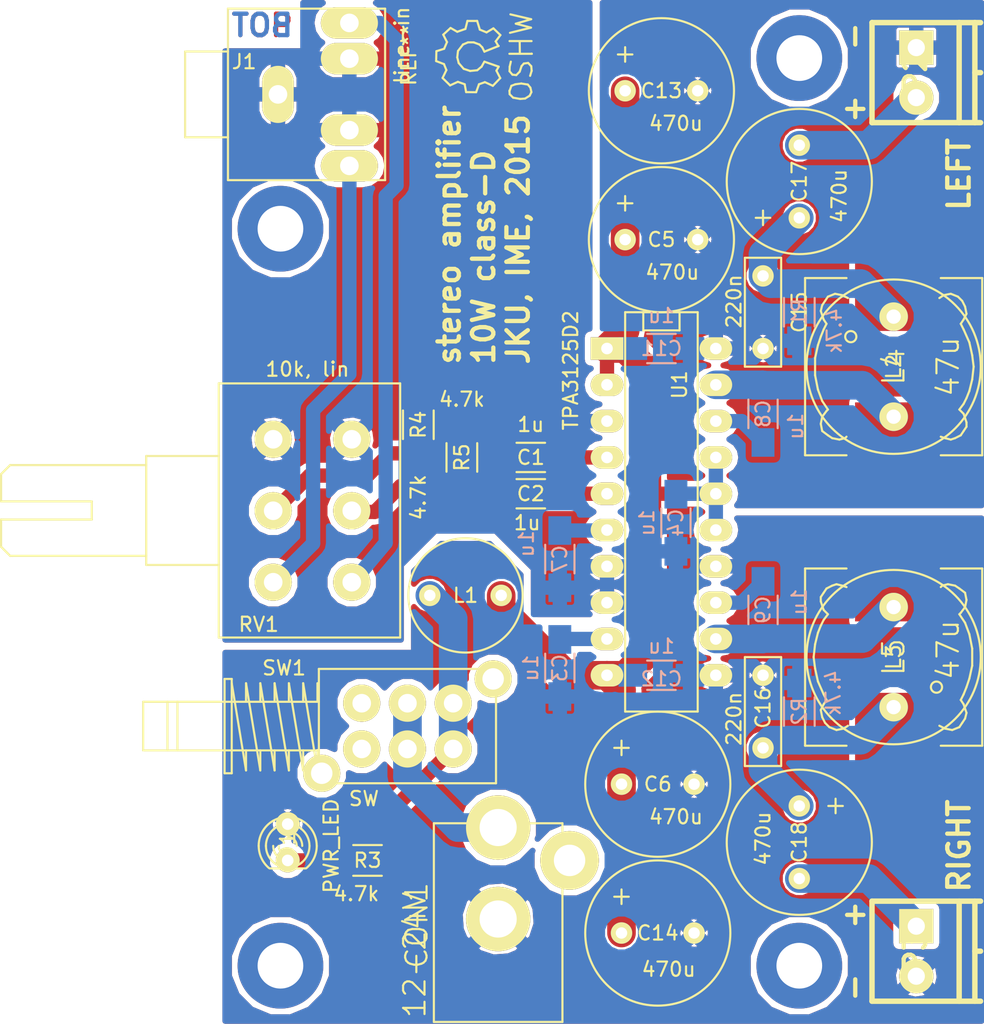
<source format=kicad_pcb>
(kicad_pcb (version 4) (host pcbnew 0.201504291001+5629~23~ubuntu14.04.1-product)

  (general
    (links 76)
    (no_connects 0)
    (area 0 0 0 0)
    (thickness 1.6)
    (drawings 15)
    (tracks 97)
    (zones 0)
    (modules 36)
    (nets 25)
  )

  (page A4)
  (layers
    (0 F.Cu signal)
    (31 B.Cu signal)
    (32 B.Adhes user hide)
    (33 F.Adhes user hide)
    (34 B.Paste user hide)
    (35 F.Paste user hide)
    (36 B.SilkS user)
    (37 F.SilkS user hide)
    (38 B.Mask user hide)
    (39 F.Mask user)
    (40 Dwgs.User user hide)
    (41 Cmts.User user hide)
    (42 Eco1.User user hide)
    (43 Eco2.User user hide)
    (44 Edge.Cuts user hide)
    (45 Margin user hide)
    (46 B.CrtYd user hide)
    (47 F.CrtYd user hide)
    (48 B.Fab user hide)
    (49 F.Fab user hide)
  )

  (setup
    (last_trace_width 0.4)
    (user_trace_width 1)
    (user_trace_width 2)
    (trace_clearance 0.4)
    (zone_clearance 0.4)
    (zone_45_only yes)
    (trace_min 0.4)
    (segment_width 0.2)
    (edge_width 0.1)
    (via_size 1.6)
    (via_drill 0.8)
    (via_min_size 1.6)
    (via_min_drill 0.8)
    (user_via 6 3.2)
    (uvia_size 0.508)
    (uvia_drill 0.127)
    (uvias_allowed no)
    (uvia_min_size 0.508)
    (uvia_min_drill 0.127)
    (pcb_text_width 0.3)
    (pcb_text_size 1.5 1.5)
    (mod_edge_width 0.15)
    (mod_text_size 1 1)
    (mod_text_width 0.15)
    (pad_size 1.50114 1.50114)
    (pad_drill 0.8001)
    (pad_to_mask_clearance 0)
    (aux_axis_origin 88.138 146.304)
    (grid_origin 88.138 146.304)
    (visible_elements FFFDFEFF)
    (pcbplotparams
      (layerselection 0x020f0_80000001)
      (usegerberextensions false)
      (excludeedgelayer false)
      (linewidth 0.100000)
      (plotframeref false)
      (viasonmask true)
      (mode 1)
      (useauxorigin true)
      (hpglpennumber 1)
      (hpglpenspeed 20)
      (hpglpendiameter 15)
      (hpglpenoverlay 2)
      (psnegative false)
      (psa4output false)
      (plotreference false)
      (plotvalue true)
      (plotinvisibletext true)
      (padsonsilk false)
      (subtractmaskfromsilk true)
      (outputformat 1)
      (mirror false)
      (drillshape 0)
      (scaleselection 1)
      (outputdirectory CAM/))
  )

  (net 0 "")
  (net 1 "Net-(C1-Pad1)")
  (net 2 "Net-(C1-Pad2)")
  (net 3 "Net-(C2-Pad1)")
  (net 4 "Net-(C2-Pad2)")
  (net 5 GND)
  (net 6 VCC)
  (net 7 "Net-(C7-Pad1)")
  (net 8 "Net-(C8-Pad1)")
  (net 9 "Net-(C8-Pad2)")
  (net 10 "Net-(C9-Pad1)")
  (net 11 "Net-(C9-Pad2)")
  (net 12 "Net-(C15-Pad1)")
  (net 13 "Net-(C16-Pad1)")
  (net 14 "Net-(C17-Pad2)")
  (net 15 "Net-(C18-Pad2)")
  (net 16 "Net-(CON1-Pad1)")
  (net 17 "Net-(CON1-Pad3)")
  (net 18 "Net-(L1-Pad2)")
  (net 19 "Net-(J1-Pad3)")
  (net 20 "Net-(J1-Pad2)")
  (net 21 "Net-(SW1-Pad1)")
  (net 22 "Net-(SW1-Pad4)")
  (net 23 "Net-(C3-Pad1)")
  (net 24 "Net-(D1-Pad2)")

  (net_class Default "Dies ist die voreingestellte Netzklasse."
    (clearance 0.4)
    (trace_width 0.4)
    (via_dia 1.6)
    (via_drill 0.8)
    (uvia_dia 0.508)
    (uvia_drill 0.127)
    (add_net GND)
    (add_net "Net-(C1-Pad1)")
    (add_net "Net-(C1-Pad2)")
    (add_net "Net-(C15-Pad1)")
    (add_net "Net-(C16-Pad1)")
    (add_net "Net-(C17-Pad2)")
    (add_net "Net-(C18-Pad2)")
    (add_net "Net-(C2-Pad1)")
    (add_net "Net-(C2-Pad2)")
    (add_net "Net-(C3-Pad1)")
    (add_net "Net-(C7-Pad1)")
    (add_net "Net-(C8-Pad1)")
    (add_net "Net-(C8-Pad2)")
    (add_net "Net-(C9-Pad1)")
    (add_net "Net-(C9-Pad2)")
    (add_net "Net-(CON1-Pad1)")
    (add_net "Net-(CON1-Pad3)")
    (add_net "Net-(D1-Pad2)")
    (add_net "Net-(J1-Pad2)")
    (add_net "Net-(J1-Pad3)")
    (add_net "Net-(L1-Pad2)")
    (add_net "Net-(SW1-Pad1)")
    (add_net "Net-(SW1-Pad4)")
    (add_net VCC)
  )

  (module LEDs:LED-3MM (layer F.Cu) (tedit 54E481BF) (tstamp 54BD021E)
    (at 92.71 133.604 270)
    (descr "LED 3mm - Lead pitch 100mil (2,54mm)")
    (tags "LED led 3mm 3MM 100mil 2,54mm")
    (path /54B93055)
    (fp_text reference D1 (at 0.254 0 270) (layer F.SilkS)
      (effects (font (size 1 1) (thickness 0.15)))
    )
    (fp_text value PWR_LED (at 0.254 -3.048 270) (layer F.SilkS)
      (effects (font (size 1 1) (thickness 0.15)))
    )
    (fp_line (start 1.8288 1.27) (end 1.8288 -1.27) (layer F.SilkS) (width 0.15))
    (fp_arc (start 0.254 0) (end -1.27 0) (angle 39.8) (layer F.SilkS) (width 0.15))
    (fp_arc (start 0.254 0) (end -0.88392 1.01092) (angle 41.6) (layer F.SilkS) (width 0.15))
    (fp_arc (start 0.254 0) (end 1.4097 -0.9906) (angle 40.6) (layer F.SilkS) (width 0.15))
    (fp_arc (start 0.254 0) (end 1.778 0) (angle 39.8) (layer F.SilkS) (width 0.15))
    (fp_arc (start 0.254 0) (end 0.254 -1.524) (angle 54.4) (layer F.SilkS) (width 0.15))
    (fp_arc (start 0.254 0) (end -0.9652 -0.9144) (angle 53.1) (layer F.SilkS) (width 0.15))
    (fp_arc (start 0.254 0) (end 1.45542 0.93472) (angle 52.1) (layer F.SilkS) (width 0.15))
    (fp_arc (start 0.254 0) (end 0.254 1.524) (angle 52.1) (layer F.SilkS) (width 0.15))
    (fp_arc (start 0.254 0) (end -0.381 0) (angle 90) (layer F.SilkS) (width 0.15))
    (fp_arc (start 0.254 0) (end -0.762 0) (angle 90) (layer F.SilkS) (width 0.15))
    (fp_arc (start 0.254 0) (end 0.889 0) (angle 90) (layer F.SilkS) (width 0.15))
    (fp_arc (start 0.254 0) (end 1.27 0) (angle 90) (layer F.SilkS) (width 0.15))
    (fp_arc (start 0.254 0) (end 0.254 -2.032) (angle 50.1) (layer F.SilkS) (width 0.15))
    (fp_arc (start 0.254 0) (end -1.5367 -0.95504) (angle 61.9) (layer F.SilkS) (width 0.15))
    (fp_arc (start 0.254 0) (end 1.8034 1.31064) (angle 49.7) (layer F.SilkS) (width 0.15))
    (fp_arc (start 0.254 0) (end 0.254 2.032) (angle 60.2) (layer F.SilkS) (width 0.15))
    (fp_arc (start 0.254 0) (end -1.778 0) (angle 28.3) (layer F.SilkS) (width 0.15))
    (fp_arc (start 0.254 0) (end -1.47574 1.06426) (angle 31.6) (layer F.SilkS) (width 0.15))
    (pad 1 thru_hole circle (at -1.27 0 270) (size 1.6764 1.6764) (drill 0.8128) (layers *.Cu *.Mask F.SilkS)
      (net 5 GND))
    (pad 2 thru_hole circle (at 1.27 0 270) (size 1.6764 1.6764) (drill 0.8128) (layers *.Cu *.Mask F.SilkS)
      (net 24 "Net-(D1-Pad2)"))
    (model LEDs/LED-3MM.wrl
      (at (xyz 0 0 0))
      (scale (xyz 1 1 1))
      (rotate (xyz 0 0 0))
    )
  )

  (module Sockets_DIP:DIP-20__300_ELL (layer F.Cu) (tedit 54DA1EFF) (tstamp 54BD0277)
    (at 118.872 110.49 270)
    (descr "20 pins DIL package, elliptical pads")
    (tags DIL)
    (path /54946ED5)
    (fp_text reference U1 (at -8.89 -1.27 270) (layer F.SilkS)
      (effects (font (size 1 1) (thickness 0.15)))
    )
    (fp_text value TPA3125D2 (at -9.906 6.35 270) (layer F.SilkS)
      (effects (font (size 1 1) (thickness 0.15)))
    )
    (fp_line (start -13.97 -1.27) (end -12.7 -1.27) (layer F.SilkS) (width 0.15))
    (fp_line (start -12.7 -1.27) (end -12.7 1.27) (layer F.SilkS) (width 0.15))
    (fp_line (start -12.7 1.27) (end -13.97 1.27) (layer F.SilkS) (width 0.15))
    (fp_line (start -13.97 -2.54) (end 13.97 -2.54) (layer F.SilkS) (width 0.15))
    (fp_line (start 13.97 -2.54) (end 13.97 2.54) (layer F.SilkS) (width 0.15))
    (fp_line (start 13.97 2.54) (end -13.97 2.54) (layer F.SilkS) (width 0.15))
    (fp_line (start -13.97 2.54) (end -13.97 -2.54) (layer F.SilkS) (width 0.15))
    (pad 1 thru_hole rect (at -11.43 3.81 270) (size 1.5748 2.286) (drill 0.8128) (layers *.Cu *.Mask F.SilkS)
      (net 6 VCC))
    (pad 2 thru_hole oval (at -8.89 3.81 270) (size 1.5748 2.286) (drill 0.8128) (layers *.Cu *.Mask F.SilkS)
      (net 6 VCC))
    (pad 3 thru_hole oval (at -6.35 3.81 270) (size 1.5748 2.286) (drill 0.8128) (layers *.Cu *.Mask F.SilkS)
      (net 5 GND))
    (pad 4 thru_hole oval (at -3.81 3.81 270) (size 1.5748 2.286) (drill 0.8128) (layers *.Cu *.Mask F.SilkS)
      (net 1 "Net-(C1-Pad1)"))
    (pad 5 thru_hole oval (at -1.27 3.81 270) (size 1.5748 2.286) (drill 0.8128) (layers *.Cu *.Mask F.SilkS)
      (net 3 "Net-(C2-Pad1)"))
    (pad 6 thru_hole oval (at 1.27 3.81 270) (size 1.5748 2.286) (drill 0.8128) (layers *.Cu *.Mask F.SilkS)
      (net 7 "Net-(C7-Pad1)"))
    (pad 7 thru_hole oval (at 3.81 3.81 270) (size 1.5748 2.286) (drill 0.8128) (layers *.Cu *.Mask F.SilkS)
      (net 5 GND))
    (pad 8 thru_hole oval (at 6.35 3.81 270) (size 1.5748 2.286) (drill 0.8128) (layers *.Cu *.Mask F.SilkS)
      (net 5 GND))
    (pad 9 thru_hole oval (at 8.89 3.81 270) (size 1.5748 2.286) (drill 0.8128) (layers *.Cu *.Mask F.SilkS)
      (net 23 "Net-(C3-Pad1)"))
    (pad 10 thru_hole oval (at 11.43 3.81 270) (size 1.5748 2.286) (drill 0.8128) (layers *.Cu *.Mask F.SilkS)
      (net 6 VCC))
    (pad 11 thru_hole oval (at 11.43 -3.81 270) (size 1.5748 2.286) (drill 0.8128) (layers *.Cu *.Mask F.SilkS)
      (net 5 GND))
    (pad 12 thru_hole oval (at 8.89 -3.81 270) (size 1.5748 2.286) (drill 0.8128) (layers *.Cu *.Mask F.SilkS)
      (net 10 "Net-(C9-Pad1)"))
    (pad 13 thru_hole oval (at 6.35 -3.81 270) (size 1.5748 2.286) (drill 0.8128) (layers *.Cu *.Mask F.SilkS)
      (net 11 "Net-(C9-Pad2)"))
    (pad 14 thru_hole oval (at 3.81 -3.81 270) (size 1.5748 2.286) (drill 0.8128) (layers *.Cu *.Mask F.SilkS)
      (net 5 GND))
    (pad 15 thru_hole oval (at 1.27 -3.81 270) (size 1.5748 2.286) (drill 0.8128) (layers *.Cu *.Mask F.SilkS)
      (net 6 VCC))
    (pad 16 thru_hole oval (at -1.27 -3.81 270) (size 1.5748 2.286) (drill 0.8128) (layers *.Cu *.Mask F.SilkS)
      (net 6 VCC))
    (pad 17 thru_hole oval (at -3.81 -3.81 270) (size 1.5748 2.286) (drill 0.8128) (layers *.Cu *.Mask F.SilkS)
      (net 6 VCC))
    (pad 18 thru_hole oval (at -6.35 -3.81 270) (size 1.5748 2.286) (drill 0.8128) (layers *.Cu *.Mask F.SilkS)
      (net 9 "Net-(C8-Pad2)"))
    (pad 19 thru_hole oval (at -8.89 -3.81 270) (size 1.5748 2.286) (drill 0.8128) (layers *.Cu *.Mask F.SilkS)
      (net 8 "Net-(C8-Pad1)"))
    (pad 20 thru_hole oval (at -11.43 -3.81 270) (size 1.5748 2.286) (drill 0.8128) (layers *.Cu *.Mask F.SilkS)
      (net 5 GND))
    (model Sockets_DIP/DIP-20__300_ELL.wrl
      (at (xyz 0 0 0))
      (scale (xyz 1 1 1))
      (rotate (xyz 0 0 0))
    )
  )

  (module footprints:Choke_SMD_12x12mm_h4.5mm_handsolder (layer F.Cu) (tedit 5506E93C) (tstamp 54BD1ABF)
    (at 135.128 100.33 270)
    (descr "Choke, SMD, 12x12mm 4.5mm height")
    (tags "Choke, SMD")
    (path /5494911A)
    (attr smd)
    (fp_text reference L2 (at 0 0 270) (layer F.SilkS)
      (effects (font (size 1 1) (thickness 0.15)))
    )
    (fp_text value 33u (at 8.128 5.08 270) (layer F.SilkS) hide
      (effects (font (size 1 1) (thickness 0.15)))
    )
    (fp_circle (center 0 0) (end 0.89916 0) (layer F.Adhes) (width 0.381))
    (fp_circle (center 0 0) (end 0.55118 0) (layer F.Adhes) (width 0.381))
    (fp_circle (center 0 0) (end 0.14986 0.14986) (layer F.Adhes) (width 0.381))
    (fp_circle (center -2.10058 2.99974) (end -1.80086 3.2512) (layer F.SilkS) (width 0.15))
    (fp_line (start 4.89966 3.29946) (end 5.00126 3.40106) (layer F.SilkS) (width 0.15))
    (fp_line (start 5.00126 3.40106) (end 5.10032 3.79984) (layer F.SilkS) (width 0.15))
    (fp_line (start 5.10032 3.79984) (end 5.00126 4.30022) (layer F.SilkS) (width 0.15))
    (fp_line (start 5.00126 4.30022) (end 4.8006 4.59994) (layer F.SilkS) (width 0.15))
    (fp_line (start 4.8006 4.59994) (end 4.50088 5.00126) (layer F.SilkS) (width 0.15))
    (fp_line (start 4.50088 5.00126) (end 4.0005 5.10032) (layer F.SilkS) (width 0.15))
    (fp_line (start 4.0005 5.10032) (end 3.50012 5.00126) (layer F.SilkS) (width 0.15))
    (fp_line (start 3.50012 5.00126) (end 3.0988 4.699) (layer F.SilkS) (width 0.15))
    (fp_line (start 3.0988 4.699) (end 2.99974 4.59994) (layer F.SilkS) (width 0.15))
    (fp_line (start 2.99974 4.59994) (end 2.4003 5.00126) (layer F.SilkS) (width 0.15))
    (fp_line (start 2.4003 5.00126) (end 1.6002 5.30098) (layer F.SilkS) (width 0.15))
    (fp_line (start 1.6002 5.30098) (end 0.59944 5.4991) (layer F.SilkS) (width 0.15))
    (fp_line (start 0.59944 5.4991) (end -0.59944 5.4991) (layer F.SilkS) (width 0.15))
    (fp_line (start -0.59944 5.4991) (end -1.50114 5.30098) (layer F.SilkS) (width 0.15))
    (fp_line (start -1.50114 5.30098) (end -2.10058 5.10032) (layer F.SilkS) (width 0.15))
    (fp_line (start -2.10058 5.10032) (end -2.60096 4.89966) (layer F.SilkS) (width 0.15))
    (fp_line (start -2.60096 4.89966) (end -2.99974 4.699) (layer F.SilkS) (width 0.15))
    (fp_line (start -2.99974 4.699) (end -3.29946 4.89966) (layer F.SilkS) (width 0.15))
    (fp_line (start -3.29946 4.89966) (end -3.8989 5.10032) (layer F.SilkS) (width 0.15))
    (fp_line (start -3.8989 5.10032) (end -4.30022 5.00126) (layer F.SilkS) (width 0.15))
    (fp_line (start -4.30022 5.00126) (end -4.59994 4.8006) (layer F.SilkS) (width 0.15))
    (fp_line (start -4.59994 4.8006) (end -4.89966 4.59994) (layer F.SilkS) (width 0.15))
    (fp_line (start -4.89966 4.59994) (end -5.10032 4.09956) (layer F.SilkS) (width 0.15))
    (fp_line (start -5.10032 4.09956) (end -5.00126 3.59918) (layer F.SilkS) (width 0.15))
    (fp_line (start -5.00126 3.59918) (end -4.8006 3.2004) (layer F.SilkS) (width 0.15))
    (fp_line (start 4.89966 -3.29946) (end 5.00126 -3.59918) (layer F.SilkS) (width 0.15))
    (fp_line (start 5.00126 -3.59918) (end 5.10032 -4.0005) (layer F.SilkS) (width 0.15))
    (fp_line (start 5.10032 -4.0005) (end 5.00126 -4.30022) (layer F.SilkS) (width 0.15))
    (fp_line (start 5.00126 -4.30022) (end 4.8006 -4.699) (layer F.SilkS) (width 0.15))
    (fp_line (start 4.8006 -4.699) (end 4.50088 -4.89966) (layer F.SilkS) (width 0.15))
    (fp_line (start 4.50088 -4.89966) (end 4.20116 -5.10032) (layer F.SilkS) (width 0.15))
    (fp_line (start 4.20116 -5.10032) (end 3.8989 -5.10032) (layer F.SilkS) (width 0.15))
    (fp_line (start 3.8989 -5.10032) (end 3.59918 -5.00126) (layer F.SilkS) (width 0.15))
    (fp_line (start 3.59918 -5.00126) (end 3.29946 -4.89966) (layer F.SilkS) (width 0.15))
    (fp_line (start 3.29946 -4.89966) (end 2.99974 -4.59994) (layer F.SilkS) (width 0.15))
    (fp_line (start 2.99974 -4.59994) (end 2.60096 -4.89966) (layer F.SilkS) (width 0.15))
    (fp_line (start 2.60096 -4.89966) (end 2.19964 -5.10032) (layer F.SilkS) (width 0.15))
    (fp_line (start 2.19964 -5.10032) (end 1.69926 -5.30098) (layer F.SilkS) (width 0.15))
    (fp_line (start 1.69926 -5.30098) (end 0.89916 -5.4991) (layer F.SilkS) (width 0.15))
    (fp_line (start 0.89916 -5.4991) (end 0 -5.6007) (layer F.SilkS) (width 0.15))
    (fp_line (start 0 -5.6007) (end -0.8001 -5.4991) (layer F.SilkS) (width 0.15))
    (fp_line (start -0.8001 -5.4991) (end -1.69926 -5.30098) (layer F.SilkS) (width 0.15))
    (fp_line (start -1.69926 -5.30098) (end -2.60096 -4.89966) (layer F.SilkS) (width 0.15))
    (fp_line (start -2.60096 -4.89966) (end -2.99974 -4.699) (layer F.SilkS) (width 0.15))
    (fp_line (start -2.99974 -4.699) (end -3.29946 -4.89966) (layer F.SilkS) (width 0.15))
    (fp_line (start -3.29946 -4.89966) (end -3.70078 -5.10032) (layer F.SilkS) (width 0.15))
    (fp_line (start -3.70078 -5.10032) (end -4.20116 -5.00126) (layer F.SilkS) (width 0.15))
    (fp_line (start -4.20116 -5.00126) (end -4.59994 -4.8006) (layer F.SilkS) (width 0.15))
    (fp_line (start -4.59994 -4.8006) (end -4.89966 -4.50088) (layer F.SilkS) (width 0.15))
    (fp_line (start -4.89966 -4.50088) (end -5.10032 -4.0005) (layer F.SilkS) (width 0.15))
    (fp_line (start -5.10032 -4.0005) (end -5.00126 -3.50012) (layer F.SilkS) (width 0.15))
    (fp_line (start -5.00126 -3.50012) (end -4.8006 -3.2004) (layer F.SilkS) (width 0.15))
    (fp_line (start -6.20014 3.29946) (end -6.20014 6.20014) (layer F.SilkS) (width 0.15))
    (fp_line (start -6.20014 6.20014) (end 6.20014 6.20014) (layer F.SilkS) (width 0.15))
    (fp_line (start 6.20014 6.20014) (end 6.20014 3.29946) (layer F.SilkS) (width 0.15))
    (fp_line (start 6.20014 -6.20014) (end -6.20014 -6.20014) (layer F.SilkS) (width 0.15))
    (fp_line (start -6.20014 -6.20014) (end -6.20014 -3.29946) (layer F.SilkS) (width 0.15))
    (fp_line (start 6.20014 -6.20014) (end 6.20014 -3.29946) (layer F.SilkS) (width 0.15))
    (pad 1 smd rect (at -5.5 0 270) (size 6 5.40004) (layers F.Cu F.Paste F.Mask)
      (net 12 "Net-(C15-Pad1)"))
    (pad 2 smd rect (at 5.5 0 270) (size 6 5.40004) (layers F.Cu F.Paste F.Mask)
      (net 8 "Net-(C8-Pad1)"))
    (model Choke_SMD/Choke_SMD_12x12mm_h4.5mm.wrl
      (at (xyz 0 0 0))
      (scale (xyz 4 4 4))
      (rotate (xyz 0 0 0))
    )
  )

  (module footprints:Choke_SMD_12x12mm_h4.5mm_handsolder (layer F.Cu) (tedit 5506E936) (tstamp 54BD1AC4)
    (at 135.128 120.65 90)
    (descr "Choke, SMD, 12x12mm 4.5mm height")
    (tags "Choke, SMD")
    (path /54B3E05D)
    (attr smd)
    (fp_text reference L3 (at 0 0 90) (layer F.SilkS)
      (effects (font (size 1 1) (thickness 0.15)))
    )
    (fp_text value 33u (at 7.874 -5.08 90) (layer F.SilkS) hide
      (effects (font (size 1 1) (thickness 0.15)))
    )
    (fp_circle (center 0 0) (end 0.89916 0) (layer F.Adhes) (width 0.381))
    (fp_circle (center 0 0) (end 0.55118 0) (layer F.Adhes) (width 0.381))
    (fp_circle (center 0 0) (end 0.14986 0.14986) (layer F.Adhes) (width 0.381))
    (fp_circle (center -2.10058 2.99974) (end -1.80086 3.2512) (layer F.SilkS) (width 0.15))
    (fp_line (start 4.89966 3.29946) (end 5.00126 3.40106) (layer F.SilkS) (width 0.15))
    (fp_line (start 5.00126 3.40106) (end 5.10032 3.79984) (layer F.SilkS) (width 0.15))
    (fp_line (start 5.10032 3.79984) (end 5.00126 4.30022) (layer F.SilkS) (width 0.15))
    (fp_line (start 5.00126 4.30022) (end 4.8006 4.59994) (layer F.SilkS) (width 0.15))
    (fp_line (start 4.8006 4.59994) (end 4.50088 5.00126) (layer F.SilkS) (width 0.15))
    (fp_line (start 4.50088 5.00126) (end 4.0005 5.10032) (layer F.SilkS) (width 0.15))
    (fp_line (start 4.0005 5.10032) (end 3.50012 5.00126) (layer F.SilkS) (width 0.15))
    (fp_line (start 3.50012 5.00126) (end 3.0988 4.699) (layer F.SilkS) (width 0.15))
    (fp_line (start 3.0988 4.699) (end 2.99974 4.59994) (layer F.SilkS) (width 0.15))
    (fp_line (start 2.99974 4.59994) (end 2.4003 5.00126) (layer F.SilkS) (width 0.15))
    (fp_line (start 2.4003 5.00126) (end 1.6002 5.30098) (layer F.SilkS) (width 0.15))
    (fp_line (start 1.6002 5.30098) (end 0.59944 5.4991) (layer F.SilkS) (width 0.15))
    (fp_line (start 0.59944 5.4991) (end -0.59944 5.4991) (layer F.SilkS) (width 0.15))
    (fp_line (start -0.59944 5.4991) (end -1.50114 5.30098) (layer F.SilkS) (width 0.15))
    (fp_line (start -1.50114 5.30098) (end -2.10058 5.10032) (layer F.SilkS) (width 0.15))
    (fp_line (start -2.10058 5.10032) (end -2.60096 4.89966) (layer F.SilkS) (width 0.15))
    (fp_line (start -2.60096 4.89966) (end -2.99974 4.699) (layer F.SilkS) (width 0.15))
    (fp_line (start -2.99974 4.699) (end -3.29946 4.89966) (layer F.SilkS) (width 0.15))
    (fp_line (start -3.29946 4.89966) (end -3.8989 5.10032) (layer F.SilkS) (width 0.15))
    (fp_line (start -3.8989 5.10032) (end -4.30022 5.00126) (layer F.SilkS) (width 0.15))
    (fp_line (start -4.30022 5.00126) (end -4.59994 4.8006) (layer F.SilkS) (width 0.15))
    (fp_line (start -4.59994 4.8006) (end -4.89966 4.59994) (layer F.SilkS) (width 0.15))
    (fp_line (start -4.89966 4.59994) (end -5.10032 4.09956) (layer F.SilkS) (width 0.15))
    (fp_line (start -5.10032 4.09956) (end -5.00126 3.59918) (layer F.SilkS) (width 0.15))
    (fp_line (start -5.00126 3.59918) (end -4.8006 3.2004) (layer F.SilkS) (width 0.15))
    (fp_line (start 4.89966 -3.29946) (end 5.00126 -3.59918) (layer F.SilkS) (width 0.15))
    (fp_line (start 5.00126 -3.59918) (end 5.10032 -4.0005) (layer F.SilkS) (width 0.15))
    (fp_line (start 5.10032 -4.0005) (end 5.00126 -4.30022) (layer F.SilkS) (width 0.15))
    (fp_line (start 5.00126 -4.30022) (end 4.8006 -4.699) (layer F.SilkS) (width 0.15))
    (fp_line (start 4.8006 -4.699) (end 4.50088 -4.89966) (layer F.SilkS) (width 0.15))
    (fp_line (start 4.50088 -4.89966) (end 4.20116 -5.10032) (layer F.SilkS) (width 0.15))
    (fp_line (start 4.20116 -5.10032) (end 3.8989 -5.10032) (layer F.SilkS) (width 0.15))
    (fp_line (start 3.8989 -5.10032) (end 3.59918 -5.00126) (layer F.SilkS) (width 0.15))
    (fp_line (start 3.59918 -5.00126) (end 3.29946 -4.89966) (layer F.SilkS) (width 0.15))
    (fp_line (start 3.29946 -4.89966) (end 2.99974 -4.59994) (layer F.SilkS) (width 0.15))
    (fp_line (start 2.99974 -4.59994) (end 2.60096 -4.89966) (layer F.SilkS) (width 0.15))
    (fp_line (start 2.60096 -4.89966) (end 2.19964 -5.10032) (layer F.SilkS) (width 0.15))
    (fp_line (start 2.19964 -5.10032) (end 1.69926 -5.30098) (layer F.SilkS) (width 0.15))
    (fp_line (start 1.69926 -5.30098) (end 0.89916 -5.4991) (layer F.SilkS) (width 0.15))
    (fp_line (start 0.89916 -5.4991) (end 0 -5.6007) (layer F.SilkS) (width 0.15))
    (fp_line (start 0 -5.6007) (end -0.8001 -5.4991) (layer F.SilkS) (width 0.15))
    (fp_line (start -0.8001 -5.4991) (end -1.69926 -5.30098) (layer F.SilkS) (width 0.15))
    (fp_line (start -1.69926 -5.30098) (end -2.60096 -4.89966) (layer F.SilkS) (width 0.15))
    (fp_line (start -2.60096 -4.89966) (end -2.99974 -4.699) (layer F.SilkS) (width 0.15))
    (fp_line (start -2.99974 -4.699) (end -3.29946 -4.89966) (layer F.SilkS) (width 0.15))
    (fp_line (start -3.29946 -4.89966) (end -3.70078 -5.10032) (layer F.SilkS) (width 0.15))
    (fp_line (start -3.70078 -5.10032) (end -4.20116 -5.00126) (layer F.SilkS) (width 0.15))
    (fp_line (start -4.20116 -5.00126) (end -4.59994 -4.8006) (layer F.SilkS) (width 0.15))
    (fp_line (start -4.59994 -4.8006) (end -4.89966 -4.50088) (layer F.SilkS) (width 0.15))
    (fp_line (start -4.89966 -4.50088) (end -5.10032 -4.0005) (layer F.SilkS) (width 0.15))
    (fp_line (start -5.10032 -4.0005) (end -5.00126 -3.50012) (layer F.SilkS) (width 0.15))
    (fp_line (start -5.00126 -3.50012) (end -4.8006 -3.2004) (layer F.SilkS) (width 0.15))
    (fp_line (start -6.20014 3.29946) (end -6.20014 6.20014) (layer F.SilkS) (width 0.15))
    (fp_line (start -6.20014 6.20014) (end 6.20014 6.20014) (layer F.SilkS) (width 0.15))
    (fp_line (start 6.20014 6.20014) (end 6.20014 3.29946) (layer F.SilkS) (width 0.15))
    (fp_line (start 6.20014 -6.20014) (end -6.20014 -6.20014) (layer F.SilkS) (width 0.15))
    (fp_line (start -6.20014 -6.20014) (end -6.20014 -3.29946) (layer F.SilkS) (width 0.15))
    (fp_line (start 6.20014 -6.20014) (end 6.20014 -3.29946) (layer F.SilkS) (width 0.15))
    (pad 1 smd rect (at -5.5 0 90) (size 6 5.40004) (layers F.Cu F.Paste F.Mask)
      (net 13 "Net-(C16-Pad1)"))
    (pad 2 smd rect (at 5.5 0 90) (size 6 5.40004) (layers F.Cu F.Paste F.Mask)
      (net 10 "Net-(C9-Pad1)"))
    (model Choke_SMD/Choke_SMD_12x12mm_h4.5mm.wrl
      (at (xyz 0 0 0))
      (scale (xyz 4 4 4))
      (rotate (xyz 0 0 0))
    )
  )

  (module Capacitors_SMD:C_1206_HandSoldering (layer B.Cu) (tedit 54E483A0) (tstamp 54BE471C)
    (at 119.888 111.252 270)
    (descr "Capacitor SMD 1206, hand soldering")
    (tags "capacitor 1206")
    (path /5494811F)
    (attr smd)
    (fp_text reference C4 (at 0 0 270) (layer B.SilkS)
      (effects (font (size 1 1) (thickness 0.15)) (justify mirror))
    )
    (fp_text value 1u (at 0 2.032 270) (layer B.SilkS)
      (effects (font (size 1 1) (thickness 0.15)) (justify mirror))
    )
    (fp_line (start -3.3 1.15) (end 3.3 1.15) (layer B.CrtYd) (width 0.05))
    (fp_line (start -3.3 -1.15) (end 3.3 -1.15) (layer B.CrtYd) (width 0.05))
    (fp_line (start -3.3 1.15) (end -3.3 -1.15) (layer B.CrtYd) (width 0.05))
    (fp_line (start 3.3 1.15) (end 3.3 -1.15) (layer B.CrtYd) (width 0.05))
    (fp_line (start 1 1.025) (end -1 1.025) (layer B.SilkS) (width 0.15))
    (fp_line (start -1 -1.025) (end 1 -1.025) (layer B.SilkS) (width 0.15))
    (pad 1 smd rect (at -2 0 270) (size 2 1.6) (layers B.Cu B.Paste B.Mask)
      (net 6 VCC))
    (pad 2 smd rect (at 2 0 270) (size 2 1.6) (layers B.Cu B.Paste B.Mask)
      (net 5 GND))
    (model Capacitors_SMD/C_1206_HandSoldering.wrl
      (at (xyz 0 0 0))
      (scale (xyz 1 1 1))
      (rotate (xyz 0 0 0))
    )
  )

  (module Capacitors_SMD:C_1206_HandSoldering (layer B.Cu) (tedit 5506E9C6) (tstamp 54BE4721)
    (at 125.984 103.632 270)
    (descr "Capacitor SMD 1206, hand soldering")
    (tags "capacitor 1206")
    (path /54948A63)
    (attr smd)
    (fp_text reference C8 (at 0 0 270) (layer B.SilkS)
      (effects (font (size 1 1) (thickness 0.15)) (justify mirror))
    )
    (fp_text value 1u (at 0.868 -2.286 270) (layer B.SilkS)
      (effects (font (size 1 1) (thickness 0.15)) (justify mirror))
    )
    (fp_line (start -3.3 1.15) (end 3.3 1.15) (layer B.CrtYd) (width 0.05))
    (fp_line (start -3.3 -1.15) (end 3.3 -1.15) (layer B.CrtYd) (width 0.05))
    (fp_line (start -3.3 1.15) (end -3.3 -1.15) (layer B.CrtYd) (width 0.05))
    (fp_line (start 3.3 1.15) (end 3.3 -1.15) (layer B.CrtYd) (width 0.05))
    (fp_line (start 1 1.025) (end -1 1.025) (layer B.SilkS) (width 0.15))
    (fp_line (start -1 -1.025) (end 1 -1.025) (layer B.SilkS) (width 0.15))
    (pad 1 smd rect (at -2 0 270) (size 2 1.6) (layers B.Cu B.Paste B.Mask)
      (net 8 "Net-(C8-Pad1)"))
    (pad 2 smd rect (at 2 0 270) (size 2 1.6) (layers B.Cu B.Paste B.Mask)
      (net 9 "Net-(C8-Pad2)"))
    (model Capacitors_SMD/C_1206_HandSoldering.wrl
      (at (xyz 0 0 0))
      (scale (xyz 1 1 1))
      (rotate (xyz 0 0 0))
    )
  )

  (module Capacitors_SMD:C_1206_HandSoldering (layer B.Cu) (tedit 5506E9EA) (tstamp 54BE4726)
    (at 125.984 117.348 90)
    (descr "Capacitor SMD 1206, hand soldering")
    (tags "capacitor 1206")
    (path /54948B7F)
    (attr smd)
    (fp_text reference C9 (at 0 0 90) (layer B.SilkS)
      (effects (font (size 1 1) (thickness 0.15)) (justify mirror))
    )
    (fp_text value 1u (at 0.558 2.536 90) (layer B.SilkS)
      (effects (font (size 1 1) (thickness 0.15)) (justify mirror))
    )
    (fp_line (start -3.3 1.15) (end 3.3 1.15) (layer B.CrtYd) (width 0.05))
    (fp_line (start -3.3 -1.15) (end 3.3 -1.15) (layer B.CrtYd) (width 0.05))
    (fp_line (start -3.3 1.15) (end -3.3 -1.15) (layer B.CrtYd) (width 0.05))
    (fp_line (start 3.3 1.15) (end 3.3 -1.15) (layer B.CrtYd) (width 0.05))
    (fp_line (start 1 1.025) (end -1 1.025) (layer B.SilkS) (width 0.15))
    (fp_line (start -1 -1.025) (end 1 -1.025) (layer B.SilkS) (width 0.15))
    (pad 1 smd rect (at -2 0 90) (size 2 1.6) (layers B.Cu B.Paste B.Mask)
      (net 10 "Net-(C9-Pad1)"))
    (pad 2 smd rect (at 2 0 90) (size 2 1.6) (layers B.Cu B.Paste B.Mask)
      (net 11 "Net-(C9-Pad2)"))
    (model Capacitors_SMD/C_1206_HandSoldering.wrl
      (at (xyz 0 0 0))
      (scale (xyz 1 1 1))
      (rotate (xyz 0 0 0))
    )
  )

  (module Capacitors_SMD:C_1206_HandSoldering (layer B.Cu) (tedit 54E4838F) (tstamp 54BE472B)
    (at 118.872 99.06)
    (descr "Capacitor SMD 1206, hand soldering")
    (tags "capacitor 1206")
    (path /549489B1)
    (attr smd)
    (fp_text reference C11 (at 0 0) (layer B.SilkS)
      (effects (font (size 1 1) (thickness 0.15)) (justify mirror))
    )
    (fp_text value 1u (at 0 -2.3) (layer B.SilkS)
      (effects (font (size 1 1) (thickness 0.15)) (justify mirror))
    )
    (fp_line (start -3.3 1.15) (end 3.3 1.15) (layer B.CrtYd) (width 0.05))
    (fp_line (start -3.3 -1.15) (end 3.3 -1.15) (layer B.CrtYd) (width 0.05))
    (fp_line (start -3.3 1.15) (end -3.3 -1.15) (layer B.CrtYd) (width 0.05))
    (fp_line (start 3.3 1.15) (end 3.3 -1.15) (layer B.CrtYd) (width 0.05))
    (fp_line (start 1 1.025) (end -1 1.025) (layer B.SilkS) (width 0.15))
    (fp_line (start -1 -1.025) (end 1 -1.025) (layer B.SilkS) (width 0.15))
    (pad 1 smd rect (at -2 0) (size 2 1.6) (layers B.Cu B.Paste B.Mask)
      (net 6 VCC))
    (pad 2 smd rect (at 2 0) (size 2 1.6) (layers B.Cu B.Paste B.Mask)
      (net 5 GND))
    (model Capacitors_SMD/C_1206_HandSoldering.wrl
      (at (xyz 0 0 0))
      (scale (xyz 1 1 1))
      (rotate (xyz 0 0 0))
    )
  )

  (module Capacitors_SMD:C_1206_HandSoldering (layer B.Cu) (tedit 54E483A8) (tstamp 54BE4730)
    (at 118.872 121.92)
    (descr "Capacitor SMD 1206, hand soldering")
    (tags "capacitor 1206")
    (path /54948DE5)
    (attr smd)
    (fp_text reference C12 (at 0 0.254) (layer B.SilkS)
      (effects (font (size 1 1) (thickness 0.15)) (justify mirror))
    )
    (fp_text value 1u (at 0 -2.032) (layer B.SilkS)
      (effects (font (size 1 1) (thickness 0.15)) (justify mirror))
    )
    (fp_line (start -3.3 1.15) (end 3.3 1.15) (layer B.CrtYd) (width 0.05))
    (fp_line (start -3.3 -1.15) (end 3.3 -1.15) (layer B.CrtYd) (width 0.05))
    (fp_line (start -3.3 1.15) (end -3.3 -1.15) (layer B.CrtYd) (width 0.05))
    (fp_line (start 3.3 1.15) (end 3.3 -1.15) (layer B.CrtYd) (width 0.05))
    (fp_line (start 1 1.025) (end -1 1.025) (layer B.SilkS) (width 0.15))
    (fp_line (start -1 -1.025) (end 1 -1.025) (layer B.SilkS) (width 0.15))
    (pad 1 smd rect (at -2 0) (size 2 1.6) (layers B.Cu B.Paste B.Mask)
      (net 6 VCC))
    (pad 2 smd rect (at 2 0) (size 2 1.6) (layers B.Cu B.Paste B.Mask)
      (net 5 GND))
    (model Capacitors_SMD/C_1206_HandSoldering.wrl
      (at (xyz 0 0 0))
      (scale (xyz 1 1 1))
      (rotate (xyz 0 0 0))
    )
  )

  (module footprints:stereo_jack_3.5mm (layer F.Cu) (tedit 5506E82B) (tstamp 54BE80A3)
    (at 97.028 81.28)
    (path /54BE7A2A)
    (fp_text reference J1 (at -7.366 -2.286) (layer F.SilkS)
      (effects (font (size 1 1) (thickness 0.15)))
    )
    (fp_text value line-in (at 3.672 -3.44 90) (layer F.SilkS)
      (effects (font (size 1 1) (thickness 0.15)))
    )
    (fp_line (start -8.5 3) (end -11.5 3) (layer F.SilkS) (width 0.15))
    (fp_line (start -11.5 3) (end -11.5 -3) (layer F.SilkS) (width 0.15))
    (fp_line (start -11.5 -3) (end -8.5 -3) (layer F.SilkS) (width 0.15))
    (fp_line (start -8.5 -6) (end 2.5 -6) (layer F.SilkS) (width 0.15))
    (fp_line (start 2.5 -6) (end 2.5 6) (layer F.SilkS) (width 0.15))
    (fp_line (start 2.5 6) (end -8.5 6) (layer F.SilkS) (width 0.15))
    (fp_line (start -8.5 6) (end -8.5 -6) (layer F.SilkS) (width 0.15))
    (pad 1 thru_hole oval (at -5 0) (size 2.2 4) (drill 1.3) (layers *.Cu *.Mask F.SilkS)
      (net 5 GND))
    (pad 3 thru_hole oval (at 0 -5) (size 4 2.2) (drill 1.3) (layers *.Cu *.Mask F.SilkS)
      (net 19 "Net-(J1-Pad3)"))
    (pad 5 thru_hole oval (at 0 -2.5) (size 4 2.2) (drill 1.3) (layers *.Cu *.Mask F.SilkS)
      (net 5 GND))
    (pad 4 thru_hole oval (at 0 2.5) (size 4 2.2) (drill 1.3) (layers *.Cu *.Mask F.SilkS)
      (net 5 GND))
    (pad 2 thru_hole oval (at 0 5) (size 4 2.2) (drill 1.3) (layers *.Cu *.Mask F.SilkS)
      (net 20 "Net-(J1-Pad2)"))
  )

  (module Capacitors_SMD:C_1206_HandSoldering (layer F.Cu) (tedit 54E481A0) (tstamp 54CF7847)
    (at 109.728 106.68 180)
    (descr "Capacitor SMD 1206, hand soldering")
    (tags "capacitor 1206")
    (path /54CF6486)
    (attr smd)
    (fp_text reference C1 (at 0 0 180) (layer F.SilkS)
      (effects (font (size 1 1) (thickness 0.15)))
    )
    (fp_text value 1u (at 0 2.3 180) (layer F.SilkS)
      (effects (font (size 1 1) (thickness 0.15)))
    )
    (fp_line (start -3.3 -1.15) (end 3.3 -1.15) (layer F.CrtYd) (width 0.05))
    (fp_line (start -3.3 1.15) (end 3.3 1.15) (layer F.CrtYd) (width 0.05))
    (fp_line (start -3.3 -1.15) (end -3.3 1.15) (layer F.CrtYd) (width 0.05))
    (fp_line (start 3.3 -1.15) (end 3.3 1.15) (layer F.CrtYd) (width 0.05))
    (fp_line (start 1 -1.025) (end -1 -1.025) (layer F.SilkS) (width 0.15))
    (fp_line (start -1 1.025) (end 1 1.025) (layer F.SilkS) (width 0.15))
    (pad 1 smd rect (at -2 0 180) (size 2 1.6) (layers F.Cu F.Paste F.Mask)
      (net 1 "Net-(C1-Pad1)"))
    (pad 2 smd rect (at 2 0 180) (size 2 1.6) (layers F.Cu F.Paste F.Mask)
      (net 2 "Net-(C1-Pad2)"))
    (model Capacitors_SMD/C_1206_HandSoldering.wrl
      (at (xyz 0 0 0))
      (scale (xyz 1 1 1))
      (rotate (xyz 0 0 0))
    )
  )

  (module Capacitors_SMD:C_1206_HandSoldering (layer F.Cu) (tedit 54E481A4) (tstamp 54CF784C)
    (at 109.728 109.22 180)
    (descr "Capacitor SMD 1206, hand soldering")
    (tags "capacitor 1206")
    (path /54CF6B20)
    (attr smd)
    (fp_text reference C2 (at 0 0 180) (layer F.SilkS)
      (effects (font (size 1 1) (thickness 0.15)))
    )
    (fp_text value 1u (at 0.254 -2.032 180) (layer F.SilkS)
      (effects (font (size 1 1) (thickness 0.15)))
    )
    (fp_line (start -3.3 -1.15) (end 3.3 -1.15) (layer F.CrtYd) (width 0.05))
    (fp_line (start -3.3 1.15) (end 3.3 1.15) (layer F.CrtYd) (width 0.05))
    (fp_line (start -3.3 -1.15) (end -3.3 1.15) (layer F.CrtYd) (width 0.05))
    (fp_line (start 3.3 -1.15) (end 3.3 1.15) (layer F.CrtYd) (width 0.05))
    (fp_line (start 1 -1.025) (end -1 -1.025) (layer F.SilkS) (width 0.15))
    (fp_line (start -1 1.025) (end 1 1.025) (layer F.SilkS) (width 0.15))
    (pad 1 smd rect (at -2 0 180) (size 2 1.6) (layers F.Cu F.Paste F.Mask)
      (net 3 "Net-(C2-Pad1)"))
    (pad 2 smd rect (at 2 0 180) (size 2 1.6) (layers F.Cu F.Paste F.Mask)
      (net 4 "Net-(C2-Pad2)"))
    (model Capacitors_SMD/C_1206_HandSoldering.wrl
      (at (xyz 0 0 0))
      (scale (xyz 1 1 1))
      (rotate (xyz 0 0 0))
    )
  )

  (module Capacitors_SMD:C_1206_HandSoldering (layer B.Cu) (tedit 54E483AC) (tstamp 54CF7856)
    (at 111.76 121.412 270)
    (descr "Capacitor SMD 1206, hand soldering")
    (tags "capacitor 1206")
    (path /54CF6846)
    (attr smd)
    (fp_text reference C3 (at 0 0 270) (layer B.SilkS)
      (effects (font (size 1 1) (thickness 0.15)) (justify mirror))
    )
    (fp_text value 1u (at 0 2.032 270) (layer B.SilkS)
      (effects (font (size 1 1) (thickness 0.15)) (justify mirror))
    )
    (fp_line (start -3.3 1.15) (end 3.3 1.15) (layer B.CrtYd) (width 0.05))
    (fp_line (start -3.3 -1.15) (end 3.3 -1.15) (layer B.CrtYd) (width 0.05))
    (fp_line (start -3.3 1.15) (end -3.3 -1.15) (layer B.CrtYd) (width 0.05))
    (fp_line (start 3.3 1.15) (end 3.3 -1.15) (layer B.CrtYd) (width 0.05))
    (fp_line (start 1 1.025) (end -1 1.025) (layer B.SilkS) (width 0.15))
    (fp_line (start -1 -1.025) (end 1 -1.025) (layer B.SilkS) (width 0.15))
    (pad 1 smd rect (at -2 0 270) (size 2 1.6) (layers B.Cu B.Paste B.Mask)
      (net 23 "Net-(C3-Pad1)"))
    (pad 2 smd rect (at 2 0 270) (size 2 1.6) (layers B.Cu B.Paste B.Mask)
      (net 5 GND))
    (model Capacitors_SMD/C_1206_HandSoldering.wrl
      (at (xyz 0 0 0))
      (scale (xyz 1 1 1))
      (rotate (xyz 0 0 0))
    )
  )

  (module Capacitors_Elko_ThroughHole:Elko_vert_20x10mm_RM5_CopperClear (layer F.Cu) (tedit 54E481DE) (tstamp 54CF7857)
    (at 116.332 91.44)
    (descr "Electrolytic Capacitor, vertical, diameter 10mm, RM 5mm, Copper without +, radial,")
    (tags "Electrolytic Capacitor, vertical, diameter 10mm, RM 5mm, Elko, Electrolytkondensator, Kondensator gepolt, Durchmesser 10mm, Copper without +, radial,")
    (path /54B432C8)
    (fp_text reference C5 (at 2.54 0) (layer F.SilkS)
      (effects (font (size 1 1) (thickness 0.15)))
    )
    (fp_text value 470u (at 3.302 2.286) (layer F.SilkS)
      (effects (font (size 1 1) (thickness 0.15)))
    )
    (fp_line (start 0 -3.048) (end 0 -2.032) (layer F.SilkS) (width 0.15))
    (fp_line (start -0.508 -2.54) (end 0.508 -2.54) (layer F.SilkS) (width 0.15))
    (fp_circle (center 2.54 0) (end 7.62 0) (layer F.SilkS) (width 0.15))
    (pad 2 thru_hole circle (at 5.08 0) (size 1.50114 1.50114) (drill 0.8001) (layers *.Cu *.Mask F.SilkS)
      (net 5 GND))
    (pad 1 thru_hole circle (at 0 0) (size 1.50114 1.50114) (drill 0.8001) (layers *.Cu *.Mask F.SilkS)
      (net 6 VCC))
    (model Capacitors_Elko_ThroughHole/Elko_vert_20x10mm_RM5_CopperClear.wrl
      (at (xyz 0 0 0))
      (scale (xyz 1 1 1))
      (rotate (xyz 0 0 0))
    )
  )

  (module Capacitors_Elko_ThroughHole:Elko_vert_20x10mm_RM5_CopperClear (layer F.Cu) (tedit 54E481EB) (tstamp 54CF785C)
    (at 116.078 129.54)
    (descr "Electrolytic Capacitor, vertical, diameter 10mm, RM 5mm, Copper without +, radial,")
    (tags "Electrolytic Capacitor, vertical, diameter 10mm, RM 5mm, Elko, Electrolytkondensator, Kondensator gepolt, Durchmesser 10mm, Copper without +, radial,")
    (path /54B43144)
    (fp_text reference C6 (at 2.54 0) (layer F.SilkS)
      (effects (font (size 1 1) (thickness 0.15)))
    )
    (fp_text value 470u (at 3.81 2.286) (layer F.SilkS)
      (effects (font (size 1 1) (thickness 0.15)))
    )
    (fp_line (start 0 -3.048) (end 0 -2.032) (layer F.SilkS) (width 0.15))
    (fp_line (start -0.508 -2.54) (end 0.508 -2.54) (layer F.SilkS) (width 0.15))
    (fp_circle (center 2.54 0) (end 7.62 0) (layer F.SilkS) (width 0.15))
    (pad 2 thru_hole circle (at 5.08 0) (size 1.50114 1.50114) (drill 0.8001) (layers *.Cu *.Mask F.SilkS)
      (net 5 GND))
    (pad 1 thru_hole circle (at 0 0) (size 1.50114 1.50114) (drill 0.8001) (layers *.Cu *.Mask F.SilkS)
      (net 6 VCC))
    (model Capacitors_Elko_ThroughHole/Elko_vert_20x10mm_RM5_CopperClear.wrl
      (at (xyz 0 0 0))
      (scale (xyz 1 1 1))
      (rotate (xyz 0 0 0))
    )
  )

  (module Capacitors_SMD:C_1206_HandSoldering (layer B.Cu) (tedit 5506E9CB) (tstamp 54CF7861)
    (at 111.76 113.792 270)
    (descr "Capacitor SMD 1206, hand soldering")
    (tags "capacitor 1206")
    (path /54CF688A)
    (attr smd)
    (fp_text reference C7 (at 0 0 270) (layer B.SilkS)
      (effects (font (size 1 1) (thickness 0.15)) (justify mirror))
    )
    (fp_text value 1u (at -1.072 2.34 270) (layer B.SilkS)
      (effects (font (size 1 1) (thickness 0.15)) (justify mirror))
    )
    (fp_line (start -3.3 1.15) (end 3.3 1.15) (layer B.CrtYd) (width 0.05))
    (fp_line (start -3.3 -1.15) (end 3.3 -1.15) (layer B.CrtYd) (width 0.05))
    (fp_line (start -3.3 1.15) (end -3.3 -1.15) (layer B.CrtYd) (width 0.05))
    (fp_line (start 3.3 1.15) (end 3.3 -1.15) (layer B.CrtYd) (width 0.05))
    (fp_line (start 1 1.025) (end -1 1.025) (layer B.SilkS) (width 0.15))
    (fp_line (start -1 -1.025) (end 1 -1.025) (layer B.SilkS) (width 0.15))
    (pad 1 smd rect (at -2 0 270) (size 2 1.6) (layers B.Cu B.Paste B.Mask)
      (net 7 "Net-(C7-Pad1)"))
    (pad 2 smd rect (at 2 0 270) (size 2 1.6) (layers B.Cu B.Paste B.Mask)
      (net 5 GND))
    (model Capacitors_SMD/C_1206_HandSoldering.wrl
      (at (xyz 0 0 0))
      (scale (xyz 1 1 1))
      (rotate (xyz 0 0 0))
    )
  )

  (module Capacitors_Elko_ThroughHole:Elko_vert_20x10mm_RM5_CopperClear (layer F.Cu) (tedit 54E481E1) (tstamp 54CF7866)
    (at 116.332 81.026)
    (descr "Electrolytic Capacitor, vertical, diameter 10mm, RM 5mm, Copper without +, radial,")
    (tags "Electrolytic Capacitor, vertical, diameter 10mm, RM 5mm, Elko, Electrolytkondensator, Kondensator gepolt, Durchmesser 10mm, Copper without +, radial,")
    (path /549488F7)
    (fp_text reference C13 (at 2.54 0) (layer F.SilkS)
      (effects (font (size 1 1) (thickness 0.15)))
    )
    (fp_text value 470u (at 3.556 2.286) (layer F.SilkS)
      (effects (font (size 1 1) (thickness 0.15)))
    )
    (fp_line (start 0 -3.048) (end 0 -2.032) (layer F.SilkS) (width 0.15))
    (fp_line (start -0.508 -2.54) (end 0.508 -2.54) (layer F.SilkS) (width 0.15))
    (fp_circle (center 2.54 0) (end 7.62 0) (layer F.SilkS) (width 0.15))
    (pad 2 thru_hole circle (at 5.08 0) (size 1.50114 1.50114) (drill 0.8001) (layers *.Cu *.Mask F.SilkS)
      (net 5 GND))
    (pad 1 thru_hole circle (at 0 0) (size 1.50114 1.50114) (drill 0.8001) (layers *.Cu *.Mask F.SilkS)
      (net 6 VCC))
    (model Capacitors_Elko_ThroughHole/Elko_vert_20x10mm_RM5_CopperClear.wrl
      (at (xyz 0 0 0))
      (scale (xyz 1 1 1))
      (rotate (xyz 0 0 0))
    )
  )

  (module Capacitors_Elko_ThroughHole:Elko_vert_20x10mm_RM5_CopperClear (layer F.Cu) (tedit 54E481F2) (tstamp 54CF786B)
    (at 116.078 139.954)
    (descr "Electrolytic Capacitor, vertical, diameter 10mm, RM 5mm, Copper without +, radial,")
    (tags "Electrolytic Capacitor, vertical, diameter 10mm, RM 5mm, Elko, Electrolytkondensator, Kondensator gepolt, Durchmesser 10mm, Copper without +, radial,")
    (path /54948E21)
    (fp_text reference C14 (at 2.54 0) (layer F.SilkS)
      (effects (font (size 1 1) (thickness 0.15)))
    )
    (fp_text value 470u (at 3.302 2.54) (layer F.SilkS)
      (effects (font (size 1 1) (thickness 0.15)))
    )
    (fp_line (start 0 -3.048) (end 0 -2.032) (layer F.SilkS) (width 0.15))
    (fp_line (start -0.508 -2.54) (end 0.508 -2.54) (layer F.SilkS) (width 0.15))
    (fp_circle (center 2.54 0) (end 7.62 0) (layer F.SilkS) (width 0.15))
    (pad 2 thru_hole circle (at 5.08 0) (size 1.50114 1.50114) (drill 0.8001) (layers *.Cu *.Mask F.SilkS)
      (net 5 GND))
    (pad 1 thru_hole circle (at 0 0) (size 1.50114 1.50114) (drill 0.8001) (layers *.Cu *.Mask F.SilkS)
      (net 6 VCC))
    (model Capacitors_Elko_ThroughHole/Elko_vert_20x10mm_RM5_CopperClear.wrl
      (at (xyz 0 0 0))
      (scale (xyz 1 1 1))
      (rotate (xyz 0 0 0))
    )
  )

  (module Capacitors_ThroughHole:Capacitor7x2.5RM5 (layer F.Cu) (tedit 54DA1E33) (tstamp 54CF7870)
    (at 125.984 93.98 270)
    (descr "Capacitor 7mm x 2,5mm RM 5mm")
    (tags "Capacitor Kondensator")
    (path /54B3E3DC)
    (fp_text reference C15 (at 2.54 -2.54 270) (layer F.SilkS)
      (effects (font (size 1 1) (thickness 0.15)))
    )
    (fp_text value 220n (at 1.778 2.032 270) (layer F.SilkS)
      (effects (font (size 1 1) (thickness 0.15)))
    )
    (fp_line (start 6.35 1.27) (end 6.35 -1.27) (layer F.SilkS) (width 0.15))
    (fp_line (start 6.35 -1.27) (end -1.27 -1.27) (layer F.SilkS) (width 0.15))
    (fp_line (start -1.27 -1.27) (end -1.27 1.27) (layer F.SilkS) (width 0.15))
    (fp_line (start -1.27 1.27) (end 6.35 1.27) (layer F.SilkS) (width 0.15))
    (pad 1 thru_hole circle (at 0 0 270) (size 1.50114 1.50114) (drill 0.8001) (layers *.Cu *.Mask F.SilkS)
      (net 12 "Net-(C15-Pad1)"))
    (pad 2 thru_hole circle (at 5.08 0 270) (size 1.50114 1.50114) (drill 0.8001) (layers *.Cu *.Mask F.SilkS)
      (net 5 GND))
  )

  (module Capacitors_ThroughHole:Capacitor7x2.5RM5 (layer F.Cu) (tedit 54E480C8) (tstamp 54CF7875)
    (at 125.984 127 90)
    (descr "Capacitor 7mm x 2,5mm RM 5mm")
    (tags "Capacitor Kondensator")
    (path /54B3E542)
    (fp_text reference C16 (at 2.794 0 90) (layer F.SilkS)
      (effects (font (size 1 1) (thickness 0.15)))
    )
    (fp_text value 220n (at 2.032 -2.032 90) (layer F.SilkS)
      (effects (font (size 1 1) (thickness 0.15)))
    )
    (fp_line (start 6.35 1.27) (end 6.35 -1.27) (layer F.SilkS) (width 0.15))
    (fp_line (start 6.35 -1.27) (end -1.27 -1.27) (layer F.SilkS) (width 0.15))
    (fp_line (start -1.27 -1.27) (end -1.27 1.27) (layer F.SilkS) (width 0.15))
    (fp_line (start -1.27 1.27) (end 6.35 1.27) (layer F.SilkS) (width 0.15))
    (pad 1 thru_hole circle (at 0 0 90) (size 1.50114 1.50114) (drill 0.8001) (layers *.Cu *.Mask F.SilkS)
      (net 13 "Net-(C16-Pad1)"))
    (pad 2 thru_hole circle (at 5.08 0 90) (size 1.50114 1.50114) (drill 0.8001) (layers *.Cu *.Mask F.SilkS)
      (net 5 GND))
  )

  (module Capacitors_Elko_ThroughHole:Elko_vert_20x10mm_RM5_CopperClear (layer F.Cu) (tedit 54E481D7) (tstamp 54CF787A)
    (at 128.524 89.916 90)
    (descr "Electrolytic Capacitor, vertical, diameter 10mm, RM 5mm, Copper without +, radial,")
    (tags "Electrolytic Capacitor, vertical, diameter 10mm, RM 5mm, Elko, Electrolytkondensator, Kondensator gepolt, Durchmesser 10mm, Copper without +, radial,")
    (path /54B3F1DC)
    (fp_text reference C17 (at 2.54 0 90) (layer F.SilkS)
      (effects (font (size 1 1) (thickness 0.15)))
    )
    (fp_text value 470u (at 1.524 2.794 90) (layer F.SilkS)
      (effects (font (size 1 1) (thickness 0.15)))
    )
    (fp_line (start 0 -3.048) (end 0 -2.032) (layer F.SilkS) (width 0.15))
    (fp_line (start -0.508 -2.54) (end 0.508 -2.54) (layer F.SilkS) (width 0.15))
    (fp_circle (center 2.54 0) (end 7.62 0) (layer F.SilkS) (width 0.15))
    (pad 2 thru_hole circle (at 5.08 0 90) (size 1.50114 1.50114) (drill 0.8001) (layers *.Cu *.Mask F.SilkS)
      (net 14 "Net-(C17-Pad2)"))
    (pad 1 thru_hole circle (at 0 0 90) (size 1.50114 1.50114) (drill 0.8001) (layers *.Cu *.Mask F.SilkS)
      (net 12 "Net-(C15-Pad1)"))
    (model Capacitors_Elko_ThroughHole/Elko_vert_20x10mm_RM5_CopperClear.wrl
      (at (xyz 0 0 0))
      (scale (xyz 1 1 1))
      (rotate (xyz 0 0 0))
    )
  )

  (module Capacitors_Elko_ThroughHole:Elko_vert_20x10mm_RM5_CopperClear (layer F.Cu) (tedit 54E481F0) (tstamp 54CF787F)
    (at 128.524 131.064 270)
    (descr "Electrolytic Capacitor, vertical, diameter 10mm, RM 5mm, Copper without +, radial,")
    (tags "Electrolytic Capacitor, vertical, diameter 10mm, RM 5mm, Elko, Electrolytkondensator, Kondensator gepolt, Durchmesser 10mm, Copper without +, radial,")
    (path /54B3F72C)
    (fp_text reference C18 (at 2.54 0 270) (layer F.SilkS)
      (effects (font (size 1 1) (thickness 0.15)))
    )
    (fp_text value 470u (at 2.286 2.54 270) (layer F.SilkS)
      (effects (font (size 1 1) (thickness 0.15)))
    )
    (fp_line (start 0 -3.048) (end 0 -2.032) (layer F.SilkS) (width 0.15))
    (fp_line (start -0.508 -2.54) (end 0.508 -2.54) (layer F.SilkS) (width 0.15))
    (fp_circle (center 2.54 0) (end 7.62 0) (layer F.SilkS) (width 0.15))
    (pad 2 thru_hole circle (at 5.08 0 270) (size 1.50114 1.50114) (drill 0.8001) (layers *.Cu *.Mask F.SilkS)
      (net 15 "Net-(C18-Pad2)"))
    (pad 1 thru_hole circle (at 0 0 270) (size 1.50114 1.50114) (drill 0.8001) (layers *.Cu *.Mask F.SilkS)
      (net 13 "Net-(C16-Pad1)"))
    (model Capacitors_Elko_ThroughHole/Elko_vert_20x10mm_RM5_CopperClear.wrl
      (at (xyz 0 0 0))
      (scale (xyz 1 1 1))
      (rotate (xyz 0 0 0))
    )
  )

  (module footprints:DPDT_push_switch (layer F.Cu) (tedit 54FEC00B) (tstamp 54CF7BB3)
    (at 101.092 125.476)
    (path /54B6A094)
    (fp_text reference SW1 (at -8.636 -4.064) (layer F.SilkS)
      (effects (font (size 1 1) (thickness 0.15)))
    )
    (fp_text value SW (at -3.048 5.08) (layer F.SilkS)
      (effects (font (size 1 1) (thickness 0.15)))
    )
    (fp_line (start -18.5 1.7) (end -6.2 1.7) (layer F.SilkS) (width 0.15))
    (fp_line (start -18.5 -1.7) (end -6.2 -1.7) (layer F.SilkS) (width 0.15))
    (fp_line (start 6.2 -4) (end 6.2 4) (layer F.SilkS) (width 0.15))
    (fp_line (start -6.2 -4) (end -6.2 4) (layer F.SilkS) (width 0.15))
    (fp_line (start 6.2 -4) (end -6.2 -4) (layer F.SilkS) (width 0.15))
    (fp_line (start -6.2 4) (end 6.2 4) (layer F.SilkS) (width 0.15))
    (fp_line (start -16.1 1.7) (end -16.1 -1.7) (layer F.SilkS) (width 0.15))
    (fp_line (start -16.8 -1.7) (end -16.8 1.7) (layer F.SilkS) (width 0.15))
    (fp_line (start -6.3 -1.7) (end -6.3 -3) (layer F.SilkS) (width 0.15))
    (fp_line (start -7.3 -1.7) (end -7.3 -3) (layer F.SilkS) (width 0.15))
    (fp_line (start -7.3 -3) (end -6.3 3.1) (layer F.SilkS) (width 0.15))
    (fp_line (start -6.3 3.1) (end -6.3 1.7) (layer F.SilkS) (width 0.15))
    (fp_line (start -8.3 -1.7) (end -8.3 -3) (layer F.SilkS) (width 0.15))
    (fp_line (start -8.3 -3) (end -7.3 3.1) (layer F.SilkS) (width 0.15))
    (fp_line (start -7.3 3.1) (end -7.3 1.7) (layer F.SilkS) (width 0.15))
    (fp_line (start -9.3 -1.7) (end -9.3 -3) (layer F.SilkS) (width 0.15))
    (fp_line (start -9.3 -3) (end -8.3 3.1) (layer F.SilkS) (width 0.15))
    (fp_line (start -8.3 3.1) (end -8.3 1.7) (layer F.SilkS) (width 0.15))
    (fp_line (start -10.3 -1.7) (end -10.3 -3) (layer F.SilkS) (width 0.15))
    (fp_line (start -10.3 -3) (end -9.3 3.1) (layer F.SilkS) (width 0.15))
    (fp_line (start -9.3 3.1) (end -9.3 1.7) (layer F.SilkS) (width 0.15))
    (fp_line (start -11.3 -1.7) (end -11.3 -3) (layer F.SilkS) (width 0.15))
    (fp_line (start -11.3 -3) (end -10.3 3.1) (layer F.SilkS) (width 0.15))
    (fp_line (start -10.3 3.1) (end -10.3 1.7) (layer F.SilkS) (width 0.15))
    (fp_line (start -12.3 -3) (end -11.3 3.1) (layer F.SilkS) (width 0.15))
    (fp_line (start -11.3 3.1) (end -11.3 1.7) (layer F.SilkS) (width 0.15))
    (fp_line (start -12.8 -3.3) (end -12.3 -3.3) (layer F.SilkS) (width 0.15))
    (fp_line (start -12.3 -3.3) (end -12.3 3.3) (layer F.SilkS) (width 0.15))
    (fp_line (start -12.3 3.3) (end -12.8 3.3) (layer F.SilkS) (width 0.15))
    (fp_line (start -18.5 -1.7) (end -18.5 1.7) (layer F.SilkS) (width 0.15))
    (fp_line (start -12.8 -3.3) (end -12.8 3.3) (layer F.SilkS) (width 0.15))
    (pad 2 thru_hole circle (at 0 -1.6) (size 2.6 2.6) (drill 1.3) (layers *.Cu *.Mask F.SilkS)
      (net 16 "Net-(CON1-Pad1)"))
    (pad 1 thru_hole circle (at -3.2 -1.6) (size 2.6 2.6) (drill 1.3) (layers *.Cu *.Mask F.SilkS)
      (net 21 "Net-(SW1-Pad1)"))
    (pad 3 thru_hole circle (at 3.2 -1.6) (size 2.6 2.6) (drill 1.3) (layers *.Cu *.Mask F.SilkS)
      (net 18 "Net-(L1-Pad2)"))
    (pad 4 thru_hole circle (at -3.2 1.6) (size 2.6 2.6) (drill 1.3) (layers *.Cu *.Mask F.SilkS)
      (net 22 "Net-(SW1-Pad4)"))
    (pad 5 thru_hole circle (at 0 1.6) (size 2.6 2.6) (drill 1.3) (layers *.Cu *.Mask F.SilkS)
      (net 16 "Net-(CON1-Pad1)"))
    (pad 6 thru_hole circle (at 3.2 1.6) (size 2.6 2.6) (drill 1.3) (layers *.Cu *.Mask F.SilkS)
      (net 18 "Net-(L1-Pad2)"))
    (pad "" np_thru_hole circle (at 6 -3.3) (size 2.6 2.6) (drill 1.5) (layers *.Cu *.Mask F.SilkS))
    (pad "" np_thru_hole circle (at -6 3.3) (size 2.6 2.6) (drill 1.5) (layers *.Cu *.Mask F.SilkS))
  )

  (module Resistors_SMD:R_1206_HandSoldering (layer B.Cu) (tedit 5506E9F8) (tstamp 54CF8186)
    (at 128.524 96.52 270)
    (descr "Resistor SMD 1206, hand soldering")
    (tags "resistor 1206")
    (path /54B3F33E)
    (attr smd)
    (fp_text reference R1 (at 0 0 270) (layer B.SilkS)
      (effects (font (size 1 1) (thickness 0.15)) (justify mirror))
    )
    (fp_text value 4.7k (at 1.3 -2.456 270) (layer B.SilkS)
      (effects (font (size 1 1) (thickness 0.15)) (justify mirror))
    )
    (fp_line (start -3.3 1.2) (end 3.3 1.2) (layer B.CrtYd) (width 0.05))
    (fp_line (start -3.3 -1.2) (end 3.3 -1.2) (layer B.CrtYd) (width 0.05))
    (fp_line (start -3.3 1.2) (end -3.3 -1.2) (layer B.CrtYd) (width 0.05))
    (fp_line (start 3.3 1.2) (end 3.3 -1.2) (layer B.CrtYd) (width 0.05))
    (fp_line (start 1 -1.075) (end -1 -1.075) (layer B.SilkS) (width 0.15))
    (fp_line (start -1 1.075) (end 1 1.075) (layer B.SilkS) (width 0.15))
    (pad 1 smd rect (at -2 0 270) (size 2 1.7) (layers B.Cu B.Paste B.Mask)
      (net 12 "Net-(C15-Pad1)"))
    (pad 2 smd rect (at 2 0 270) (size 2 1.7) (layers B.Cu B.Paste B.Mask)
      (net 5 GND))
    (model Resistors_SMD/R_1206_HandSoldering.wrl
      (at (xyz 0 0 0))
      (scale (xyz 1 1 1))
      (rotate (xyz 0 0 0))
    )
  )

  (module Resistors_SMD:R_1206_HandSoldering (layer B.Cu) (tedit 5506E9E1) (tstamp 54CF818B)
    (at 128.524 124.46 90)
    (descr "Resistor SMD 1206, hand soldering")
    (tags "resistor 1206")
    (path /54B3F5A0)
    (attr smd)
    (fp_text reference R2 (at 0 0 90) (layer B.SilkS)
      (effects (font (size 1 1) (thickness 0.15)) (justify mirror))
    )
    (fp_text value 4.7k (at 1.3 2.376 90) (layer B.SilkS)
      (effects (font (size 1 1) (thickness 0.15)) (justify mirror))
    )
    (fp_line (start -3.3 1.2) (end 3.3 1.2) (layer B.CrtYd) (width 0.05))
    (fp_line (start -3.3 -1.2) (end 3.3 -1.2) (layer B.CrtYd) (width 0.05))
    (fp_line (start -3.3 1.2) (end -3.3 -1.2) (layer B.CrtYd) (width 0.05))
    (fp_line (start 3.3 1.2) (end 3.3 -1.2) (layer B.CrtYd) (width 0.05))
    (fp_line (start 1 -1.075) (end -1 -1.075) (layer B.SilkS) (width 0.15))
    (fp_line (start -1 1.075) (end 1 1.075) (layer B.SilkS) (width 0.15))
    (pad 1 smd rect (at -2 0 90) (size 2 1.7) (layers B.Cu B.Paste B.Mask)
      (net 13 "Net-(C16-Pad1)"))
    (pad 2 smd rect (at 2 0 90) (size 2 1.7) (layers B.Cu B.Paste B.Mask)
      (net 5 GND))
    (model Resistors_SMD/R_1206_HandSoldering.wrl
      (at (xyz 0 0 0))
      (scale (xyz 1 1 1))
      (rotate (xyz 0 0 0))
    )
  )

  (module Resistors_SMD:R_1206_HandSoldering (layer F.Cu) (tedit 5506E8E4) (tstamp 54CF8190)
    (at 98.298 134.874 180)
    (descr "Resistor SMD 1206, hand soldering")
    (tags "resistor 1206")
    (path /54B932DA)
    (attr smd)
    (fp_text reference R3 (at 0 0 180) (layer F.SilkS)
      (effects (font (size 1 1) (thickness 0.15)))
    )
    (fp_text value 4.7k (at 0.788 -2.336 180) (layer F.SilkS)
      (effects (font (size 1 1) (thickness 0.15)))
    )
    (fp_line (start -3.3 -1.2) (end 3.3 -1.2) (layer F.CrtYd) (width 0.05))
    (fp_line (start -3.3 1.2) (end 3.3 1.2) (layer F.CrtYd) (width 0.05))
    (fp_line (start -3.3 -1.2) (end -3.3 1.2) (layer F.CrtYd) (width 0.05))
    (fp_line (start 3.3 -1.2) (end 3.3 1.2) (layer F.CrtYd) (width 0.05))
    (fp_line (start 1 1.075) (end -1 1.075) (layer F.SilkS) (width 0.15))
    (fp_line (start -1 -1.075) (end 1 -1.075) (layer F.SilkS) (width 0.15))
    (pad 1 smd rect (at -2 0 180) (size 2 1.7) (layers F.Cu F.Paste F.Mask)
      (net 18 "Net-(L1-Pad2)"))
    (pad 2 smd rect (at 2 0 180) (size 2 1.7) (layers F.Cu F.Paste F.Mask)
      (net 24 "Net-(D1-Pad2)"))
    (model Resistors_SMD/R_1206_HandSoldering.wrl
      (at (xyz 0 0 0))
      (scale (xyz 1 1 1))
      (rotate (xyz 0 0 0))
    )
  )

  (module Inductors_NEOSID:Neosid_Inductor_Sd8 (layer F.Cu) (tedit 54E4B4E4) (tstamp 54D0F734)
    (at 105.156 116.332 180)
    (descr "Neosid, Inductor, Sd8, Festinduktivitaet, Through hole,")
    (tags "Neosid, Inductor, Sd8, Festinduktivitaet, Through hole,")
    (path /54B4337E)
    (fp_text reference L1 (at 0 0 180) (layer F.SilkS)
      (effects (font (size 1 1) (thickness 0.15)))
    )
    (fp_text value 330u (at 0 2.032 180) (layer F.SilkS) hide
      (effects (font (size 1 1) (thickness 0.15)))
    )
    (fp_circle (center 0 0) (end 4.0005 0) (layer F.SilkS) (width 0.15))
    (pad 2 thru_hole circle (at 2.49936 0 180) (size 1.50114 1.50114) (drill 0.8001) (layers *.Cu *.Mask F.SilkS)
      (net 18 "Net-(L1-Pad2)"))
    (pad 1 thru_hole circle (at -2.49936 0 180) (size 1.50114 1.50114) (drill 0.8001) (layers *.Cu *.Mask F.SilkS)
      (net 6 VCC))
  )

  (module Resistors_SMD:R_1206_HandSoldering (layer F.Cu) (tedit 54E481B2) (tstamp 54DA1BB7)
    (at 101.854 104.394 90)
    (descr "Resistor SMD 1206, hand soldering")
    (tags "resistor 1206")
    (path /54DA1503)
    (attr smd)
    (fp_text reference R4 (at 0 0 90) (layer F.SilkS)
      (effects (font (size 1 1) (thickness 0.15)))
    )
    (fp_text value 4.7k (at -5.08 0 270) (layer F.SilkS)
      (effects (font (size 1 1) (thickness 0.15)))
    )
    (fp_line (start -3.3 -1.2) (end 3.3 -1.2) (layer F.CrtYd) (width 0.05))
    (fp_line (start -3.3 1.2) (end 3.3 1.2) (layer F.CrtYd) (width 0.05))
    (fp_line (start -3.3 -1.2) (end -3.3 1.2) (layer F.CrtYd) (width 0.05))
    (fp_line (start 3.3 -1.2) (end 3.3 1.2) (layer F.CrtYd) (width 0.05))
    (fp_line (start 1 1.075) (end -1 1.075) (layer F.SilkS) (width 0.15))
    (fp_line (start -1 -1.075) (end 1 -1.075) (layer F.SilkS) (width 0.15))
    (pad 1 smd rect (at -2 0 90) (size 2 1.7) (layers F.Cu F.Paste F.Mask)
      (net 2 "Net-(C1-Pad2)"))
    (pad 2 smd rect (at 2 0 90) (size 2 1.7) (layers F.Cu F.Paste F.Mask)
      (net 5 GND))
    (model Resistors_SMD/R_1206_HandSoldering.wrl
      (at (xyz 0 0 0))
      (scale (xyz 1 1 1))
      (rotate (xyz 0 0 0))
    )
  )

  (module Resistors_SMD:R_1206_HandSoldering (layer F.Cu) (tedit 54E481AE) (tstamp 54DA1BBD)
    (at 104.902 106.68 90)
    (descr "Resistor SMD 1206, hand soldering")
    (tags "resistor 1206")
    (path /54DA1AA1)
    (attr smd)
    (fp_text reference R5 (at 0 0 90) (layer F.SilkS)
      (effects (font (size 1 1) (thickness 0.15)))
    )
    (fp_text value 4.7k (at 4.064 0 360) (layer F.SilkS)
      (effects (font (size 1 1) (thickness 0.15)))
    )
    (fp_line (start -3.3 -1.2) (end 3.3 -1.2) (layer F.CrtYd) (width 0.05))
    (fp_line (start -3.3 1.2) (end 3.3 1.2) (layer F.CrtYd) (width 0.05))
    (fp_line (start -3.3 -1.2) (end -3.3 1.2) (layer F.CrtYd) (width 0.05))
    (fp_line (start 3.3 -1.2) (end 3.3 1.2) (layer F.CrtYd) (width 0.05))
    (fp_line (start 1 1.075) (end -1 1.075) (layer F.SilkS) (width 0.15))
    (fp_line (start -1 -1.075) (end 1 -1.075) (layer F.SilkS) (width 0.15))
    (pad 1 smd rect (at -2 0 90) (size 2 1.7) (layers F.Cu F.Paste F.Mask)
      (net 4 "Net-(C2-Pad2)"))
    (pad 2 smd rect (at 2 0 90) (size 2 1.7) (layers F.Cu F.Paste F.Mask)
      (net 5 GND))
    (model Resistors_SMD/R_1206_HandSoldering.wrl
      (at (xyz 0 0 0))
      (scale (xyz 1 1 1))
      (rotate (xyz 0 0 0))
    )
  )

  (module footprints:Potentiometer_double_15mm (layer F.Cu) (tedit 54E48090) (tstamp 54E487CD)
    (at 91.694 105.41 180)
    (descr "Potentiometer, double, dual,  Alps, RK163, single")
    (tags "Potentiometer, double, dual, Alps, RK163, single")
    (path /54B68D77)
    (fp_text reference RV1 (at 1.016 -12.954 180) (layer F.SilkS)
      (effects (font (size 1 1) (thickness 0.15)))
    )
    (fp_text value "10k, lin" (at -2.4 4.9 180) (layer F.SilkS)
      (effects (font (size 1 1) (thickness 0.15)))
    )
    (fp_line (start 19.05 -4.345) (end 19.05 -2.44) (layer F.SilkS) (width 0.15))
    (fp_line (start 19.05 -5.615) (end 19.05 -7.52) (layer F.SilkS) (width 0.15))
    (fp_line (start 12.7 -4.345) (end 12.7 -5.615) (layer F.SilkS) (width 0.15))
    (fp_line (start 12.7 -5.615) (end 19.05 -5.615) (layer F.SilkS) (width 0.15))
    (fp_line (start 12.7 -4.345) (end 19.05 -4.345) (layer F.SilkS) (width 0.15))
    (fp_line (start 8.89 -8.155) (end 18.415 -8.155) (layer F.SilkS) (width 0.15))
    (fp_line (start 18.415 -8.155) (end 19.05 -7.52) (layer F.SilkS) (width 0.15))
    (fp_line (start 19.05 -2.44) (end 18.415 -1.805) (layer F.SilkS) (width 0.15))
    (fp_line (start 18.415 -1.805) (end 8.89 -1.805) (layer F.SilkS) (width 0.15))
    (fp_line (start 3.81 -13.87) (end -8.89 -13.87) (layer F.SilkS) (width 0.15))
    (fp_line (start 3.81 3.91) (end -8.89 3.91) (layer F.SilkS) (width 0.15))
    (fp_line (start -8.89 3.91) (end -8.89 -13.87) (layer F.SilkS) (width 0.15))
    (fp_line (start 3.81 -1.17) (end 8.89 -1.17) (layer F.SilkS) (width 0.15))
    (fp_line (start 8.89 -1.17) (end 8.89 -8.79) (layer F.SilkS) (width 0.15))
    (fp_line (start 8.89 -8.79) (end 3.81 -8.79) (layer F.SilkS) (width 0.15))
    (fp_line (start 3.81 -13.87) (end 3.81 3.91) (layer F.SilkS) (width 0.15))
    (pad 4 thru_hole circle (at -5.5 -10 180) (size 2.6 2.6) (drill 1.3) (layers *.Cu *.Mask F.SilkS)
      (net 19 "Net-(J1-Pad3)"))
    (pad 5 thru_hole circle (at -5.5 -5 180) (size 2.6 2.6) (drill 1.3) (layers *.Cu *.Mask F.SilkS)
      (net 4 "Net-(C2-Pad2)"))
    (pad 6 thru_hole circle (at -5.5 0 180) (size 2.6 2.6) (drill 1.3) (layers *.Cu *.Mask F.SilkS)
      (net 5 GND))
    (pad 2 thru_hole circle (at 0 -5 180) (size 2.6 2.6) (drill 1.3) (layers *.Cu *.Mask F.SilkS)
      (net 2 "Net-(C1-Pad2)"))
    (pad 1 thru_hole circle (at 0 -10 180) (size 2.6 2.6) (drill 1.3) (layers *.Cu *.Mask F.SilkS)
      (net 20 "Net-(J1-Pad2)"))
    (pad 3 thru_hole circle (at 0 0 180) (size 2.6 2.6) (drill 1.3) (layers *.Cu *.Mask F.SilkS)
      (net 5 GND))
    (model Potentiometers/Potentiometer_Alps-RK163-double_15mm.wrl
      (at (xyz 0 0 0))
      (scale (xyz 1 1 1))
      (rotate (xyz 0 0 0))
    )
  )

  (module footprints:pt_1,5-2-3,5-h (layer F.Cu) (tedit 54E4AEB9) (tstamp 54E4A877)
    (at 137.414 79.756 90)
    (descr "2-way 3.5mm pitch terminal block, Phoenix PT series")
    (path /54B40049)
    (fp_text reference P2 (at 0 -0.762 90) (layer F.SilkS)
      (effects (font (size 1.5 1.5) (thickness 0.3)))
    )
    (fp_text value LEFT (at -7.112 2.286 90) (layer F.SilkS)
      (effects (font (size 1.5 1.5) (thickness 0.3)))
    )
    (fp_line (start 0 3.4) (end 0 3.8) (layer F.SilkS) (width 0.381))
    (fp_line (start -3.5 2.3) (end 3.5 2.3) (layer F.SilkS) (width 0.381))
    (fp_line (start -3.5 3.4) (end 3.5 3.4) (layer F.SilkS) (width 0.381))
    (fp_line (start -3.5 -3.8) (end -3.5 3.8) (layer F.SilkS) (width 0.381))
    (fp_line (start 3.5 3.8) (end 3.5 -3.8) (layer F.SilkS) (width 0.381))
    (fp_line (start 3.5 -3.8) (end -3.5 -3.8) (layer F.SilkS) (width 0.381))
    (pad 2 thru_hole circle (at -1.75 -0.7 90) (size 2.4 2.4) (drill 1.2) (layers *.Cu *.Mask F.SilkS)
      (net 14 "Net-(C17-Pad2)"))
    (pad 1 thru_hole rect (at 1.75 -0.7 90) (size 2.4 2.4) (drill 1.2) (layers *.Cu *.Mask F.SilkS)
      (net 5 GND))
    (model walter/conn_pt-1_5/pt_1,5-2-3,5-h.wrl
      (at (xyz 0 0 0))
      (scale (xyz 1 1 1))
      (rotate (xyz 0 0 0))
    )
  )

  (module footprints:pt_1,5-2-3,5-h (layer F.Cu) (tedit 54E4AEBE) (tstamp 54E4A87C)
    (at 137.414 141.224 90)
    (descr "2-way 3.5mm pitch terminal block, Phoenix PT series")
    (path /54B40242)
    (fp_text reference P3 (at 0 -0.762 90) (layer F.SilkS)
      (effects (font (size 1.5 1.5) (thickness 0.3)))
    )
    (fp_text value RIGHT (at 7.366 2.286 90) (layer F.SilkS)
      (effects (font (size 1.5 1.5) (thickness 0.3)))
    )
    (fp_line (start 0 3.4) (end 0 3.8) (layer F.SilkS) (width 0.381))
    (fp_line (start -3.5 2.3) (end 3.5 2.3) (layer F.SilkS) (width 0.381))
    (fp_line (start -3.5 3.4) (end 3.5 3.4) (layer F.SilkS) (width 0.381))
    (fp_line (start -3.5 -3.8) (end -3.5 3.8) (layer F.SilkS) (width 0.381))
    (fp_line (start 3.5 3.8) (end 3.5 -3.8) (layer F.SilkS) (width 0.381))
    (fp_line (start 3.5 -3.8) (end -3.5 -3.8) (layer F.SilkS) (width 0.381))
    (pad 2 thru_hole circle (at -1.75 -0.7 90) (size 2.4 2.4) (drill 1.2) (layers *.Cu *.Mask F.SilkS)
      (net 5 GND))
    (pad 1 thru_hole rect (at 1.75 -0.7 90) (size 2.4 2.4) (drill 1.2) (layers *.Cu *.Mask F.SilkS)
      (net 15 "Net-(C18-Pad2)"))
    (model walter/conn_pt-1_5/pt_1,5-2-3,5-h.wrl
      (at (xyz 0 0 0))
      (scale (xyz 1 1 1))
      (rotate (xyz 0 0 0))
    )
  )

  (module footprints:inductor_d12.5_RM7 (layer F.Cu) (tedit 54E4AF4F) (tstamp 54E4ACB0)
    (at 135.128 100.33 270)
    (path /54E4A179)
    (fp_text reference L4 (at 0 0 270) (layer F.SilkS)
      (effects (font (size 1.5 1.5) (thickness 0.15)))
    )
    (fp_text value 47u (at 0 -3.81 270) (layer F.SilkS)
      (effects (font (size 1.5 1.5) (thickness 0.15)))
    )
    (fp_circle (center 0 0) (end -6.1 0) (layer F.SilkS) (width 0.15))
    (pad 1 thru_hole circle (at -3.5 0 270) (size 2 2) (drill 1) (layers *.Cu *.Mask F.SilkS)
      (net 12 "Net-(C15-Pad1)"))
    (pad 2 thru_hole circle (at 3.5 0 270) (size 2 2) (drill 1) (layers *.Cu *.Mask F.SilkS)
      (net 8 "Net-(C8-Pad1)"))
  )

  (module footprints:inductor_d12.5_RM7 (layer F.Cu) (tedit 54E4AF2A) (tstamp 54E4ACB6)
    (at 135.128 120.65 90)
    (path /54E4A4E7)
    (fp_text reference L5 (at 0 0 90) (layer F.SilkS)
      (effects (font (size 1.5 1.5) (thickness 0.15)))
    )
    (fp_text value 47u (at 0.508 3.81 90) (layer F.SilkS)
      (effects (font (size 1.5 1.5) (thickness 0.15)))
    )
    (fp_circle (center 0 0) (end -6.1 0) (layer F.SilkS) (width 0.15))
    (pad 1 thru_hole circle (at -3.5 0 90) (size 2 2) (drill 1) (layers *.Cu *.Mask F.SilkS)
      (net 13 "Net-(C16-Pad1)"))
    (pad 2 thru_hole circle (at 3.5 0 90) (size 2 2) (drill 1) (layers *.Cu *.Mask F.SilkS)
      (net 10 "Net-(C9-Pad1)"))
  )

  (module footprints:DC-conn (layer F.Cu) (tedit 54FEBFED) (tstamp 54FEC12D)
    (at 107.442 134.874 90)
    (descr "DC connector")
    (path /54B44A9D)
    (fp_text reference CON1 (at -4.55 -5.7 90) (layer F.SilkS)
      (effects (font (size 1.5 1.5) (thickness 0.15)))
    )
    (fp_text value 12-24V (at -6.604 -5.842 90) (layer F.SilkS)
      (effects (font (size 1.5 1.5) (thickness 0.15)))
    )
    (fp_line (start -11.3 4.5) (end 2.6 4.5) (layer F.SilkS) (width 0.15))
    (fp_line (start -11.3 -4.5) (end 2.6 -4.5) (layer F.SilkS) (width 0.15))
    (fp_line (start 2.6 4.5) (end 2.6 -4.5) (layer F.SilkS) (width 0.15))
    (fp_line (start -11.3 -4.5) (end -11.3 4.5) (layer F.SilkS) (width 0.15))
    (pad 1 thru_hole circle (at 2.3 0 90) (size 4.5 4.5) (drill 2.6) (layers *.Cu *.Mask F.SilkS)
      (net 16 "Net-(CON1-Pad1)"))
    (pad 3 thru_hole circle (at 0 5 90) (size 4.1 4.1) (drill 2.2) (layers *.Cu *.Mask F.SilkS)
      (net 17 "Net-(CON1-Pad3)"))
    (pad 2 thru_hole circle (at -4.1 0 90) (size 4.5 4.5) (drill 2.6) (layers *.Cu *.Mask F.SilkS)
      (net 5 GND))
  )

  (module Symbols:Symbol_OSHW-Logo_SilkScreen (layer F.Cu) (tedit 5506E8B4) (tstamp 5506E86B)
    (at 105.58 78.64 90)
    (descr "Symbol, OSHW-Logo, Silk Screen,")
    (tags "Symbol, OSHW-Logo, Silk Screen,")
    (fp_text reference REF** (at 0.09906 -4.38912 90) (layer F.SilkS)
      (effects (font (size 1 1) (thickness 0.15)))
    )
    (fp_text value "" (at 7.18 4.78 180) (layer F.Fab)
      (effects (font (size 1 1) (thickness 0.15)))
    )
    (fp_line (start 1.66878 2.68986) (end 2.02946 4.16052) (layer F.SilkS) (width 0.15))
    (fp_line (start 2.02946 4.16052) (end 2.30886 3.0988) (layer F.SilkS) (width 0.15))
    (fp_line (start 2.30886 3.0988) (end 2.61874 4.17068) (layer F.SilkS) (width 0.15))
    (fp_line (start 2.61874 4.17068) (end 2.9591 2.72034) (layer F.SilkS) (width 0.15))
    (fp_line (start 0.24892 3.38074) (end 1.03886 3.37058) (layer F.SilkS) (width 0.15))
    (fp_line (start 1.03886 3.37058) (end 1.04902 3.38074) (layer F.SilkS) (width 0.15))
    (fp_line (start 1.04902 3.38074) (end 1.04902 3.37058) (layer F.SilkS) (width 0.15))
    (fp_line (start 1.08966 2.65938) (end 1.08966 4.20116) (layer F.SilkS) (width 0.15))
    (fp_line (start 0.20066 2.64922) (end 0.20066 4.21894) (layer F.SilkS) (width 0.15))
    (fp_line (start 0.20066 4.21894) (end 0.21082 4.20878) (layer F.SilkS) (width 0.15))
    (fp_line (start -0.35052 2.75082) (end -0.70104 2.66954) (layer F.SilkS) (width 0.15))
    (fp_line (start -0.70104 2.66954) (end -1.02108 2.65938) (layer F.SilkS) (width 0.15))
    (fp_line (start -1.02108 2.65938) (end -1.25984 2.86004) (layer F.SilkS) (width 0.15))
    (fp_line (start -1.25984 2.86004) (end -1.29032 3.12928) (layer F.SilkS) (width 0.15))
    (fp_line (start -1.29032 3.12928) (end -1.04902 3.37058) (layer F.SilkS) (width 0.15))
    (fp_line (start -1.04902 3.37058) (end -0.6604 3.50012) (layer F.SilkS) (width 0.15))
    (fp_line (start -0.6604 3.50012) (end -0.48006 3.66014) (layer F.SilkS) (width 0.15))
    (fp_line (start -0.48006 3.66014) (end -0.43942 3.95986) (layer F.SilkS) (width 0.15))
    (fp_line (start -0.43942 3.95986) (end -0.67056 4.18084) (layer F.SilkS) (width 0.15))
    (fp_line (start -0.67056 4.18084) (end -0.9906 4.20878) (layer F.SilkS) (width 0.15))
    (fp_line (start -0.9906 4.20878) (end -1.34112 4.09956) (layer F.SilkS) (width 0.15))
    (fp_line (start -2.37998 2.64922) (end -2.6289 2.66954) (layer F.SilkS) (width 0.15))
    (fp_line (start -2.6289 2.66954) (end -2.8702 2.91084) (layer F.SilkS) (width 0.15))
    (fp_line (start -2.8702 2.91084) (end -2.9591 3.40106) (layer F.SilkS) (width 0.15))
    (fp_line (start -2.9591 3.40106) (end -2.93116 3.74904) (layer F.SilkS) (width 0.15))
    (fp_line (start -2.93116 3.74904) (end -2.7305 4.06908) (layer F.SilkS) (width 0.15))
    (fp_line (start -2.7305 4.06908) (end -2.47904 4.191) (layer F.SilkS) (width 0.15))
    (fp_line (start -2.47904 4.191) (end -2.16916 4.11988) (layer F.SilkS) (width 0.15))
    (fp_line (start -2.16916 4.11988) (end -1.95072 3.93954) (layer F.SilkS) (width 0.15))
    (fp_line (start -1.95072 3.93954) (end -1.8796 3.4798) (layer F.SilkS) (width 0.15))
    (fp_line (start -1.8796 3.4798) (end -1.9304 3.07086) (layer F.SilkS) (width 0.15))
    (fp_line (start -1.9304 3.07086) (end -2.03962 2.78892) (layer F.SilkS) (width 0.15))
    (fp_line (start -2.03962 2.78892) (end -2.4003 2.65938) (layer F.SilkS) (width 0.15))
    (fp_line (start -1.78054 0.92964) (end -2.03962 1.49098) (layer F.SilkS) (width 0.15))
    (fp_line (start -2.03962 1.49098) (end -1.50114 2.00914) (layer F.SilkS) (width 0.15))
    (fp_line (start -1.50114 2.00914) (end -0.98044 1.7399) (layer F.SilkS) (width 0.15))
    (fp_line (start -0.98044 1.7399) (end -0.70104 1.89992) (layer F.SilkS) (width 0.15))
    (fp_line (start 0.73914 1.8796) (end 1.06934 1.6891) (layer F.SilkS) (width 0.15))
    (fp_line (start 1.06934 1.6891) (end 1.50876 2.0193) (layer F.SilkS) (width 0.15))
    (fp_line (start 1.50876 2.0193) (end 1.9812 1.52908) (layer F.SilkS) (width 0.15))
    (fp_line (start 1.9812 1.52908) (end 1.69926 1.04902) (layer F.SilkS) (width 0.15))
    (fp_line (start 1.69926 1.04902) (end 1.88976 0.57912) (layer F.SilkS) (width 0.15))
    (fp_line (start 1.88976 0.57912) (end 2.49936 0.39116) (layer F.SilkS) (width 0.15))
    (fp_line (start 2.49936 0.39116) (end 2.49936 -0.28956) (layer F.SilkS) (width 0.15))
    (fp_line (start 2.49936 -0.28956) (end 1.94056 -0.42926) (layer F.SilkS) (width 0.15))
    (fp_line (start 1.94056 -0.42926) (end 1.7399 -1.00076) (layer F.SilkS) (width 0.15))
    (fp_line (start 1.7399 -1.00076) (end 2.00914 -1.47066) (layer F.SilkS) (width 0.15))
    (fp_line (start 2.00914 -1.47066) (end 1.53924 -1.9812) (layer F.SilkS) (width 0.15))
    (fp_line (start 1.53924 -1.9812) (end 1.02108 -1.71958) (layer F.SilkS) (width 0.15))
    (fp_line (start 1.02108 -1.71958) (end 0.55118 -1.92024) (layer F.SilkS) (width 0.15))
    (fp_line (start 0.55118 -1.92024) (end 0.381 -2.46126) (layer F.SilkS) (width 0.15))
    (fp_line (start 0.381 -2.46126) (end -0.30988 -2.47904) (layer F.SilkS) (width 0.15))
    (fp_line (start -0.30988 -2.47904) (end -0.5207 -1.9304) (layer F.SilkS) (width 0.15))
    (fp_line (start -0.5207 -1.9304) (end -0.9398 -1.76022) (layer F.SilkS) (width 0.15))
    (fp_line (start -0.9398 -1.76022) (end -1.49098 -2.02946) (layer F.SilkS) (width 0.15))
    (fp_line (start -1.49098 -2.02946) (end -2.00914 -1.50114) (layer F.SilkS) (width 0.15))
    (fp_line (start -2.00914 -1.50114) (end -1.76022 -0.96012) (layer F.SilkS) (width 0.15))
    (fp_line (start -1.76022 -0.96012) (end -1.9304 -0.48006) (layer F.SilkS) (width 0.15))
    (fp_line (start -1.9304 -0.48006) (end -2.47904 -0.381) (layer F.SilkS) (width 0.15))
    (fp_line (start -2.47904 -0.381) (end -2.4892 0.32004) (layer F.SilkS) (width 0.15))
    (fp_line (start -2.4892 0.32004) (end -1.9304 0.5207) (layer F.SilkS) (width 0.15))
    (fp_line (start -1.9304 0.5207) (end -1.7907 0.91948) (layer F.SilkS) (width 0.15))
    (fp_line (start 0.35052 0.89916) (end 0.65024 0.7493) (layer F.SilkS) (width 0.15))
    (fp_line (start 0.65024 0.7493) (end 0.8509 0.55118) (layer F.SilkS) (width 0.15))
    (fp_line (start 0.8509 0.55118) (end 1.00076 0.14986) (layer F.SilkS) (width 0.15))
    (fp_line (start 1.00076 0.14986) (end 1.00076 -0.24892) (layer F.SilkS) (width 0.15))
    (fp_line (start 1.00076 -0.24892) (end 0.8509 -0.59944) (layer F.SilkS) (width 0.15))
    (fp_line (start 0.8509 -0.59944) (end 0.39878 -0.94996) (layer F.SilkS) (width 0.15))
    (fp_line (start 0.39878 -0.94996) (end -0.0508 -1.00076) (layer F.SilkS) (width 0.15))
    (fp_line (start -0.0508 -1.00076) (end -0.44958 -0.89916) (layer F.SilkS) (width 0.15))
    (fp_line (start -0.44958 -0.89916) (end -0.8509 -0.55118) (layer F.SilkS) (width 0.15))
    (fp_line (start -0.8509 -0.55118) (end -1.00076 -0.09906) (layer F.SilkS) (width 0.15))
    (fp_line (start -1.00076 -0.09906) (end -0.94996 0.39878) (layer F.SilkS) (width 0.15))
    (fp_line (start -0.94996 0.39878) (end -0.70104 0.70104) (layer F.SilkS) (width 0.15))
    (fp_line (start -0.70104 0.70104) (end -0.35052 0.89916) (layer F.SilkS) (width 0.15))
    (fp_line (start -0.35052 0.89916) (end -0.70104 1.89992) (layer F.SilkS) (width 0.15))
    (fp_line (start 0.35052 0.89916) (end 0.7493 1.89992) (layer F.SilkS) (width 0.15))
  )

  (dimension 71.628 (width 0.3) (layer Dwgs.User)
    (gr_text "71,628 mm" (at 66.468 110.49 270) (layer Dwgs.User)
      (effects (font (size 1.5 1.5) (thickness 0.3)))
    )
    (feature1 (pts (xy 88.138 146.304) (xy 65.118 146.304)))
    (feature2 (pts (xy 88.138 74.676) (xy 65.118 74.676)))
    (crossbar (pts (xy 67.818 74.676) (xy 67.818 146.304)))
    (arrow1a (pts (xy 67.818 146.304) (xy 67.231579 145.177496)))
    (arrow1b (pts (xy 67.818 146.304) (xy 68.404421 145.177496)))
    (arrow2a (pts (xy 67.818 74.676) (xy 67.231579 75.802504)))
    (arrow2b (pts (xy 67.818 74.676) (xy 68.404421 75.802504)))
  )
  (dimension 53.34 (width 0.3) (layer Dwgs.User)
    (gr_text "53,340 mm" (at 114.808 157.56) (layer Dwgs.User)
      (effects (font (size 1.5 1.5) (thickness 0.3)))
    )
    (feature1 (pts (xy 88.138 146.304) (xy 88.138 158.91)))
    (feature2 (pts (xy 141.478 146.304) (xy 141.478 158.91)))
    (crossbar (pts (xy 141.478 156.21) (xy 88.138 156.21)))
    (arrow1a (pts (xy 88.138 156.21) (xy 89.264504 155.623579)))
    (arrow1b (pts (xy 88.138 156.21) (xy 89.264504 156.796421)))
    (arrow2a (pts (xy 141.478 156.21) (xy 140.351496 155.623579)))
    (arrow2b (pts (xy 141.478 156.21) (xy 140.351496 156.796421)))
  )
  (gr_line (start 141.478 74.676) (end 88.138 74.676) (angle 90) (layer Margin) (width 0.2))
  (gr_line (start 141.478 146.304) (end 141.478 74.676) (angle 90) (layer Margin) (width 0.2))
  (gr_line (start 88.138 146.304) (end 141.478 146.304) (angle 90) (layer Margin) (width 0.2))
  (gr_line (start 88.138 74.676) (end 88.138 146.304) (angle 90) (layer Margin) (width 0.2))
  (gr_text BOT (at 90.932 76.454) (layer B.Cu)
    (effects (font (size 1.5 1.5) (thickness 0.3)) (justify mirror))
  )
  (gr_text TOP (at 90.932 76.454) (layer F.Cu)
    (effects (font (size 1.5 1.5) (thickness 0.3)))
  )
  (gr_text - (at 132.334 77.216 90) (layer F.SilkS)
    (effects (font (size 1.5 1.5) (thickness 0.3)))
  )
  (gr_text + (at 132.334 82.296 90) (layer F.SilkS)
    (effects (font (size 1.5 1.5) (thickness 0.3)))
  )
  (gr_text - (at 132.334 143.764 90) (layer F.SilkS)
    (effects (font (size 1.5 1.5) (thickness 0.3)))
  )
  (gr_text + (at 132.334 138.684 90) (layer F.SilkS)
    (effects (font (size 1.5 1.5) (thickness 0.3)))
  )
  (gr_text "stereo amplifier\n10W class-D\nJKU, IME, 2015" (at 106.426 100.33 90) (layer F.SilkS)
    (effects (font (size 1.5 1.5) (thickness 0.3)) (justify left))
  )
  (gr_line (start 145.542 110.49) (end 85.344 110.49) (angle 90) (layer Cmts.User) (width 0.2))
  (gr_line (start 88.138 73.025) (end 88.138 147.955) (angle 90) (layer Cmts.User) (width 0.2))

  (via (at 92.202 90.678) (size 6) (drill 3.2) (layers F.Cu B.Cu) (net 0))
  (via (at 92.202 142.24) (size 6) (drill 3.2) (layers F.Cu B.Cu) (net 0))
  (via (at 128.524 78.74) (size 6) (drill 3.2) (layers F.Cu B.Cu) (net 0))
  (via (at 128.524 142.24) (size 6) (drill 3.2) (layers F.Cu B.Cu) (net 0))
  (segment (start 115.062 106.68) (end 111.728 106.68) (width 1) (layer F.Cu) (net 1))
  (segment (start 94.234 107.95) (end 98.298 107.95) (width 1) (layer F.Cu) (net 2) (tstamp 54DA1C07))
  (segment (start 91.694 110.49) (end 94.234 107.95) (width 1) (layer F.Cu) (net 2))
  (segment (start 102.14 106.68) (end 101.854 106.394) (width 1) (layer F.Cu) (net 2) (tstamp 54DA1BEB))
  (segment (start 107.728 106.68) (end 102.14 106.68) (width 1) (layer F.Cu) (net 2))
  (segment (start 98.298 107.95) (end 99.854 106.394) (width 1) (layer F.Cu) (net 2) (tstamp 54DA1C0F))
  (segment (start 99.854 106.394) (end 101.854 106.394) (width 1) (layer F.Cu) (net 2) (tstamp 54DA1C1B))
  (segment (start 115.062 109.22) (end 111.728 109.22) (width 1) (layer F.Cu) (net 3))
  (segment (start 98.806 110.49) (end 97.194 110.49) (width 1) (layer F.Cu) (net 4) (tstamp 54DA1C31))
  (segment (start 105.442 109.22) (end 104.902 108.68) (width 1) (layer F.Cu) (net 4) (tstamp 54DA1BF6))
  (segment (start 107.728 109.22) (end 105.442 109.22) (width 1) (layer F.Cu) (net 4))
  (segment (start 100.616 108.68) (end 98.806 110.49) (width 1) (layer F.Cu) (net 4) (tstamp 54DA1C24))
  (segment (start 104.902 108.68) (end 100.616 108.68) (width 1) (layer F.Cu) (net 4))
  (segment (start 112.268 121.92) (end 115.062 121.92) (width 2) (layer F.Cu) (net 6) (tstamp 54D0FC65))
  (segment (start 107.65536 117.30736) (end 112.268 121.92) (width 2) (layer F.Cu) (net 6) (tstamp 54D0FC57))
  (segment (start 107.65536 116.332) (end 107.65536 117.30736) (width 2) (layer F.Cu) (net 6))
  (segment (start 116.078 139.954) (end 116.078 129.54) (width 2) (layer F.Cu) (net 6))
  (segment (start 116.078 122.936) (end 115.062 121.92) (width 2) (layer F.Cu) (net 6) (tstamp 54D0FC93))
  (segment (start 116.078 129.54) (end 116.078 122.936) (width 2) (layer F.Cu) (net 6))
  (segment (start 116.332 81.026) (end 116.332 91.44) (width 2) (layer F.Cu) (net 6))
  (segment (start 116.332 97.79) (end 115.062 99.06) (width 2) (layer F.Cu) (net 6) (tstamp 54D0FCA8))
  (segment (start 116.332 91.44) (end 116.332 97.79) (width 2) (layer F.Cu) (net 6))
  (segment (start 116.332 99.06) (end 115.062 99.06) (width 2) (layer F.Cu) (net 6) (tstamp 54D0FD50))
  (segment (start 117.856 100.584) (end 116.332 99.06) (width 2) (layer F.Cu) (net 6) (tstamp 54D0FD48))
  (segment (start 117.856 109.22) (end 117.856 100.584) (width 2) (layer F.Cu) (net 6) (tstamp 54D10E91))
  (segment (start 117.856 111.76) (end 117.856 109.22) (width 2) (layer F.Cu) (net 6) (tstamp 54D104B2))
  (segment (start 116.332 121.92) (end 117.856 120.396) (width 2) (layer F.Cu) (net 6) (tstamp 54D0FD36))
  (segment (start 117.856 120.396) (end 117.856 111.76) (width 2) (layer F.Cu) (net 6) (tstamp 54D0FD3B))
  (segment (start 115.062 121.92) (end 116.332 121.92) (width 2) (layer F.Cu) (net 6))
  (segment (start 115.062 99.06) (end 116.872 99.06) (width 1) (layer B.Cu) (net 6))
  (segment (start 115.062 121.92) (end 116.872 121.92) (width 1) (layer B.Cu) (net 6))
  (segment (start 122.682 106.68) (end 122.682 109.22) (width 1) (layer B.Cu) (net 6))
  (segment (start 115.062 99.06) (end 115.062 101.6) (width 1) (layer F.Cu) (net 6))
  (segment (start 118.11 111.76) (end 117.856 111.76) (width 1) (layer F.Cu) (net 6) (tstamp 54D104B1))
  (segment (start 117.856 111.76) (end 118.11 111.76) (width 1) (layer F.Cu) (net 6) (tstamp 54D104AC))
  (segment (start 122.682 109.22) (end 122.682 111.76) (width 1) (layer B.Cu) (net 6))
  (segment (start 119.92 109.22) (end 119.888 109.252) (width 1) (layer B.Cu) (net 6) (tstamp 54D10E71))
  (segment (start 122.682 109.22) (end 119.92 109.22) (width 1) (layer B.Cu) (net 6))
  (segment (start 122.682 109.22) (end 117.856 109.22) (width 1) (layer F.Cu) (net 6))
  (segment (start 115.03 111.792) (end 115.062 111.76) (width 1) (layer B.Cu) (net 7) (tstamp 54D0FE54))
  (segment (start 111.76 111.792) (end 115.03 111.792) (width 1) (layer B.Cu) (net 7))
  (segment (start 125.952 101.6) (end 125.984 101.632) (width 1) (layer B.Cu) (net 8) (tstamp 54D0FE04))
  (segment (start 125.952 101.6) (end 125.984 101.632) (width 2) (layer B.Cu) (net 8) (tstamp 54EB5F9E))
  (segment (start 122.682 101.6) (end 125.952 101.6) (width 2) (layer B.Cu) (net 8))
  (segment (start 132.93 101.632) (end 135.128 103.83) (width 2) (layer B.Cu) (net 8) (tstamp 54EB5FA3))
  (segment (start 125.984 101.632) (end 132.93 101.632) (width 2) (layer B.Cu) (net 8))
  (segment (start 124.492 104.14) (end 125.984 105.632) (width 1) (layer B.Cu) (net 9) (tstamp 54D0FE07))
  (segment (start 122.682 104.14) (end 124.492 104.14) (width 1) (layer B.Cu) (net 9))
  (segment (start 125.952 119.38) (end 125.984 119.348) (width 1) (layer B.Cu) (net 10) (tstamp 54D0FDF3))
  (segment (start 125.952 119.38) (end 125.984 119.348) (width 2) (layer B.Cu) (net 10) (tstamp 54EB6051))
  (segment (start 122.682 119.38) (end 125.952 119.38) (width 2) (layer B.Cu) (net 10))
  (segment (start 132.93 119.348) (end 135.128 117.15) (width 2) (layer B.Cu) (net 10) (tstamp 54EB6054))
  (segment (start 125.984 119.348) (end 132.93 119.348) (width 2) (layer B.Cu) (net 10))
  (segment (start 124.492 116.84) (end 125.984 115.348) (width 1) (layer B.Cu) (net 11) (tstamp 54D0FDED))
  (segment (start 122.682 116.84) (end 124.492 116.84) (width 1) (layer B.Cu) (net 11))
  (segment (start 125.984 92.456) (end 128.524 89.916) (width 2) (layer B.Cu) (net 12) (tstamp 54D10AE6))
  (segment (start 125.984 93.98) (end 125.984 92.456) (width 2) (layer B.Cu) (net 12))
  (segment (start 126.524 94.52) (end 128.524 94.52) (width 2) (layer B.Cu) (net 12) (tstamp 54EB5FB5))
  (segment (start 125.984 93.98) (end 126.524 94.52) (width 2) (layer B.Cu) (net 12))
  (segment (start 132.818 94.52) (end 135.128 96.83) (width 2) (layer B.Cu) (net 12) (tstamp 54EB5FBC))
  (segment (start 128.524 94.52) (end 132.818 94.52) (width 2) (layer B.Cu) (net 12))
  (segment (start 125.984 128.524) (end 128.524 131.064) (width 2) (layer B.Cu) (net 13) (tstamp 54D10AF9))
  (segment (start 125.984 127) (end 125.984 128.524) (width 2) (layer B.Cu) (net 13))
  (segment (start 126.524 126.46) (end 128.524 126.46) (width 2) (layer B.Cu) (net 13) (tstamp 54EB6043))
  (segment (start 125.984 127) (end 126.524 126.46) (width 2) (layer B.Cu) (net 13))
  (segment (start 132.818 126.46) (end 135.128 124.15) (width 2) (layer B.Cu) (net 13) (tstamp 54EB6049))
  (segment (start 128.524 126.46) (end 132.818 126.46) (width 2) (layer B.Cu) (net 13))
  (segment (start 128.524 84.836) (end 133.384 84.836) (width 2) (layer B.Cu) (net 14))
  (segment (start 133.384 84.836) (end 136.714 81.506) (width 2) (layer B.Cu) (net 14) (tstamp 54E4AE02))
  (segment (start 128.524 136.144) (end 133.384 136.144) (width 2) (layer B.Cu) (net 15))
  (segment (start 133.384 136.144) (end 136.714 139.474) (width 2) (layer B.Cu) (net 15) (tstamp 54E4AE08))
  (segment (start 101.092 127.076) (end 101.092 129.032) (width 2) (layer B.Cu) (net 16))
  (segment (start 104.634 132.574) (end 107.442 132.574) (width 2) (layer B.Cu) (net 16) (tstamp 54FEC144))
  (segment (start 101.092 129.032) (end 104.634 132.574) (width 2) (layer B.Cu) (net 16) (tstamp 54FEC143))
  (segment (start 101.092 127.076) (end 101.092 123.876) (width 2) (layer B.Cu) (net 16) (tstamp 54D0FC0D))
  (segment (start 104.292 117.96736) (end 102.65664 116.332) (width 2) (layer B.Cu) (net 18) (tstamp 54D0FC1A))
  (segment (start 104.292 123.876) (end 104.292 117.96736) (width 2) (layer B.Cu) (net 18) (tstamp 54D0FC19))
  (segment (start 104.292 127.076) (end 104.292 123.876) (width 2) (layer B.Cu) (net 18))
  (segment (start 100.298 131.07) (end 100.298 134.874) (width 1) (layer F.Cu) (net 18) (tstamp 54D0FF0D))
  (segment (start 104.292 127.076) (end 100.298 131.07) (width 1) (layer F.Cu) (net 18))
  (segment (start 99.14 76.28) (end 100.33 77.47) (width 1) (layer B.Cu) (net 19) (tstamp 54D0FFBE))
  (segment (start 100.33 87.63) (end 99.568 88.392) (width 1) (layer B.Cu) (net 19) (tstamp 54D10B52))
  (segment (start 100.33 77.47) (end 100.33 87.63) (width 1) (layer B.Cu) (net 19) (tstamp 54D0FFDB))
  (segment (start 97.028 76.28) (end 99.14 76.28) (width 1) (layer B.Cu) (net 19))
  (segment (start 99.568 88.392) (end 99.568 112.657099) (width 1) (layer B.Cu) (net 19) (tstamp 54D10B35))
  (segment (start 99.568 112.657099) (end 97.194 115.49) (width 1) (layer B.Cu) (net 19) (tstamp 54D0FFED))
  (segment (start 97.028 86.28) (end 97.028 100.838) (width 1) (layer B.Cu) (net 20))
  (segment (start 97.028 100.838) (end 94.488 103.378) (width 1) (layer B.Cu) (net 20) (tstamp 54D10009))
  (segment (start 94.488 103.378) (end 94.488 112.696) (width 1) (layer B.Cu) (net 20) (tstamp 54D1001A))
  (segment (start 94.488 112.696) (end 91.694 115.49) (width 1) (layer B.Cu) (net 20) (tstamp 54D1001F))
  (segment (start 111.792 119.38) (end 111.76 119.412) (width 1) (layer B.Cu) (net 23) (tstamp 54D0FE4E))
  (segment (start 115.062 119.38) (end 111.792 119.38) (width 1) (layer B.Cu) (net 23))
  (segment (start 96.298 134.874) (end 92.71 134.874) (width 1) (layer F.Cu) (net 24) (status 20))

  (zone (net 5) (net_name GND) (layer F.Cu) (tstamp 54BE8F90) (hatch edge 0.508)
    (connect_pads (clearance 0.4))
    (min_thickness 0.4)
    (fill yes (arc_segments 16) (thermal_gap 0.2) (thermal_bridge_width 1))
    (polygon
      (pts
        (xy 141.478 146.304) (xy 88.138 146.304) (xy 88.138 74.676) (xy 141.478 74.676)
      )
    )
    (filled_polygon
      (pts
        (xy 116.256 116.012839) (xy 115.994265 115.792557) (xy 115.54953 115.651609) (xy 115.362 115.745602) (xy 115.362 116.54)
        (xy 115.382 116.54) (xy 115.382 117.14) (xy 115.362 117.14) (xy 115.362 117.16) (xy 114.762 117.16)
        (xy 114.762 117.14) (xy 114.762 116.54) (xy 114.762 115.745602) (xy 114.762 115.394398) (xy 114.762 114.6)
        (xy 113.661202 114.6) (xy 113.618598 114.77603) (xy 113.772792 115.047031) (xy 114.129735 115.347443) (xy 114.57447 115.488391)
        (xy 114.762 115.394398) (xy 114.762 115.745602) (xy 114.57447 115.651609) (xy 114.129735 115.792557) (xy 113.772792 116.092969)
        (xy 113.618598 116.36397) (xy 113.661202 116.54) (xy 114.762 116.54) (xy 114.762 117.14) (xy 113.661202 117.14)
        (xy 113.618598 117.31603) (xy 113.772792 117.587031) (xy 113.854739 117.656) (xy 110.266742 117.656) (xy 109.928 117.317258)
        (xy 109.928 114.471157) (xy 109.339755 113.882912) (xy 109.339755 110.02) (xy 109.339755 108.42) (xy 109.295366 108.191222)
        (xy 109.163282 107.990147) (xy 109.104395 107.950397) (xy 109.157853 107.915282) (xy 109.29245 107.715881) (xy 109.339755 107.48)
        (xy 109.339755 105.88) (xy 109.295366 105.651222) (xy 109.163282 105.450147) (xy 108.963881 105.31555) (xy 108.728 105.268245)
        (xy 106.728 105.268245) (xy 106.499222 105.312634) (xy 106.298147 105.444718) (xy 106.20683 105.58) (xy 106.152 105.58)
        (xy 106.152 105.08) (xy 106.152 104.28) (xy 106.152 103.600435) (xy 106.091104 103.453418) (xy 105.978582 103.340896)
        (xy 105.831565 103.28) (xy 105.672435 103.28) (xy 105.302 103.28) (xy 105.202 103.38) (xy 105.202 104.38)
        (xy 106.052 104.38) (xy 106.152 104.28) (xy 106.152 105.08) (xy 106.052 104.98) (xy 105.202 104.98)
        (xy 105.202 105) (xy 104.602 105) (xy 104.602 104.98) (xy 104.602 104.38) (xy 104.602 103.38)
        (xy 104.502 103.28) (xy 104.131565 103.28) (xy 103.972435 103.28) (xy 103.825418 103.340896) (xy 103.712896 103.453418)
        (xy 103.652 103.600435) (xy 103.652 104.28) (xy 103.752 104.38) (xy 104.602 104.38) (xy 104.602 104.98)
        (xy 103.752 104.98) (xy 103.652 105.08) (xy 103.652 105.58) (xy 103.315755 105.58) (xy 103.315755 105.394)
        (xy 103.271366 105.165222) (xy 103.139282 104.964147) (xy 103.104 104.940331) (xy 103.104 103.473565) (xy 103.104 102.794)
        (xy 103.104 101.994) (xy 103.104 101.314435) (xy 103.043104 101.167418) (xy 102.930582 101.054896) (xy 102.783565 100.994)
        (xy 102.624435 100.994) (xy 102.254 100.994) (xy 102.154 101.094) (xy 102.154 102.094) (xy 103.004 102.094)
        (xy 103.104 101.994) (xy 103.104 102.794) (xy 103.004 102.694) (xy 102.154 102.694) (xy 102.154 103.694)
        (xy 102.254 103.794) (xy 102.624435 103.794) (xy 102.783565 103.794) (xy 102.930582 103.733104) (xy 103.043104 103.620582)
        (xy 103.104 103.473565) (xy 103.104 104.940331) (xy 102.939881 104.82955) (xy 102.704 104.782245) (xy 101.554 104.782245)
        (xy 101.554 103.694) (xy 101.554 102.694) (xy 101.554 102.094) (xy 101.554 101.094) (xy 101.454 100.994)
        (xy 101.083565 100.994) (xy 100.924435 100.994) (xy 100.777418 101.054896) (xy 100.664896 101.167418) (xy 100.604 101.314435)
        (xy 100.604 101.994) (xy 100.704 102.094) (xy 101.554 102.094) (xy 101.554 102.694) (xy 100.704 102.694)
        (xy 100.604 102.794) (xy 100.604 103.473565) (xy 100.664896 103.620582) (xy 100.777418 103.733104) (xy 100.924435 103.794)
        (xy 101.083565 103.794) (xy 101.454 103.794) (xy 101.554 103.694) (xy 101.554 104.782245) (xy 101.004 104.782245)
        (xy 100.775222 104.826634) (xy 100.574147 104.958718) (xy 100.43955 105.158119) (xy 100.412299 105.294) (xy 99.854 105.294)
        (xy 99.678937 105.328822) (xy 99.678937 86.28) (xy 99.549532 85.629438) (xy 99.181019 85.077918) (xy 98.923829 84.90607)
        (xy 99.200792 84.628528) (xy 99.332669 84.306217) (xy 99.332669 83.253783) (xy 99.332669 79.306217) (xy 99.295479 79.08)
        (xy 97.328 79.08) (xy 97.328 80.28) (xy 98.228 80.28) (xy 98.779189 80.051014) (xy 99.200792 79.628528)
        (xy 99.332669 79.306217) (xy 99.332669 83.253783) (xy 99.200792 82.931472) (xy 98.779189 82.508986) (xy 98.228 82.28)
        (xy 97.328 82.28) (xy 97.328 83.48) (xy 99.295479 83.48) (xy 99.332669 83.253783) (xy 99.332669 84.306217)
        (xy 99.295479 84.08) (xy 97.328 84.08) (xy 97.328 84.1) (xy 96.728 84.1) (xy 96.728 84.08)
        (xy 96.728 83.48) (xy 96.728 82.28) (xy 96.728 80.28) (xy 96.728 79.08) (xy 94.760521 79.08)
        (xy 94.723331 79.306217) (xy 94.855208 79.628528) (xy 95.276811 80.051014) (xy 95.828 80.28) (xy 96.728 80.28)
        (xy 96.728 82.28) (xy 95.828 82.28) (xy 95.276811 82.508986) (xy 94.855208 82.931472) (xy 94.723331 83.253783)
        (xy 94.760521 83.48) (xy 96.728 83.48) (xy 96.728 84.08) (xy 94.760521 84.08) (xy 94.723331 84.306217)
        (xy 94.855208 84.628528) (xy 95.13217 84.90607) (xy 94.874981 85.077918) (xy 94.506468 85.629438) (xy 94.377063 86.28)
        (xy 94.506468 86.930562) (xy 94.874981 87.482082) (xy 95.426501 87.850595) (xy 96.077063 87.98) (xy 97.978937 87.98)
        (xy 98.629499 87.850595) (xy 99.181019 87.482082) (xy 99.549532 86.930562) (xy 99.678937 86.28) (xy 99.678937 105.328822)
        (xy 99.433048 105.377733) (xy 99.254615 105.496958) (xy 99.076182 105.616183) (xy 98.833833 105.858531) (xy 98.924011 105.516815)
        (xy 98.833198 104.846638) (xy 98.751446 104.64927) (xy 98.541404 104.48686) (xy 98.11714 104.911124) (xy 98.11714 104.062596)
        (xy 97.95473 103.852554) (xy 97.300815 103.679989) (xy 96.630638 103.770802) (xy 96.43327 103.852554) (xy 96.27086 104.062596)
        (xy 97.194 104.985736) (xy 98.11714 104.062596) (xy 98.11714 104.911124) (xy 97.618264 105.41) (xy 97.632406 105.424142)
        (xy 97.208142 105.848406) (xy 97.194 105.834264) (xy 96.769736 106.258528) (xy 96.769736 105.41) (xy 95.846596 104.48686)
        (xy 95.802623 104.520861) (xy 95.802623 89.965057) (xy 95.255711 88.641428) (xy 94.243899 87.627848) (xy 93.528 87.33058)
        (xy 93.528 82.48) (xy 93.528 81.58) (xy 93.528 80.98) (xy 93.528 80.08) (xy 93.299014 79.528811)
        (xy 92.876528 79.107208) (xy 92.554217 78.975331) (xy 92.328 79.012521) (xy 92.328 80.98) (xy 93.528 80.98)
        (xy 93.528 81.58) (xy 92.328 81.58) (xy 92.328 83.547479) (xy 92.554217 83.584669) (xy 92.876528 83.452792)
        (xy 93.299014 83.031189) (xy 93.528 82.48) (xy 93.528 87.33058) (xy 92.921226 87.078626) (xy 91.728 87.077585)
        (xy 91.728 83.547479) (xy 91.728 81.58) (xy 91.728 80.98) (xy 91.728 79.012521) (xy 91.501783 78.975331)
        (xy 91.179472 79.107208) (xy 90.756986 79.528811) (xy 90.528 80.08) (xy 90.528 80.98) (xy 91.728 80.98)
        (xy 91.728 81.58) (xy 90.528 81.58) (xy 90.528 82.48) (xy 90.756986 83.031189) (xy 91.179472 83.452792)
        (xy 91.501783 83.584669) (xy 91.728 83.547479) (xy 91.728 87.077585) (xy 91.489057 87.077377) (xy 90.165428 87.624289)
        (xy 89.151848 88.636101) (xy 88.602626 89.958774) (xy 88.601377 91.390943) (xy 89.148289 92.714572) (xy 90.160101 93.728152)
        (xy 91.482774 94.277374) (xy 92.914943 94.278623) (xy 94.238572 93.731711) (xy 95.252152 92.719899) (xy 95.801374 91.397226)
        (xy 95.802623 89.965057) (xy 95.802623 104.520861) (xy 95.636554 104.64927) (xy 95.463989 105.303185) (xy 95.554802 105.973362)
        (xy 95.636554 106.17073) (xy 95.846596 106.33314) (xy 96.769736 105.41) (xy 96.769736 106.258528) (xy 96.27086 106.757404)
        (xy 96.342457 106.85) (xy 94.234 106.85) (xy 93.813048 106.933733) (xy 93.456182 107.172183) (xy 93.424011 107.204353)
        (xy 93.424011 105.516815) (xy 93.333198 104.846638) (xy 93.251446 104.64927) (xy 93.041404 104.48686) (xy 92.61714 104.911124)
        (xy 92.61714 104.062596) (xy 92.45473 103.852554) (xy 91.800815 103.679989) (xy 91.130638 103.770802) (xy 90.93327 103.852554)
        (xy 90.77086 104.062596) (xy 91.694 104.985736) (xy 92.61714 104.062596) (xy 92.61714 104.911124) (xy 92.118264 105.41)
        (xy 93.041404 106.33314) (xy 93.251446 106.17073) (xy 93.424011 105.516815) (xy 93.424011 107.204353) (xy 92.61714 108.011224)
        (xy 92.61714 106.757404) (xy 91.694 105.834264) (xy 91.269736 106.258528) (xy 91.269736 105.41) (xy 90.346596 104.48686)
        (xy 90.136554 104.64927) (xy 89.963989 105.303185) (xy 90.054802 105.973362) (xy 90.136554 106.17073) (xy 90.346596 106.33314)
        (xy 91.269736 105.41) (xy 91.269736 106.258528) (xy 90.77086 106.757404) (xy 90.93327 106.967446) (xy 91.587185 107.140011)
        (xy 92.257362 107.049198) (xy 92.45473 106.967446) (xy 92.61714 106.757404) (xy 92.61714 108.011224) (xy 92.104994 108.52337)
        (xy 92.073591 108.510331) (xy 91.317725 108.509671) (xy 90.619143 108.798319) (xy 90.084198 109.332331) (xy 89.794331 110.030409)
        (xy 89.793671 110.786275) (xy 90.082319 111.484857) (xy 90.616331 112.019802) (xy 91.314409 112.309669) (xy 92.070275 112.310329)
        (xy 92.768857 112.021681) (xy 93.303802 111.487669) (xy 93.593669 110.789591) (xy 93.594231 110.145402) (xy 94.689634 109.05)
        (xy 95.867022 109.05) (xy 95.584198 109.332331) (xy 95.294331 110.030409) (xy 95.293671 110.786275) (xy 95.582319 111.484857)
        (xy 96.116331 112.019802) (xy 96.814409 112.309669) (xy 97.570275 112.310329) (xy 98.268857 112.021681) (xy 98.701292 111.59)
        (xy 98.806 111.59) (xy 98.806 111.589999) (xy 99.226951 111.506267) (xy 99.226952 111.506267) (xy 99.583817 111.267817)
        (xy 101.071634 109.78) (xy 103.459647 109.78) (xy 103.484634 109.908778) (xy 103.616718 110.109853) (xy 103.816119 110.24445)
        (xy 104.052 110.291755) (xy 105.300003 110.291755) (xy 105.300006 110.291755) (xy 105.442 110.32) (xy 106.207418 110.32)
        (xy 106.292718 110.449853) (xy 106.492119 110.58445) (xy 106.728 110.631755) (xy 108.728 110.631755) (xy 108.956778 110.587366)
        (xy 109.157853 110.455282) (xy 109.29245 110.255881) (xy 109.339755 110.02) (xy 109.339755 113.882912) (xy 107.270843 111.814)
        (xy 103.041157 111.814) (xy 100.638 114.217157) (xy 100.638 119.434) (xy 99.094329 119.434) (xy 99.094329 115.033725)
        (xy 98.805681 114.335143) (xy 98.271669 113.800198) (xy 97.573591 113.510331) (xy 96.817725 113.509671) (xy 96.119143 113.798319)
        (xy 95.584198 114.332331) (xy 95.294331 115.030409) (xy 95.293671 115.786275) (xy 95.582319 116.484857) (xy 96.116331 117.019802)
        (xy 96.814409 117.309669) (xy 97.570275 117.310329) (xy 98.268857 117.021681) (xy 98.803802 116.487669) (xy 99.093669 115.789591)
        (xy 99.094329 115.033725) (xy 99.094329 119.434) (xy 93.594329 119.434) (xy 93.594329 115.033725) (xy 93.305681 114.335143)
        (xy 92.771669 113.800198) (xy 92.073591 113.510331) (xy 91.317725 113.509671) (xy 90.619143 113.798319) (xy 90.084198 114.332331)
        (xy 89.794331 115.030409) (xy 89.793671 115.786275) (xy 90.082319 116.484857) (xy 90.616331 117.019802) (xy 91.314409 117.309669)
        (xy 92.070275 117.310329) (xy 92.768857 117.021681) (xy 93.303802 116.487669) (xy 93.593669 115.789591) (xy 93.594329 115.033725)
        (xy 93.594329 119.434) (xy 88.338 119.434) (xy 88.338 78.254) (xy 93.789143 78.254) (xy 93.789143 74.876)
        (xy 95.177173 74.876) (xy 94.874981 75.077918) (xy 94.506468 75.629438) (xy 94.377063 76.28) (xy 94.506468 76.930562)
        (xy 94.874981 77.482082) (xy 95.13217 77.653929) (xy 94.855208 77.931472) (xy 94.723331 78.253783) (xy 94.760521 78.48)
        (xy 96.728 78.48) (xy 96.728 78.46) (xy 97.328 78.46) (xy 97.328 78.48) (xy 99.295479 78.48)
        (xy 99.332669 78.253783) (xy 99.200792 77.931472) (xy 98.923829 77.653929) (xy 99.181019 77.482082) (xy 99.549532 76.930562)
        (xy 99.678937 76.28) (xy 99.549532 75.629438) (xy 99.181019 75.077918) (xy 98.878826 74.876) (xy 113.846 74.876)
        (xy 113.846 97.675008) (xy 113.690222 97.705234) (xy 113.489147 97.837318) (xy 113.35455 98.036719) (xy 113.307245 98.2726)
        (xy 113.307245 99.8474) (xy 113.351634 100.076178) (xy 113.483718 100.277253) (xy 113.683119 100.41185) (xy 113.919 100.459155)
        (xy 113.930378 100.459155) (xy 113.691213 100.61896) (xy 113.390463 101.069065) (xy 113.284853 101.6) (xy 113.390463 102.130935)
        (xy 113.691213 102.58104) (xy 114.141318 102.88179) (xy 114.542792 102.961648) (xy 114.129735 103.092557) (xy 113.772792 103.392969)
        (xy 113.618598 103.66397) (xy 113.661202 103.84) (xy 114.762 103.84) (xy 114.762 103.82) (xy 115.362 103.82)
        (xy 115.362 103.84) (xy 115.382 103.84) (xy 115.382 104.44) (xy 115.362 104.44) (xy 115.362 104.46)
        (xy 114.762 104.46) (xy 114.762 104.44) (xy 113.661202 104.44) (xy 113.618598 104.61603) (xy 113.772792 104.887031)
        (xy 114.129735 105.187443) (xy 114.542792 105.318351) (xy 114.141318 105.39821) (xy 113.869249 105.58) (xy 113.248581 105.58)
        (xy 113.163282 105.450147) (xy 112.963881 105.31555) (xy 112.728 105.268245) (xy 110.728 105.268245) (xy 110.499222 105.312634)
        (xy 110.298147 105.444718) (xy 110.16355 105.644119) (xy 110.116245 105.88) (xy 110.116245 107.48) (xy 110.160634 107.708778)
        (xy 110.292718 107.909853) (xy 110.351604 107.949602) (xy 110.298147 107.984718) (xy 110.16355 108.184119) (xy 110.116245 108.42)
        (xy 110.116245 110.02) (xy 110.160634 110.248778) (xy 110.292718 110.449853) (xy 110.492119 110.58445) (xy 110.728 110.631755)
        (xy 112.728 110.631755) (xy 112.956778 110.587366) (xy 113.157853 110.455282) (xy 113.249169 110.32) (xy 113.869249 110.32)
        (xy 114.123672 110.49) (xy 113.691213 110.77896) (xy 113.390463 111.229065) (xy 113.284853 111.76) (xy 113.390463 112.290935)
        (xy 113.691213 112.74104) (xy 114.141318 113.04179) (xy 114.542792 113.121648) (xy 114.129735 113.252557) (xy 113.772792 113.552969)
        (xy 113.618598 113.82397) (xy 113.661202 114) (xy 114.762 114) (xy 114.762 113.98) (xy 115.362 113.98)
        (xy 115.362 114) (xy 115.382 114) (xy 115.382 114.6) (xy 115.362 114.6) (xy 115.362 115.394398)
        (xy 115.54953 115.488391) (xy 115.994265 115.347443) (xy 116.256 115.12716) (xy 116.256 116.012839)
      )
    )
    (filled_polygon
      (pts
        (xy 141.278 110.036) (xy 138.514312 110.036) (xy 138.514312 81.149529) (xy 138.314 80.664738) (xy 138.314 79.285565)
        (xy 138.314 78.406) (xy 138.314 77.606) (xy 138.314 76.726435) (xy 138.253104 76.579418) (xy 138.140582 76.466896)
        (xy 137.993565 76.406) (xy 137.834435 76.406) (xy 137.114 76.406) (xy 137.014 76.506) (xy 137.014 77.706)
        (xy 138.214 77.706) (xy 138.314 77.606) (xy 138.314 78.406) (xy 138.214 78.306) (xy 137.014 78.306)
        (xy 137.014 79.506) (xy 137.114 79.606) (xy 137.834435 79.606) (xy 137.993565 79.606) (xy 138.140582 79.545104)
        (xy 138.253104 79.432582) (xy 138.314 79.285565) (xy 138.314 80.664738) (xy 138.240855 80.487714) (xy 137.734949 79.980924)
        (xy 137.073613 79.706313) (xy 136.414 79.705737) (xy 136.414 79.506) (xy 136.414 78.306) (xy 136.414 77.706)
        (xy 136.414 76.506) (xy 136.314 76.406) (xy 135.593565 76.406) (xy 135.434435 76.406) (xy 135.287418 76.466896)
        (xy 135.174896 76.579418) (xy 135.114 76.726435) (xy 135.114 77.606) (xy 135.214 77.706) (xy 136.414 77.706)
        (xy 136.414 78.306) (xy 135.214 78.306) (xy 135.114 78.406) (xy 135.114 79.285565) (xy 135.174896 79.432582)
        (xy 135.287418 79.545104) (xy 135.434435 79.606) (xy 135.593565 79.606) (xy 136.314 79.606) (xy 136.414 79.506)
        (xy 136.414 79.705737) (xy 136.357529 79.705688) (xy 135.695714 79.979145) (xy 135.188924 80.485051) (xy 134.914313 81.146387)
        (xy 134.913688 81.862471) (xy 135.187145 82.524286) (xy 135.693051 83.031076) (xy 136.354387 83.305687) (xy 137.070471 83.306312)
        (xy 137.732286 83.032855) (xy 138.239076 82.526949) (xy 138.513687 81.865613) (xy 138.514312 81.149529) (xy 138.514312 110.036)
        (xy 138.439775 110.036) (xy 138.439775 108.83) (xy 138.439775 102.83) (xy 138.439775 97.83) (xy 138.439775 91.83)
        (xy 138.395386 91.601222) (xy 138.263302 91.400147) (xy 138.063901 91.26555) (xy 137.82802 91.218245) (xy 132.42798 91.218245)
        (xy 132.199202 91.262634) (xy 132.124623 91.311624) (xy 132.124623 78.027057) (xy 131.577711 76.703428) (xy 130.565899 75.689848)
        (xy 129.243226 75.140626) (xy 127.811057 75.139377) (xy 126.487428 75.686289) (xy 125.473848 76.698101) (xy 124.924626 78.020774)
        (xy 124.923377 79.452943) (xy 125.470289 80.776572) (xy 126.482101 81.790152) (xy 127.804774 82.339374) (xy 129.236943 82.340623)
        (xy 130.560572 81.793711) (xy 131.574152 80.781899) (xy 132.123374 79.459226) (xy 132.124623 78.027057) (xy 132.124623 91.311624)
        (xy 131.998127 91.394718) (xy 131.86353 91.594119) (xy 131.816225 91.83) (xy 131.816225 97.83) (xy 131.860614 98.058778)
        (xy 131.992698 98.259853) (xy 132.192099 98.39445) (xy 132.42798 98.441755) (xy 137.82802 98.441755) (xy 138.056798 98.397366)
        (xy 138.257873 98.265282) (xy 138.39247 98.065881) (xy 138.439775 97.83) (xy 138.439775 102.83) (xy 138.395386 102.601222)
        (xy 138.263302 102.400147) (xy 138.063901 102.26555) (xy 137.82802 102.218245) (xy 132.42798 102.218245) (xy 132.199202 102.262634)
        (xy 131.998127 102.394718) (xy 131.86353 102.594119) (xy 131.816225 102.83) (xy 131.816225 108.83) (xy 131.860614 109.058778)
        (xy 131.992698 109.259853) (xy 132.192099 109.39445) (xy 132.42798 109.441755) (xy 137.82802 109.441755) (xy 138.056798 109.397366)
        (xy 138.257873 109.265282) (xy 138.39247 109.065881) (xy 138.439775 108.83) (xy 138.439775 110.036) (xy 129.874804 110.036)
        (xy 129.874804 89.648534) (xy 129.874804 84.568534) (xy 129.669625 84.071963) (xy 129.290035 83.69171) (xy 128.793824 83.485665)
        (xy 128.256534 83.485196) (xy 127.759963 83.690375) (xy 127.37971 84.069965) (xy 127.173665 84.566176) (xy 127.173196 85.103466)
        (xy 127.378375 85.600037) (xy 127.757965 85.98029) (xy 128.254176 86.186335) (xy 128.791466 86.186804) (xy 129.288037 85.981625)
        (xy 129.66829 85.602035) (xy 129.874335 85.105824) (xy 129.874804 84.568534) (xy 129.874804 89.648534) (xy 129.669625 89.151963)
        (xy 129.290035 88.77171) (xy 128.793824 88.565665) (xy 128.256534 88.565196) (xy 127.759963 88.770375) (xy 127.37971 89.149965)
        (xy 127.173665 89.646176) (xy 127.173196 90.183466) (xy 127.378375 90.680037) (xy 127.757965 91.06029) (xy 128.254176 91.266335)
        (xy 128.791466 91.266804) (xy 129.288037 91.061625) (xy 129.66829 90.682035) (xy 129.874335 90.185824) (xy 129.874804 89.648534)
        (xy 129.874804 110.036) (xy 127.334804 110.036) (xy 127.334804 93.712534) (xy 127.129625 93.215963) (xy 126.750035 92.83571)
        (xy 126.253824 92.629665) (xy 125.716534 92.629196) (xy 125.219963 92.834375) (xy 124.83971 93.213965) (xy 124.633665 93.710176)
        (xy 124.633196 94.247466) (xy 124.838375 94.744037) (xy 125.217965 95.12429) (xy 125.714176 95.330335) (xy 126.251466 95.330804)
        (xy 126.748037 95.125625) (xy 127.12829 94.746035) (xy 127.334335 94.249824) (xy 127.334804 93.712534) (xy 127.334804 110.036)
        (xy 127.156801 110.036) (xy 127.156801 99.03304) (xy 127.077844 98.636096) (xy 126.924681 98.543583) (xy 126.500417 98.967847)
        (xy 126.500417 98.119319) (xy 126.407904 97.966156) (xy 125.95704 97.887199) (xy 125.560096 97.966156) (xy 125.467583 98.119319)
        (xy 125.984 98.635736) (xy 126.500417 98.119319) (xy 126.500417 98.967847) (xy 126.408264 99.06) (xy 126.924681 99.576417)
        (xy 127.077844 99.483904) (xy 127.156801 99.03304) (xy 127.156801 110.036) (xy 126.500417 110.036) (xy 126.500417 100.000681)
        (xy 125.984 99.484264) (xy 125.559736 99.908528) (xy 125.559736 99.06) (xy 125.043319 98.543583) (xy 124.890156 98.636096)
        (xy 124.811199 99.08696) (xy 124.890156 99.483904) (xy 125.043319 99.576417) (xy 125.559736 99.06) (xy 125.559736 99.908528)
        (xy 125.467583 100.000681) (xy 125.560096 100.153844) (xy 126.01096 100.232801) (xy 126.407904 100.153844) (xy 126.500417 100.000681)
        (xy 126.500417 110.036) (xy 124.163063 110.036) (xy 124.353537 109.750935) (xy 124.459147 109.22) (xy 124.353537 108.689065)
        (xy 124.052787 108.23896) (xy 123.620327 107.95) (xy 124.052787 107.66104) (xy 124.353537 107.210935) (xy 124.459147 106.68)
        (xy 124.353537 106.149065) (xy 124.052787 105.69896) (xy 123.620327 105.41) (xy 124.052787 105.12104) (xy 124.353537 104.670935)
        (xy 124.459147 104.14) (xy 124.353537 103.609065) (xy 124.052787 103.15896) (xy 123.620327 102.87) (xy 124.052787 102.58104)
        (xy 124.353537 102.130935) (xy 124.459147 101.6) (xy 124.353537 101.069065) (xy 124.052787 100.61896) (xy 123.602682 100.31821)
        (xy 123.201207 100.238351) (xy 123.614265 100.107443) (xy 123.971208 99.807031) (xy 124.125402 99.53603) (xy 124.125402 98.58397)
        (xy 123.971208 98.312969) (xy 123.614265 98.012557) (xy 123.16953 97.871609) (xy 122.982 97.965602) (xy 122.982 98.76)
        (xy 124.082798 98.76) (xy 124.125402 98.58397) (xy 124.125402 99.53603) (xy 124.082798 99.36) (xy 122.982 99.36)
        (xy 122.982 99.38) (xy 122.584801 99.38) (xy 122.584801 91.41304) (xy 122.584801 80.99904) (xy 122.505844 80.602096)
        (xy 122.352681 80.509583) (xy 121.928417 80.933847) (xy 121.928417 80.085319) (xy 121.835904 79.932156) (xy 121.38504 79.853199)
        (xy 120.988096 79.932156) (xy 120.895583 80.085319) (xy 121.412 80.601736) (xy 121.928417 80.085319) (xy 121.928417 80.933847)
        (xy 121.836264 81.026) (xy 122.352681 81.542417) (xy 122.505844 81.449904) (xy 122.584801 80.99904) (xy 122.584801 91.41304)
        (xy 122.505844 91.016096) (xy 122.352681 90.923583) (xy 121.928417 91.347847) (xy 121.928417 90.499319) (xy 121.928417 81.966681)
        (xy 121.412 81.450264) (xy 120.987736 81.874528) (xy 120.987736 81.026) (xy 120.471319 80.509583) (xy 120.318156 80.602096)
        (xy 120.239199 81.05296) (xy 120.318156 81.449904) (xy 120.471319 81.542417) (xy 120.987736 81.026) (xy 120.987736 81.874528)
        (xy 120.895583 81.966681) (xy 120.988096 82.119844) (xy 121.43896 82.198801) (xy 121.835904 82.119844) (xy 121.928417 81.966681)
        (xy 121.928417 90.499319) (xy 121.835904 90.346156) (xy 121.38504 90.267199) (xy 120.988096 90.346156) (xy 120.895583 90.499319)
        (xy 121.412 91.015736) (xy 121.928417 90.499319) (xy 121.928417 91.347847) (xy 121.836264 91.44) (xy 122.352681 91.956417)
        (xy 122.505844 91.863904) (xy 122.584801 91.41304) (xy 122.584801 99.38) (xy 122.382 99.38) (xy 122.382 99.36)
        (xy 122.382 98.76) (xy 122.382 97.965602) (xy 122.19447 97.871609) (xy 121.928417 97.955928) (xy 121.928417 92.380681)
        (xy 121.412 91.864264) (xy 120.987736 92.288528) (xy 120.987736 91.44) (xy 120.471319 90.923583) (xy 120.318156 91.016096)
        (xy 120.239199 91.46696) (xy 120.318156 91.863904) (xy 120.471319 91.956417) (xy 120.987736 91.44) (xy 120.987736 92.288528)
        (xy 120.895583 92.380681) (xy 120.988096 92.533844) (xy 121.43896 92.612801) (xy 121.835904 92.533844) (xy 121.928417 92.380681)
        (xy 121.928417 97.955928) (xy 121.749735 98.012557) (xy 121.392792 98.312969) (xy 121.238598 98.58397) (xy 121.281202 98.76)
        (xy 122.382 98.76) (xy 122.382 99.36) (xy 121.281202 99.36) (xy 121.238598 99.53603) (xy 121.392792 99.807031)
        (xy 121.749735 100.107443) (xy 122.162792 100.238351) (xy 121.761318 100.31821) (xy 121.311213 100.61896) (xy 121.010463 101.069065)
        (xy 120.904853 101.6) (xy 121.010463 102.130935) (xy 121.311213 102.58104) (xy 121.743672 102.87) (xy 121.311213 103.15896)
        (xy 121.010463 103.609065) (xy 120.904853 104.14) (xy 121.010463 104.670935) (xy 121.311213 105.12104) (xy 121.743672 105.41)
        (xy 121.311213 105.69896) (xy 121.010463 106.149065) (xy 120.904853 106.68) (xy 121.010463 107.210935) (xy 121.311213 107.66104)
        (xy 121.743672 107.95) (xy 121.489249 108.12) (xy 119.456 108.12) (xy 119.456 100.584) (xy 119.334207 99.971707)
        (xy 119.334206 99.971706) (xy 118.987371 99.452629) (xy 117.831249 98.296507) (xy 117.932 97.79) (xy 117.932 91.44)
        (xy 117.932 81.026) (xy 117.810207 80.413707) (xy 117.463371 79.894629) (xy 116.944293 79.547793) (xy 116.332 79.426)
        (xy 115.719707 79.547793) (xy 115.200629 79.894629) (xy 114.853793 80.413707) (xy 114.754 80.915398) (xy 114.754 74.876)
        (xy 141.278 74.876) (xy 141.278 110.036)
      )
    )
    (filled_polygon
      (pts
        (xy 141.278 146.104) (xy 138.525755 146.104) (xy 138.525755 140.674) (xy 138.525755 138.274) (xy 138.481366 138.045222)
        (xy 138.439775 137.981906) (xy 138.439775 129.15) (xy 138.439775 123.15) (xy 138.439775 118.15) (xy 138.439775 112.15)
        (xy 138.395386 111.921222) (xy 138.263302 111.720147) (xy 138.063901 111.58555) (xy 137.82802 111.538245) (xy 132.42798 111.538245)
        (xy 132.199202 111.582634) (xy 131.998127 111.714718) (xy 131.86353 111.914119) (xy 131.816225 112.15) (xy 131.816225 118.15)
        (xy 131.860614 118.378778) (xy 131.992698 118.579853) (xy 132.192099 118.71445) (xy 132.42798 118.761755) (xy 137.82802 118.761755)
        (xy 138.056798 118.717366) (xy 138.257873 118.585282) (xy 138.39247 118.385881) (xy 138.439775 118.15) (xy 138.439775 123.15)
        (xy 138.395386 122.921222) (xy 138.263302 122.720147) (xy 138.063901 122.58555) (xy 137.82802 122.538245) (xy 132.42798 122.538245)
        (xy 132.199202 122.582634) (xy 131.998127 122.714718) (xy 131.86353 122.914119) (xy 131.816225 123.15) (xy 131.816225 129.15)
        (xy 131.860614 129.378778) (xy 131.992698 129.579853) (xy 132.192099 129.71445) (xy 132.42798 129.761755) (xy 137.82802 129.761755)
        (xy 138.056798 129.717366) (xy 138.257873 129.585282) (xy 138.39247 129.385881) (xy 138.439775 129.15) (xy 138.439775 137.981906)
        (xy 138.349282 137.844147) (xy 138.149881 137.70955) (xy 137.914 137.662245) (xy 135.514 137.662245) (xy 135.285222 137.706634)
        (xy 135.084147 137.838718) (xy 134.94955 138.038119) (xy 134.902245 138.274) (xy 134.902245 140.674) (xy 134.946634 140.902778)
        (xy 135.078718 141.103853) (xy 135.278119 141.23845) (xy 135.514 141.285755) (xy 137.914 141.285755) (xy 138.142778 141.241366)
        (xy 138.343853 141.109282) (xy 138.47845 140.909881) (xy 138.525755 140.674) (xy 138.525755 146.104) (xy 138.343253 146.104)
        (xy 138.343253 143.056625) (xy 138.250852 142.426847) (xy 138.187614 142.274177) (xy 137.987975 142.124289) (xy 137.563711 142.548553)
        (xy 137.563711 141.700025) (xy 137.413823 141.500386) (xy 136.796625 141.344747) (xy 136.166847 141.437148) (xy 136.014177 141.500386)
        (xy 135.864289 141.700025) (xy 136.714 142.549736) (xy 137.563711 141.700025) (xy 137.563711 142.548553) (xy 137.138264 142.974)
        (xy 137.987975 143.823711) (xy 138.187614 143.673823) (xy 138.343253 143.056625) (xy 138.343253 146.104) (xy 137.563711 146.104)
        (xy 137.563711 144.247975) (xy 136.714 143.398264) (xy 136.289736 143.822528) (xy 136.289736 142.974) (xy 135.440025 142.124289)
        (xy 135.240386 142.274177) (xy 135.084747 142.891375) (xy 135.177148 143.521153) (xy 135.240386 143.673823) (xy 135.440025 143.823711)
        (xy 136.289736 142.974) (xy 136.289736 143.822528) (xy 135.864289 144.247975) (xy 136.014177 144.447614) (xy 136.631375 144.603253)
        (xy 137.261153 144.510852) (xy 137.413823 144.447614) (xy 137.563711 144.247975) (xy 137.563711 146.104) (xy 132.124623 146.104)
        (xy 132.124623 141.527057) (xy 131.577711 140.203428) (xy 130.565899 139.189848) (xy 129.874804 138.90288) (xy 129.874804 135.876534)
        (xy 129.874804 130.796534) (xy 129.669625 130.299963) (xy 129.290035 129.91971) (xy 128.793824 129.713665) (xy 128.256534 129.713196)
        (xy 127.759963 129.918375) (xy 127.37971 130.297965) (xy 127.334804 130.40611) (xy 127.334804 126.732534) (xy 127.156801 126.301733)
        (xy 127.156801 121.89304) (xy 127.077844 121.496096) (xy 126.924681 121.403583) (xy 126.500417 121.827847) (xy 126.500417 120.979319)
        (xy 126.407904 120.826156) (xy 125.95704 120.747199) (xy 125.560096 120.826156) (xy 125.467583 120.979319) (xy 125.984 121.495736)
        (xy 126.500417 120.979319) (xy 126.500417 121.827847) (xy 126.408264 121.92) (xy 126.924681 122.436417) (xy 127.077844 122.343904)
        (xy 127.156801 121.89304) (xy 127.156801 126.301733) (xy 127.129625 126.235963) (xy 126.750035 125.85571) (xy 126.500417 125.752059)
        (xy 126.500417 122.860681) (xy 125.984 122.344264) (xy 125.559736 122.768528) (xy 125.559736 121.92) (xy 125.043319 121.403583)
        (xy 124.890156 121.496096) (xy 124.811199 121.94696) (xy 124.890156 122.343904) (xy 125.043319 122.436417) (xy 125.559736 121.92)
        (xy 125.559736 122.768528) (xy 125.467583 122.860681) (xy 125.560096 123.013844) (xy 126.01096 123.092801) (xy 126.407904 123.013844)
        (xy 126.500417 122.860681) (xy 126.500417 125.752059) (xy 126.253824 125.649665) (xy 125.716534 125.649196) (xy 125.219963 125.854375)
        (xy 124.83971 126.233965) (xy 124.633665 126.730176) (xy 124.633196 127.267466) (xy 124.838375 127.764037) (xy 125.217965 128.14429)
        (xy 125.714176 128.350335) (xy 126.251466 128.350804) (xy 126.748037 128.145625) (xy 127.12829 127.766035) (xy 127.334335 127.269824)
        (xy 127.334804 126.732534) (xy 127.334804 130.40611) (xy 127.173665 130.794176) (xy 127.173196 131.331466) (xy 127.378375 131.828037)
        (xy 127.757965 132.20829) (xy 128.254176 132.414335) (xy 128.791466 132.414804) (xy 129.288037 132.209625) (xy 129.66829 131.830035)
        (xy 129.874335 131.333824) (xy 129.874804 130.796534) (xy 129.874804 135.876534) (xy 129.669625 135.379963) (xy 129.290035 134.99971)
        (xy 128.793824 134.793665) (xy 128.256534 134.793196) (xy 127.759963 134.998375) (xy 127.37971 135.377965) (xy 127.173665 135.874176)
        (xy 127.173196 136.411466) (xy 127.378375 136.908037) (xy 127.757965 137.28829) (xy 128.254176 137.494335) (xy 128.791466 137.494804)
        (xy 129.288037 137.289625) (xy 129.66829 136.910035) (xy 129.874335 136.413824) (xy 129.874804 135.876534) (xy 129.874804 138.90288)
        (xy 129.243226 138.640626) (xy 127.811057 138.639377) (xy 126.487428 139.186289) (xy 125.473848 140.198101) (xy 124.924626 141.520774)
        (xy 124.923377 142.952943) (xy 125.470289 144.276572) (xy 126.482101 145.290152) (xy 127.804774 145.839374) (xy 129.236943 145.840623)
        (xy 130.560572 145.293711) (xy 131.574152 144.281899) (xy 132.123374 142.959226) (xy 132.124623 141.527057) (xy 132.124623 146.104)
        (xy 124.459147 146.104) (xy 124.459147 119.38) (xy 124.353537 118.849065) (xy 124.052787 118.39896) (xy 123.620327 118.11)
        (xy 124.052787 117.82104) (xy 124.353537 117.370935) (xy 124.459147 116.84) (xy 124.353537 116.309065) (xy 124.052787 115.85896)
        (xy 123.602682 115.55821) (xy 123.201207 115.478351) (xy 123.614265 115.347443) (xy 123.971208 115.047031) (xy 124.125402 114.77603)
        (xy 124.082798 114.6) (xy 122.982 114.6) (xy 122.982 114.62) (xy 122.382 114.62) (xy 122.382 114.6)
        (xy 121.281202 114.6) (xy 121.238598 114.77603) (xy 121.392792 115.047031) (xy 121.749735 115.347443) (xy 122.162792 115.478351)
        (xy 121.761318 115.55821) (xy 121.311213 115.85896) (xy 121.010463 116.309065) (xy 120.904853 116.84) (xy 121.010463 117.370935)
        (xy 121.311213 117.82104) (xy 121.743672 118.11) (xy 121.311213 118.39896) (xy 121.010463 118.849065) (xy 120.904853 119.38)
        (xy 121.010463 119.910935) (xy 121.311213 120.36104) (xy 121.761318 120.66179) (xy 122.162792 120.741648) (xy 121.749735 120.872557)
        (xy 121.392792 121.172969) (xy 121.238598 121.44397) (xy 121.281202 121.62) (xy 122.382 121.62) (xy 122.382 121.6)
        (xy 122.982 121.6) (xy 122.982 121.62) (xy 124.082798 121.62) (xy 124.125402 121.44397) (xy 123.971208 121.172969)
        (xy 123.614265 120.872557) (xy 123.201207 120.741648) (xy 123.602682 120.66179) (xy 124.052787 120.36104) (xy 124.353537 119.910935)
        (xy 124.459147 119.38) (xy 124.459147 146.104) (xy 124.125402 146.104) (xy 124.125402 122.39603) (xy 124.082798 122.22)
        (xy 122.982 122.22) (xy 122.982 123.014398) (xy 123.16953 123.108391) (xy 123.614265 122.967443) (xy 123.971208 122.667031)
        (xy 124.125402 122.39603) (xy 124.125402 146.104) (xy 122.382 146.104) (xy 122.382 123.014398) (xy 122.382 122.22)
        (xy 121.281202 122.22) (xy 121.238598 122.39603) (xy 121.392792 122.667031) (xy 121.749735 122.967443) (xy 122.19447 123.108391)
        (xy 122.382 123.014398) (xy 122.382 146.104) (xy 122.330801 146.104) (xy 122.330801 139.92704) (xy 122.330801 129.51304)
        (xy 122.251844 129.116096) (xy 122.098681 129.023583) (xy 121.674417 129.447847) (xy 121.674417 128.599319) (xy 121.581904 128.446156)
        (xy 121.13104 128.367199) (xy 120.734096 128.446156) (xy 120.641583 128.599319) (xy 121.158 129.115736) (xy 121.674417 128.599319)
        (xy 121.674417 129.447847) (xy 121.582264 129.54) (xy 122.098681 130.056417) (xy 122.251844 129.963904) (xy 122.330801 129.51304)
        (xy 122.330801 139.92704) (xy 122.251844 139.530096) (xy 122.098681 139.437583) (xy 121.674417 139.861847) (xy 121.674417 139.013319)
        (xy 121.674417 130.480681) (xy 121.158 129.964264) (xy 120.733736 130.388528) (xy 120.733736 129.54) (xy 120.217319 129.023583)
        (xy 120.064156 129.116096) (xy 119.985199 129.56696) (xy 120.064156 129.963904) (xy 120.217319 130.056417) (xy 120.733736 129.54)
        (xy 120.733736 130.388528) (xy 120.641583 130.480681) (xy 120.734096 130.633844) (xy 121.18496 130.712801) (xy 121.581904 130.633844)
        (xy 121.674417 130.480681) (xy 121.674417 139.013319) (xy 121.581904 138.860156) (xy 121.13104 138.781199) (xy 120.734096 138.860156)
        (xy 120.641583 139.013319) (xy 121.158 139.529736) (xy 121.674417 139.013319) (xy 121.674417 139.861847) (xy 121.582264 139.954)
        (xy 122.098681 140.470417) (xy 122.251844 140.377904) (xy 122.330801 139.92704) (xy 122.330801 146.104) (xy 121.674417 146.104)
        (xy 121.674417 140.894681) (xy 121.158 140.378264) (xy 120.733736 140.802528) (xy 120.733736 139.954) (xy 120.217319 139.437583)
        (xy 120.064156 139.530096) (xy 119.985199 139.98096) (xy 120.064156 140.377904) (xy 120.217319 140.470417) (xy 120.733736 139.954)
        (xy 120.733736 140.802528) (xy 120.641583 140.894681) (xy 120.734096 141.047844) (xy 121.18496 141.126801) (xy 121.581904 141.047844)
        (xy 121.674417 140.894681) (xy 121.674417 146.104) (xy 110.123052 146.104) (xy 110.123052 139.309139) (xy 110.047221 138.257634)
        (xy 109.790717 137.638378) (xy 109.481695 137.358569) (xy 109.057431 137.782833) (xy 109.057431 136.934305) (xy 108.777622 136.625283)
        (xy 107.777139 136.292948) (xy 106.725634 136.368779) (xy 106.106378 136.625283) (xy 105.826569 136.934305) (xy 107.442 138.549736)
        (xy 109.057431 136.934305) (xy 109.057431 137.782833) (xy 107.866264 138.974) (xy 109.481695 140.589431) (xy 109.790717 140.309622)
        (xy 110.123052 139.309139) (xy 110.123052 146.104) (xy 109.057431 146.104) (xy 109.057431 141.013695) (xy 107.442 139.398264)
        (xy 107.017736 139.822528) (xy 107.017736 138.974) (xy 105.402305 137.358569) (xy 105.093283 137.638378) (xy 104.760948 138.638861)
        (xy 104.836779 139.690366) (xy 105.093283 140.309622) (xy 105.402305 140.589431) (xy 107.017736 138.974) (xy 107.017736 139.822528)
        (xy 105.826569 141.013695) (xy 106.106378 141.322717) (xy 107.106861 141.655052) (xy 108.158366 141.579221) (xy 108.777622 141.322717)
        (xy 109.057431 141.013695) (xy 109.057431 146.104) (xy 97.909755 146.104) (xy 97.909755 135.724) (xy 97.909755 134.024)
        (xy 97.865366 133.795222) (xy 97.733282 133.594147) (xy 97.533881 133.45955) (xy 97.298 133.412245) (xy 95.298 133.412245)
        (xy 95.069222 133.456634) (xy 94.868147 133.588718) (xy 94.74308 133.774) (xy 93.972446 133.774) (xy 93.972446 132.328562)
        (xy 93.878429 131.855907) (xy 93.71627 131.751995) (xy 93.292005 132.176259) (xy 93.292005 131.32773) (xy 93.188093 131.165571)
        (xy 92.704562 131.071554) (xy 92.231907 131.165571) (xy 92.127995 131.32773) (xy 92.71 131.909736) (xy 93.292005 131.32773)
        (xy 93.292005 132.176259) (xy 93.134264 132.334) (xy 93.71627 132.916005) (xy 93.878429 132.812093) (xy 93.972446 132.328562)
        (xy 93.972446 133.774) (xy 93.644068 133.774) (xy 93.525739 133.655464) (xy 93.167198 133.506585) (xy 93.188093 133.502429)
        (xy 93.292005 133.34027) (xy 92.71 132.758264) (xy 92.285736 133.182528) (xy 92.285736 132.334) (xy 91.70373 131.751995)
        (xy 91.541571 131.855907) (xy 91.447554 132.339438) (xy 91.541571 132.812093) (xy 91.70373 132.916005) (xy 92.285736 132.334)
        (xy 92.285736 133.182528) (xy 92.127995 133.34027) (xy 92.231907 133.502429) (xy 92.253268 133.506582) (xy 91.896389 133.654042)
        (xy 91.491464 134.058261) (xy 91.27205 134.586669) (xy 91.271551 135.158821) (xy 91.490042 135.687611) (xy 91.894261 136.092536)
        (xy 92.422669 136.31195) (xy 92.994821 136.312449) (xy 93.523611 136.093958) (xy 93.643778 135.974) (xy 94.744574 135.974)
        (xy 94.862718 136.153853) (xy 95.062119 136.28845) (xy 95.298 136.335755) (xy 97.298 136.335755) (xy 97.526778 136.291366)
        (xy 97.727853 136.159282) (xy 97.86245 135.959881) (xy 97.909755 135.724) (xy 97.909755 146.104) (xy 95.802623 146.104)
        (xy 95.802623 141.527057) (xy 95.255711 140.203428) (xy 94.243899 139.189848) (xy 92.921226 138.640626) (xy 91.489057 138.639377)
        (xy 90.165428 139.186289) (xy 89.151848 140.198101) (xy 88.602626 141.520774) (xy 88.601377 142.952943) (xy 89.148289 144.276572)
        (xy 90.160101 145.290152) (xy 91.482774 145.839374) (xy 92.914943 145.840623) (xy 94.238572 145.293711) (xy 95.252152 144.281899)
        (xy 95.801374 142.959226) (xy 95.802623 141.527057) (xy 95.802623 146.104) (xy 88.338 146.104) (xy 88.338 120.342)
        (xy 101.546 120.342) (xy 101.546 117.131083) (xy 101.890605 117.47629) (xy 102.386816 117.682335) (xy 102.924106 117.682804)
        (xy 103.420677 117.477625) (xy 103.80093 117.098035) (xy 104.006975 116.601824) (xy 104.007444 116.064534) (xy 103.802265 115.567963)
        (xy 103.422675 115.18771) (xy 102.926464 114.981665) (xy 102.389174 114.981196) (xy 101.892603 115.186375) (xy 101.546 115.532373)
        (xy 101.546 114.636843) (xy 103.460843 112.722) (xy 106.851157 112.722) (xy 109.02 114.890843) (xy 109.02 115.549741)
        (xy 108.786731 115.200629) (xy 108.267653 114.853793) (xy 107.65536 114.732) (xy 107.043067 114.853793) (xy 106.523989 115.200629)
        (xy 106.177153 115.719707) (xy 106.05536 116.332) (xy 106.05536 117.30736) (xy 106.177153 117.919654) (xy 106.523989 118.438731)
        (xy 111.136629 123.051371) (xy 111.655706 123.398207) (xy 111.655707 123.398207) (xy 112.268 123.52) (xy 114.399258 123.52)
        (xy 114.478 123.598742) (xy 114.478 129.54) (xy 114.478 133.162614) (xy 113.945065 132.628749) (xy 112.97143 132.224461)
        (xy 111.917195 132.223541) (xy 110.942856 132.626129) (xy 110.197208 133.370476) (xy 110.291504 133.143387) (xy 110.292494 132.009587)
        (xy 109.859521 130.961714) (xy 109.058503 130.159296) (xy 108.992329 130.131818) (xy 108.992329 121.799725) (xy 108.703681 121.101143)
        (xy 108.169669 120.566198) (xy 107.471591 120.276331) (xy 106.715725 120.275671) (xy 106.017143 120.564319) (xy 105.482198 121.098331)
        (xy 105.192331 121.796409) (xy 105.191985 122.192417) (xy 104.671591 121.976331) (xy 103.915725 121.975671) (xy 103.217143 122.264319)
        (xy 102.691552 122.788993) (xy 102.169669 122.266198) (xy 101.471591 121.976331) (xy 100.715725 121.975671) (xy 100.017143 122.264319)
        (xy 99.491552 122.788993) (xy 98.969669 122.266198) (xy 98.271591 121.976331) (xy 97.515725 121.975671) (xy 96.817143 122.264319)
        (xy 96.282198 122.798331) (xy 95.992331 123.496409) (xy 95.991671 124.252275) (xy 96.280319 124.950857) (xy 96.804993 125.476447)
        (xy 96.282198 125.998331) (xy 95.992331 126.696409) (xy 95.991985 127.092417) (xy 95.471591 126.876331) (xy 94.715725 126.875671)
        (xy 94.017143 127.164319) (xy 93.482198 127.698331) (xy 93.192331 128.396409) (xy 93.191671 129.152275) (xy 93.480319 129.850857)
        (xy 94.014331 130.385802) (xy 94.712409 130.675669) (xy 95.468275 130.676329) (xy 96.166857 130.387681) (xy 96.701802 129.853669)
        (xy 96.991669 129.155591) (xy 96.992014 128.759582) (xy 97.512409 128.975669) (xy 98.268275 128.976329) (xy 98.966857 128.687681)
        (xy 99.492447 128.163006) (xy 100.014331 128.685802) (xy 100.712409 128.975669) (xy 100.836588 128.975777) (xy 99.520183 130.292183)
        (xy 99.281733 130.649048) (xy 99.198 131.07) (xy 99.198 133.431647) (xy 99.069222 133.456634) (xy 98.868147 133.588718)
        (xy 98.73355 133.788119) (xy 98.686245 134.024) (xy 98.686245 135.724) (xy 98.730634 135.952778) (xy 98.862718 136.153853)
        (xy 99.062119 136.28845) (xy 99.298 136.335755) (xy 101.298 136.335755) (xy 101.526778 136.291366) (xy 101.727853 136.159282)
        (xy 101.86245 135.959881) (xy 101.909755 135.724) (xy 101.909755 134.024) (xy 101.865366 133.795222) (xy 101.733282 133.594147)
        (xy 101.533881 133.45955) (xy 101.398 133.432299) (xy 101.398 131.525634) (xy 103.947933 128.9757) (xy 104.668275 128.976329)
        (xy 105.366857 128.687681) (xy 105.901802 128.153669) (xy 106.191669 127.455591) (xy 106.192329 126.699725) (xy 105.903681 126.001143)
        (xy 105.379006 125.475552) (xy 105.901802 124.953669) (xy 106.191669 124.255591) (xy 106.192014 123.859582) (xy 106.712409 124.075669)
        (xy 107.468275 124.076329) (xy 108.166857 123.787681) (xy 108.701802 123.253669) (xy 108.991669 122.555591) (xy 108.992329 121.799725)
        (xy 108.992329 130.131818) (xy 108.011387 129.724496) (xy 106.877587 129.723506) (xy 105.829714 130.156479) (xy 105.027296 130.957497)
        (xy 104.592496 132.004613) (xy 104.591506 133.138413) (xy 105.024479 134.186286) (xy 105.825497 134.988704) (xy 106.872613 135.423504)
        (xy 108.006413 135.424494) (xy 109.054286 134.991521) (xy 109.856244 134.190961) (xy 109.792461 134.34457) (xy 109.791541 135.398805)
        (xy 110.194129 136.373144) (xy 110.938935 137.119251) (xy 111.91257 137.523539) (xy 112.966805 137.524459) (xy 113.941144 137.121871)
        (xy 114.478 136.585951) (xy 114.478 139.954) (xy 114.599793 140.566293) (xy 114.946629 141.085371) (xy 115.465707 141.432207)
        (xy 116.078 141.554) (xy 116.690293 141.432207) (xy 117.209371 141.085371) (xy 117.556207 140.566293) (xy 117.678 139.954)
        (xy 117.678 129.54) (xy 117.678 122.936) (xy 117.661532 122.853209) (xy 118.987371 121.527371) (xy 119.334206 121.008294)
        (xy 119.334207 121.008293) (xy 119.456 120.396) (xy 119.456 111.76) (xy 119.456 110.32) (xy 121.489249 110.32)
        (xy 121.743672 110.49) (xy 121.311213 110.77896) (xy 121.010463 111.229065) (xy 120.904853 111.76) (xy 121.010463 112.290935)
        (xy 121.311213 112.74104) (xy 121.761318 113.04179) (xy 122.162792 113.121648) (xy 121.749735 113.252557) (xy 121.392792 113.552969)
        (xy 121.238598 113.82397) (xy 121.281202 114) (xy 122.382 114) (xy 122.382 113.98) (xy 122.982 113.98)
        (xy 122.982 114) (xy 124.082798 114) (xy 124.125402 113.82397) (xy 123.971208 113.552969) (xy 123.614265 113.252557)
        (xy 123.201207 113.121648) (xy 123.602682 113.04179) (xy 124.052787 112.74104) (xy 124.353537 112.290935) (xy 124.459147 111.76)
        (xy 124.353537 111.229065) (xy 124.163063 110.944) (xy 141.278 110.944) (xy 141.278 146.104)
      )
    )
  )
  (zone (net 0) (net_name "") (layer F.Cu) (tstamp 54BE9333) (hatch edge 0.508)
    (connect_pads yes (clearance 0.4))
    (min_thickness 0.4)
    (keepout (tracks allowed) (vias allowed) (copperpour not_allowed))
    (fill (arc_segments 16) (thermal_gap 0.4) (thermal_bridge_width 0.5))
    (polygon
      (pts
        (xy 141.478 110.744) (xy 123.444 110.744) (xy 123.444 110.236) (xy 141.478 110.236)
      )
    )
  )
  (zone (net 0) (net_name "") (layer F.Cu) (tstamp 54CFA7C8) (hatch edge 0.508)
    (connect_pads (clearance 0.4))
    (min_thickness 0.4)
    (keepout (tracks allowed) (vias allowed) (copperpour not_allowed))
    (fill (arc_segments 16) (thermal_gap 0.4) (thermal_bridge_width 0.5))
    (polygon
      (pts
        (xy 114.554 98.044) (xy 114.046 98.044) (xy 114.046 74.676) (xy 114.554 74.676)
      )
    )
  )
  (zone (net 5) (net_name GND) (layer B.Cu) (tstamp 54D100D5) (hatch edge 0.508)
    (connect_pads (clearance 0.4))
    (min_thickness 0.4)
    (fill yes (arc_segments 16) (thermal_gap 0.2) (thermal_bridge_width 1))
    (polygon
      (pts
        (xy 141.478 146.304) (xy 88.138 146.304) (xy 88.138 74.676) (xy 141.478 74.676)
      )
    )
    (filled_polygon
      (pts
        (xy 98.634409 87.847313) (xy 98.551733 87.971048) (xy 98.468 88.392) (xy 98.468 104.560264) (xy 98.11714 104.911124)
        (xy 98.11714 104.062596) (xy 97.95473 103.852554) (xy 97.300815 103.679989) (xy 96.630638 103.770802) (xy 96.43327 103.852554)
        (xy 96.27086 104.062596) (xy 97.194 104.985736) (xy 98.11714 104.062596) (xy 98.11714 104.911124) (xy 97.618264 105.41)
        (xy 98.468 106.259736) (xy 98.468 108.996872) (xy 98.271669 108.800198) (xy 98.11714 108.736032) (xy 98.11714 106.757404)
        (xy 97.194 105.834264) (xy 96.27086 106.757404) (xy 96.43327 106.967446) (xy 97.087185 107.140011) (xy 97.757362 107.049198)
        (xy 97.95473 106.967446) (xy 98.11714 106.757404) (xy 98.11714 108.736032) (xy 97.573591 108.510331) (xy 96.817725 108.509671)
        (xy 96.119143 108.798319) (xy 95.588 109.328535) (xy 95.588 106.053509) (xy 95.636554 106.17073) (xy 95.846596 106.33314)
        (xy 96.769736 105.41) (xy 95.846596 104.48686) (xy 95.636554 104.64927) (xy 95.588 104.833259) (xy 95.588 103.833634)
        (xy 97.805817 101.615818) (xy 97.805817 101.615817) (xy 98.044267 101.258952) (xy 98.127999 100.838) (xy 98.128 100.838)
        (xy 98.128 87.950349) (xy 98.629499 87.850595) (xy 98.634409 87.847313)
      )
    )
    (filled_polygon
      (pts
        (xy 141.278 146.104) (xy 138.525755 146.104) (xy 138.525755 140.674) (xy 138.525755 138.274) (xy 138.481366 138.045222)
        (xy 138.349282 137.844147) (xy 138.149881 137.70955) (xy 137.914 137.662245) (xy 137.164987 137.662245) (xy 136.728277 137.225535)
        (xy 136.728277 123.833137) (xy 136.728277 116.833137) (xy 136.485205 116.244857) (xy 136.259371 116.018629) (xy 136.035511 115.794377)
        (xy 135.447656 115.550278) (xy 134.811137 115.549723) (xy 134.222857 115.792795) (xy 133.772377 116.242489) (xy 133.772098 116.243159)
        (xy 132.267258 117.748) (xy 126.842614 117.748) (xy 126.784 117.736245) (xy 125.184 117.736245) (xy 125.055166 117.761242)
        (xy 125.269817 117.617817) (xy 125.927879 116.959755) (xy 126.784 116.959755) (xy 127.012778 116.915366) (xy 127.213853 116.783282)
        (xy 127.34845 116.583881) (xy 127.395755 116.348) (xy 127.395755 114.348) (xy 127.351366 114.119222) (xy 127.219282 113.918147)
        (xy 127.019881 113.78355) (xy 126.784 113.736245) (xy 125.184 113.736245) (xy 124.955222 113.780634) (xy 124.754147 113.912718)
        (xy 124.61955 114.112119) (xy 124.572245 114.348) (xy 124.572245 115.20412) (xy 124.036365 115.74) (xy 123.87475 115.74)
        (xy 123.602682 115.55821) (xy 123.201207 115.478351) (xy 123.614265 115.347443) (xy 123.971208 115.047031) (xy 124.125402 114.77603)
        (xy 124.082798 114.6) (xy 122.982 114.6) (xy 122.982 114.62) (xy 122.382 114.62) (xy 122.382 114.6)
        (xy 121.281202 114.6) (xy 121.238598 114.77603) (xy 121.392792 115.047031) (xy 121.749735 115.347443) (xy 122.162792 115.478351)
        (xy 121.761318 115.55821) (xy 121.311213 115.85896) (xy 121.088 116.193022) (xy 121.088 114.331565) (xy 121.088 113.652)
        (xy 120.988 113.552) (xy 120.188 113.552) (xy 120.188 114.552) (xy 120.288 114.652) (xy 120.608435 114.652)
        (xy 120.767565 114.652) (xy 120.914582 114.591104) (xy 121.027104 114.478582) (xy 121.088 114.331565) (xy 121.088 116.193022)
        (xy 121.010463 116.309065) (xy 120.904853 116.84) (xy 121.010463 117.370935) (xy 121.311213 117.82104) (xy 121.743672 118.11)
        (xy 121.311213 118.39896) (xy 121.010463 118.849065) (xy 120.904853 119.38) (xy 121.010463 119.910935) (xy 121.311213 120.36104)
        (xy 121.761318 120.66179) (xy 121.781863 120.665876) (xy 121.862865 120.72) (xy 121.272 120.72) (xy 121.172 120.82)
        (xy 121.172 121.62) (xy 121.281202 121.62) (xy 122.172 121.62) (xy 122.382 121.62) (xy 122.382 121.6)
        (xy 122.982 121.6) (xy 122.982 121.62) (xy 124.082798 121.62) (xy 124.125402 121.44397) (xy 123.971208 121.172969)
        (xy 123.741926 120.98) (xy 125.468264 120.98) (xy 125.984 121.495736) (xy 126.500417 120.979319) (xy 126.4886 120.959755)
        (xy 126.784 120.959755) (xy 126.844584 120.948) (xy 132.93 120.948) (xy 133.542293 120.826207) (xy 133.542294 120.826207)
        (xy 134.061371 120.479371) (xy 136.258956 118.281785) (xy 136.259371 118.281371) (xy 136.483623 118.057511) (xy 136.727722 117.469656)
        (xy 136.728 117.15) (xy 136.728277 116.833137) (xy 136.728277 123.833137) (xy 136.485205 123.244857) (xy 136.259371 123.018629)
        (xy 136.035511 122.794377) (xy 135.447656 122.550278) (xy 134.811137 122.549723) (xy 134.222857 122.792795) (xy 133.772377 123.242489)
        (xy 133.772098 123.243159) (xy 132.155258 124.86) (xy 129.774 124.86) (xy 129.774 123.539565) (xy 129.774 122.86)
        (xy 129.774 122.06) (xy 129.774 121.380435) (xy 129.713104 121.233418) (xy 129.600582 121.120896) (xy 129.453565 121.06)
        (xy 129.294435 121.06) (xy 128.924 121.06) (xy 128.824 121.16) (xy 128.824 122.16) (xy 129.674 122.16)
        (xy 129.774 122.06) (xy 129.774 122.86) (xy 129.674 122.76) (xy 128.824 122.76) (xy 128.824 123.76)
        (xy 128.924 123.86) (xy 129.294435 123.86) (xy 129.453565 123.86) (xy 129.600582 123.799104) (xy 129.713104 123.686582)
        (xy 129.774 123.539565) (xy 129.774 124.86) (xy 129.432614 124.86) (xy 129.374 124.848245) (xy 128.224 124.848245)
        (xy 128.224 123.76) (xy 128.224 122.76) (xy 128.224 122.16) (xy 128.224 121.16) (xy 128.124 121.06)
        (xy 127.753565 121.06) (xy 127.594435 121.06) (xy 127.447418 121.120896) (xy 127.334896 121.233418) (xy 127.274 121.380435)
        (xy 127.274 122.06) (xy 127.374 122.16) (xy 128.224 122.16) (xy 128.224 122.76) (xy 127.374 122.76)
        (xy 127.274 122.86) (xy 127.274 123.539565) (xy 127.334896 123.686582) (xy 127.447418 123.799104) (xy 127.594435 123.86)
        (xy 127.753565 123.86) (xy 128.124 123.86) (xy 128.224 123.76) (xy 128.224 124.848245) (xy 127.674 124.848245)
        (xy 127.613415 124.86) (xy 127.156801 124.86) (xy 127.156801 121.89304) (xy 127.077844 121.496096) (xy 126.924681 121.403583)
        (xy 126.408264 121.92) (xy 126.924681 122.436417) (xy 127.077844 122.343904) (xy 127.156801 121.89304) (xy 127.156801 124.86)
        (xy 126.524 124.86) (xy 126.500417 124.86469) (xy 126.500417 122.860681) (xy 125.984 122.344264) (xy 125.559736 122.768528)
        (xy 125.559736 121.92) (xy 125.043319 121.403583) (xy 124.890156 121.496096) (xy 124.811199 121.94696) (xy 124.890156 122.343904)
        (xy 125.043319 122.436417) (xy 125.559736 121.92) (xy 125.559736 122.768528) (xy 125.467583 122.860681) (xy 125.560096 123.013844)
        (xy 126.01096 123.092801) (xy 126.407904 123.013844) (xy 126.500417 122.860681) (xy 126.500417 124.86469) (xy 125.911707 124.981793)
        (xy 125.392629 125.328629) (xy 124.852629 125.868629) (xy 124.505793 126.387706) (xy 124.384 127) (xy 124.384 128.524)
        (xy 124.505793 129.136294) (xy 124.852629 129.655371) (xy 127.392629 132.195371) (xy 127.911706 132.542206) (xy 128.524 132.664)
        (xy 129.136293 132.542206) (xy 129.655371 132.195371) (xy 130.002206 131.676293) (xy 130.124 131.064) (xy 130.002206 130.451706)
        (xy 129.655371 129.932629) (xy 127.794497 128.071755) (xy 129.374 128.071755) (xy 129.434584 128.06) (xy 132.818 128.06)
        (xy 133.430293 127.938207) (xy 133.430294 127.938207) (xy 133.949371 127.591371) (xy 136.258956 125.281785) (xy 136.259371 125.281371)
        (xy 136.483623 125.057511) (xy 136.727722 124.469656) (xy 136.728 124.15) (xy 136.728277 123.833137) (xy 136.728277 137.225535)
        (xy 134.515371 135.012629) (xy 133.996294 134.665793) (xy 133.384 134.544) (xy 128.524 134.544) (xy 127.911707 134.665793)
        (xy 127.392629 135.012629) (xy 127.045793 135.531707) (xy 126.924 136.144) (xy 127.045793 136.756293) (xy 127.392629 137.275371)
        (xy 127.911707 137.622207) (xy 128.524 137.744) (xy 132.721258 137.744) (xy 134.902245 139.924987) (xy 134.902245 140.674)
        (xy 134.946634 140.902778) (xy 135.078718 141.103853) (xy 135.278119 141.23845) (xy 135.514 141.285755) (xy 137.914 141.285755)
        (xy 138.142778 141.241366) (xy 138.343853 141.109282) (xy 138.47845 140.909881) (xy 138.525755 140.674) (xy 138.525755 146.104)
        (xy 138.343253 146.104) (xy 138.343253 143.056625) (xy 138.250852 142.426847) (xy 138.187614 142.274177) (xy 137.987975 142.124289)
        (xy 137.563711 142.548553) (xy 137.563711 141.700025) (xy 137.413823 141.500386) (xy 136.796625 141.344747) (xy 136.166847 141.437148)
        (xy 136.014177 141.500386) (xy 135.864289 141.700025) (xy 136.714 142.549736) (xy 137.563711 141.700025) (xy 137.563711 142.548553)
        (xy 137.138264 142.974) (xy 137.987975 143.823711) (xy 138.187614 143.673823) (xy 138.343253 143.056625) (xy 138.343253 146.104)
        (xy 137.563711 146.104) (xy 137.563711 144.247975) (xy 136.714 143.398264) (xy 136.289736 143.822528) (xy 136.289736 142.974)
        (xy 135.440025 142.124289) (xy 135.240386 142.274177) (xy 135.084747 142.891375) (xy 135.177148 143.521153) (xy 135.240386 143.673823)
        (xy 135.440025 143.823711) (xy 136.289736 142.974) (xy 136.289736 143.822528) (xy 135.864289 144.247975) (xy 136.014177 144.447614)
        (xy 136.631375 144.603253) (xy 137.261153 144.510852) (xy 137.413823 144.447614) (xy 137.563711 144.247975) (xy 137.563711 146.104)
        (xy 132.124623 146.104) (xy 132.124623 141.527057) (xy 131.577711 140.203428) (xy 130.565899 139.189848) (xy 129.243226 138.640626)
        (xy 127.811057 138.639377) (xy 126.487428 139.186289) (xy 125.473848 140.198101) (xy 124.924626 141.520774) (xy 124.923377 142.952943)
        (xy 125.470289 144.276572) (xy 126.482101 145.290152) (xy 127.804774 145.839374) (xy 129.236943 145.840623) (xy 130.560572 145.293711)
        (xy 131.574152 144.281899) (xy 132.123374 142.959226) (xy 132.124623 141.527057) (xy 132.124623 146.104) (xy 124.125402 146.104)
        (xy 124.125402 122.39603) (xy 124.082798 122.22) (xy 122.982 122.22) (xy 122.982 123.014398) (xy 123.16953 123.108391)
        (xy 123.614265 122.967443) (xy 123.971208 122.667031) (xy 124.125402 122.39603) (xy 124.125402 146.104) (xy 122.382 146.104)
        (xy 122.382 123.014398) (xy 122.382 122.22) (xy 122.172 122.22) (xy 121.281202 122.22) (xy 121.172 122.22)
        (xy 121.172 123.02) (xy 121.272 123.12) (xy 121.951565 123.12) (xy 122.072735 123.06981) (xy 122.19447 123.108391)
        (xy 122.382 123.014398) (xy 122.382 146.104) (xy 122.330801 146.104) (xy 122.330801 139.92704) (xy 122.330801 129.51304)
        (xy 122.251844 129.116096) (xy 122.098681 129.023583) (xy 121.674417 129.447847) (xy 121.674417 128.599319) (xy 121.581904 128.446156)
        (xy 121.13104 128.367199) (xy 120.734096 128.446156) (xy 120.641583 128.599319) (xy 121.158 129.115736) (xy 121.674417 128.599319)
        (xy 121.674417 129.447847) (xy 121.582264 129.54) (xy 122.098681 130.056417) (xy 122.251844 129.963904) (xy 122.330801 129.51304)
        (xy 122.330801 139.92704) (xy 122.251844 139.530096) (xy 122.098681 139.437583) (xy 121.674417 139.861847) (xy 121.674417 139.013319)
        (xy 121.674417 130.480681) (xy 121.158 129.964264) (xy 120.733736 130.388528) (xy 120.733736 129.54) (xy 120.572 129.378264)
        (xy 120.572 123.02) (xy 120.572 122.22) (xy 120.572 121.62) (xy 120.572 120.82) (xy 120.472 120.72)
        (xy 119.792435 120.72) (xy 119.645418 120.780896) (xy 119.588 120.838314) (xy 119.588 114.552) (xy 119.588 113.552)
        (xy 119.588 112.952) (xy 119.588 111.952) (xy 119.488 111.852) (xy 119.167565 111.852) (xy 119.008435 111.852)
        (xy 118.861418 111.912896) (xy 118.748896 112.025418) (xy 118.688 112.172435) (xy 118.688 112.852) (xy 118.788 112.952)
        (xy 119.588 112.952) (xy 119.588 113.552) (xy 118.788 113.552) (xy 118.688 113.652) (xy 118.688 114.331565)
        (xy 118.748896 114.478582) (xy 118.861418 114.591104) (xy 119.008435 114.652) (xy 119.167565 114.652) (xy 119.488 114.652)
        (xy 119.588 114.552) (xy 119.588 120.838314) (xy 119.532896 120.893418) (xy 119.472 121.040435) (xy 119.472 121.199565)
        (xy 119.472 121.52) (xy 119.572 121.62) (xy 120.572 121.62) (xy 120.572 122.22) (xy 119.572 122.22)
        (xy 119.472 122.32) (xy 119.472 122.640435) (xy 119.472 122.799565) (xy 119.532896 122.946582) (xy 119.645418 123.059104)
        (xy 119.792435 123.12) (xy 120.472 123.12) (xy 120.572 123.02) (xy 120.572 129.378264) (xy 120.217319 129.023583)
        (xy 120.064156 129.116096) (xy 119.985199 129.56696) (xy 120.064156 129.963904) (xy 120.217319 130.056417) (xy 120.733736 129.54)
        (xy 120.733736 130.388528) (xy 120.641583 130.480681) (xy 120.734096 130.633844) (xy 121.18496 130.712801) (xy 121.581904 130.633844)
        (xy 121.674417 130.480681) (xy 121.674417 139.013319) (xy 121.581904 138.860156) (xy 121.13104 138.781199) (xy 120.734096 138.860156)
        (xy 120.641583 139.013319) (xy 121.158 139.529736) (xy 121.674417 139.013319) (xy 121.674417 139.861847) (xy 121.582264 139.954)
        (xy 122.098681 140.470417) (xy 122.251844 140.377904) (xy 122.330801 139.92704) (xy 122.330801 146.104) (xy 121.674417 146.104)
        (xy 121.674417 140.894681) (xy 121.158 140.378264) (xy 120.733736 140.802528) (xy 120.733736 139.954) (xy 120.217319 139.437583)
        (xy 120.064156 139.530096) (xy 119.985199 139.98096) (xy 120.064156 140.377904) (xy 120.217319 140.470417) (xy 120.733736 139.954)
        (xy 120.733736 140.802528) (xy 120.641583 140.894681) (xy 120.734096 141.047844) (xy 121.18496 141.126801) (xy 121.581904 141.047844)
        (xy 121.674417 140.894681) (xy 121.674417 146.104) (xy 117.428804 146.104) (xy 117.428804 139.686534) (xy 117.428804 129.272534)
        (xy 117.223625 128.775963) (xy 116.844035 128.39571) (xy 116.347824 128.189665) (xy 115.810534 128.189196) (xy 115.313963 128.394375)
        (xy 114.93371 128.773965) (xy 114.727665 129.270176) (xy 114.727196 129.807466) (xy 114.932375 130.304037) (xy 115.311965 130.68429)
        (xy 115.808176 130.890335) (xy 116.345466 130.890804) (xy 116.842037 130.685625) (xy 117.22229 130.306035) (xy 117.428335 129.809824)
        (xy 117.428804 129.272534) (xy 117.428804 139.686534) (xy 117.223625 139.189963) (xy 116.844035 138.80971) (xy 116.347824 138.603665)
        (xy 115.810534 138.603196) (xy 115.313963 138.808375) (xy 114.93371 139.187965) (xy 114.727665 139.684176) (xy 114.727196 140.221466)
        (xy 114.932375 140.718037) (xy 115.311965 141.09829) (xy 115.808176 141.304335) (xy 116.345466 141.304804) (xy 116.842037 141.099625)
        (xy 117.22229 140.720035) (xy 117.428335 140.223824) (xy 117.428804 139.686534) (xy 117.428804 146.104) (xy 110.123052 146.104)
        (xy 110.123052 139.309139) (xy 110.047221 138.257634) (xy 109.790717 137.638378) (xy 109.481695 137.358569) (xy 109.057431 137.782833)
        (xy 109.057431 136.934305) (xy 108.777622 136.625283) (xy 107.777139 136.292948) (xy 106.725634 136.368779) (xy 106.106378 136.625283)
        (xy 105.826569 136.934305) (xy 107.442 138.549736) (xy 109.057431 136.934305) (xy 109.057431 137.782833) (xy 107.866264 138.974)
        (xy 109.481695 140.589431) (xy 109.790717 140.309622) (xy 110.123052 139.309139) (xy 110.123052 146.104) (xy 109.057431 146.104)
        (xy 109.057431 141.013695) (xy 107.442 139.398264) (xy 107.017736 139.822528) (xy 107.017736 138.974) (xy 105.402305 137.358569)
        (xy 105.093283 137.638378) (xy 104.760948 138.638861) (xy 104.836779 139.690366) (xy 105.093283 140.309622) (xy 105.402305 140.589431)
        (xy 107.017736 138.974) (xy 107.017736 139.822528) (xy 105.826569 141.013695) (xy 106.106378 141.322717) (xy 107.106861 141.655052)
        (xy 108.158366 141.579221) (xy 108.777622 141.322717) (xy 109.057431 141.013695) (xy 109.057431 146.104) (xy 95.802623 146.104)
        (xy 95.802623 141.527057) (xy 95.255711 140.203428) (xy 94.243899 139.189848) (xy 94.148449 139.150213) (xy 94.148449 134.589179)
        (xy 93.972446 134.163218) (xy 93.972446 132.328562) (xy 93.878429 131.855907) (xy 93.71627 131.751995) (xy 93.292005 132.176259)
        (xy 93.292005 131.32773) (xy 93.188093 131.165571) (xy 92.704562 131.071554) (xy 92.231907 131.165571) (xy 92.127995 131.32773)
        (xy 92.71 131.909736) (xy 93.292005 131.32773) (xy 93.292005 132.176259) (xy 93.134264 132.334) (xy 93.71627 132.916005)
        (xy 93.878429 132.812093) (xy 93.972446 132.328562) (xy 93.972446 134.163218) (xy 93.929958 134.060389) (xy 93.525739 133.655464)
        (xy 93.167198 133.506585) (xy 93.188093 133.502429) (xy 93.292005 133.34027) (xy 92.71 132.758264) (xy 92.285736 133.182528)
        (xy 92.285736 132.334) (xy 91.70373 131.751995) (xy 91.541571 131.855907) (xy 91.447554 132.339438) (xy 91.541571 132.812093)
        (xy 91.70373 132.916005) (xy 92.285736 132.334) (xy 92.285736 133.182528) (xy 92.127995 133.34027) (xy 92.231907 133.502429)
        (xy 92.253268 133.506582) (xy 91.896389 133.654042) (xy 91.491464 134.058261) (xy 91.27205 134.586669) (xy 91.271551 135.158821)
        (xy 91.490042 135.687611) (xy 91.894261 136.092536) (xy 92.422669 136.31195) (xy 92.994821 136.312449) (xy 93.523611 136.093958)
        (xy 93.928536 135.689739) (xy 94.14795 135.161331) (xy 94.148449 134.589179) (xy 94.148449 139.150213) (xy 92.921226 138.640626)
        (xy 91.489057 138.639377) (xy 90.165428 139.186289) (xy 89.151848 140.198101) (xy 88.602626 141.520774) (xy 88.601377 142.952943)
        (xy 89.148289 144.276572) (xy 90.160101 145.290152) (xy 91.482774 145.839374) (xy 92.914943 145.840623) (xy 94.238572 145.293711)
        (xy 95.252152 144.281899) (xy 95.801374 142.959226) (xy 95.802623 141.527057) (xy 95.802623 146.104) (xy 88.338 146.104)
        (xy 88.338 120.342) (xy 101.546 120.342) (xy 101.546 117.484102) (xy 102.692 118.630102) (xy 102.692 122.788546)
        (xy 102.691552 122.788993) (xy 102.169669 122.266198) (xy 101.471591 121.976331) (xy 100.715725 121.975671) (xy 100.017143 122.264319)
        (xy 99.491552 122.788993) (xy 98.969669 122.266198) (xy 98.271591 121.976331) (xy 97.515725 121.975671) (xy 96.817143 122.264319)
        (xy 96.282198 122.798331) (xy 95.992331 123.496409) (xy 95.991671 124.252275) (xy 96.280319 124.950857) (xy 96.804993 125.476447)
        (xy 96.282198 125.998331) (xy 95.992331 126.696409) (xy 95.991985 127.092417) (xy 95.471591 126.876331) (xy 94.715725 126.875671)
        (xy 94.017143 127.164319) (xy 93.482198 127.698331) (xy 93.192331 128.396409) (xy 93.191671 129.152275) (xy 93.480319 129.850857)
        (xy 94.014331 130.385802) (xy 94.712409 130.675669) (xy 95.468275 130.676329) (xy 96.166857 130.387681) (xy 96.701802 129.853669)
        (xy 96.991669 129.155591) (xy 96.992014 128.759582) (xy 97.512409 128.975669) (xy 98.268275 128.976329) (xy 98.966857 128.687681)
        (xy 99.492 128.163453) (xy 99.492 129.032) (xy 99.613793 129.644294) (xy 99.960629 130.163371) (xy 103.502629 133.705371)
        (xy 104.021706 134.052206) (xy 104.021707 134.052207) (xy 104.634 134.174) (xy 105.019402 134.174) (xy 105.024479 134.186286)
        (xy 105.825497 134.988704) (xy 106.872613 135.423504) (xy 108.006413 135.424494) (xy 109.054286 134.991521) (xy 109.856244 134.190961)
        (xy 109.792461 134.34457) (xy 109.791541 135.398805) (xy 110.194129 136.373144) (xy 110.938935 137.119251) (xy 111.91257 137.523539)
        (xy 112.966805 137.524459) (xy 113.941144 137.121871) (xy 114.687251 136.377065) (xy 115.091539 135.40343) (xy 115.092459 134.349195)
        (xy 114.689871 133.374856) (xy 113.945065 132.628749) (xy 112.97143 132.224461) (xy 112.96 132.224451) (xy 112.96 124.491565)
        (xy 112.96 123.812) (xy 112.96 123.012) (xy 112.96 122.332435) (xy 112.899104 122.185418) (xy 112.786582 122.072896)
        (xy 112.639565 122.012) (xy 112.480435 122.012) (xy 112.16 122.012) (xy 112.06 122.112) (xy 112.06 123.112)
        (xy 112.86 123.112) (xy 112.96 123.012) (xy 112.96 123.812) (xy 112.86 123.712) (xy 112.06 123.712)
        (xy 112.06 124.712) (xy 112.16 124.812) (xy 112.480435 124.812) (xy 112.639565 124.812) (xy 112.786582 124.751104)
        (xy 112.899104 124.638582) (xy 112.96 124.491565) (xy 112.96 132.224451) (xy 111.917195 132.223541) (xy 111.46 132.412449)
        (xy 111.46 124.712) (xy 111.46 123.712) (xy 111.46 123.112) (xy 111.46 122.112) (xy 111.36 122.012)
        (xy 111.039565 122.012) (xy 110.880435 122.012) (xy 110.733418 122.072896) (xy 110.620896 122.185418) (xy 110.56 122.332435)
        (xy 110.56 123.012) (xy 110.66 123.112) (xy 111.46 123.112) (xy 111.46 123.712) (xy 110.66 123.712)
        (xy 110.56 123.812) (xy 110.56 124.491565) (xy 110.620896 124.638582) (xy 110.733418 124.751104) (xy 110.880435 124.812)
        (xy 111.039565 124.812) (xy 111.36 124.812) (xy 111.46 124.712) (xy 111.46 132.412449) (xy 110.942856 132.626129)
        (xy 110.197208 133.370476) (xy 110.291504 133.143387) (xy 110.292494 132.009587) (xy 109.859521 130.961714) (xy 109.058503 130.159296)
        (xy 109.006164 130.137562) (xy 109.006164 116.064534) (xy 108.800985 115.567963) (xy 108.421395 115.18771) (xy 107.925184 114.981665)
        (xy 107.387894 114.981196) (xy 106.891323 115.186375) (xy 106.51107 115.565965) (xy 106.305025 116.062176) (xy 106.304556 116.599466)
        (xy 106.509735 117.096037) (xy 106.889325 117.47629) (xy 107.385536 117.682335) (xy 107.922826 117.682804) (xy 108.419397 117.477625)
        (xy 108.79965 117.098035) (xy 109.005695 116.601824) (xy 109.006164 116.064534) (xy 109.006164 130.137562) (xy 108.011387 129.724496)
        (xy 106.877587 129.723506) (xy 105.829714 130.156479) (xy 105.153877 130.831135) (xy 102.692 128.369258) (xy 102.692 128.163453)
        (xy 102.692447 128.163006) (xy 103.214331 128.685802) (xy 103.912409 128.975669) (xy 104.668275 128.976329) (xy 105.366857 128.687681)
        (xy 105.901802 128.153669) (xy 106.191669 127.455591) (xy 106.192329 126.699725) (xy 105.903681 126.001143) (xy 105.892 125.989441)
        (xy 105.892 124.963453) (xy 105.901802 124.953669) (xy 106.191669 124.255591) (xy 106.192014 123.859582) (xy 106.712409 124.075669)
        (xy 107.468275 124.076329) (xy 108.166857 123.787681) (xy 108.701802 123.253669) (xy 108.991669 122.555591) (xy 108.992329 121.799725)
        (xy 108.703681 121.101143) (xy 108.169669 120.566198) (xy 107.471591 120.276331) (xy 106.715725 120.275671) (xy 106.017143 120.564319)
        (xy 105.892 120.689243) (xy 105.892 117.96736) (xy 105.770207 117.355067) (xy 105.770207 117.355066) (xy 105.423371 116.835989)
        (xy 103.788011 115.200629) (xy 103.268934 114.853793) (xy 102.65664 114.732) (xy 102.044346 114.853793) (xy 101.546 115.186776)
        (xy 101.546 114.636843) (xy 103.460843 112.722) (xy 106.851157 112.722) (xy 109.02 114.890843) (xy 109.02 118.564)
        (xy 110.348245 118.564) (xy 110.348245 120.412) (xy 110.392634 120.640778) (xy 110.524718 120.841853) (xy 110.724119 120.97645)
        (xy 110.96 121.023755) (xy 112.56 121.023755) (xy 112.788778 120.979366) (xy 112.989853 120.847282) (xy 113.12445 120.647881)
        (xy 113.158117 120.48) (xy 113.869249 120.48) (xy 114.123672 120.65) (xy 113.691213 120.93896) (xy 113.390463 121.389065)
        (xy 113.284853 121.92) (xy 113.390463 122.450935) (xy 113.691213 122.90104) (xy 114.141318 123.20179) (xy 114.672253 123.3074)
        (xy 115.451747 123.3074) (xy 115.620415 123.273849) (xy 115.636119 123.28445) (xy 115.872 123.331755) (xy 117.872 123.331755)
        (xy 118.100778 123.287366) (xy 118.301853 123.155282) (xy 118.43645 122.955881) (xy 118.483755 122.72) (xy 118.483755 121.12)
        (xy 118.439366 120.891222) (xy 118.307282 120.690147) (xy 118.107881 120.55555) (xy 117.872 120.508245) (xy 116.212478 120.508245)
        (xy 116.432787 120.36104) (xy 116.733537 119.910935) (xy 116.839147 119.38) (xy 116.733537 118.849065) (xy 116.432787 118.39896)
        (xy 115.982682 118.09821) (xy 115.581207 118.018351) (xy 115.994265 117.887443) (xy 116.351208 117.587031) (xy 116.505402 117.31603)
        (xy 116.505402 116.36397) (xy 116.505402 114.77603) (xy 116.462798 114.6) (xy 115.362 114.6) (xy 115.362 115.394398)
        (xy 115.54953 115.488391) (xy 115.994265 115.347443) (xy 116.351208 115.047031) (xy 116.505402 114.77603) (xy 116.505402 116.36397)
        (xy 116.351208 116.092969) (xy 115.994265 115.792557) (xy 115.54953 115.651609) (xy 115.362 115.745602) (xy 115.362 116.54)
        (xy 116.462798 116.54) (xy 116.505402 116.36397) (xy 116.505402 117.31603) (xy 116.462798 117.14) (xy 115.362 117.14)
        (xy 115.362 117.16) (xy 114.762 117.16) (xy 114.762 117.14) (xy 114.762 116.54) (xy 114.762 115.745602)
        (xy 114.762 115.394398) (xy 114.762 114.6) (xy 113.661202 114.6) (xy 113.618598 114.77603) (xy 113.772792 115.047031)
        (xy 114.129735 115.347443) (xy 114.57447 115.488391) (xy 114.762 115.394398) (xy 114.762 115.745602) (xy 114.57447 115.651609)
        (xy 114.129735 115.792557) (xy 113.772792 116.092969) (xy 113.618598 116.36397) (xy 113.661202 116.54) (xy 114.762 116.54)
        (xy 114.762 117.14) (xy 113.661202 117.14) (xy 113.618598 117.31603) (xy 113.772792 117.587031) (xy 113.854739 117.656)
        (xy 112.96 117.656) (xy 112.96 116.871565) (xy 112.96 116.192) (xy 112.96 115.392) (xy 112.96 114.712435)
        (xy 112.899104 114.565418) (xy 112.786582 114.452896) (xy 112.639565 114.392) (xy 112.480435 114.392) (xy 112.16 114.392)
        (xy 112.06 114.492) (xy 112.06 115.492) (xy 112.86 115.492) (xy 112.96 115.392) (xy 112.96 116.192)
        (xy 112.86 116.092) (xy 112.06 116.092) (xy 112.06 117.092) (xy 112.16 117.192) (xy 112.480435 117.192)
        (xy 112.639565 117.192) (xy 112.786582 117.131104) (xy 112.899104 117.018582) (xy 112.96 116.871565) (xy 112.96 117.656)
        (xy 111.46 117.656) (xy 111.46 117.092) (xy 111.46 116.092) (xy 111.46 115.492) (xy 111.46 114.492)
        (xy 111.36 114.392) (xy 111.039565 114.392) (xy 110.880435 114.392) (xy 110.733418 114.452896) (xy 110.620896 114.565418)
        (xy 110.56 114.712435) (xy 110.56 115.392) (xy 110.66 115.492) (xy 111.46 115.492) (xy 111.46 116.092)
        (xy 110.66 116.092) (xy 110.56 116.192) (xy 110.56 116.871565) (xy 110.620896 117.018582) (xy 110.733418 117.131104)
        (xy 110.880435 117.192) (xy 111.039565 117.192) (xy 111.36 117.192) (xy 111.46 117.092) (xy 111.46 117.656)
        (xy 109.928 117.656) (xy 109.928 114.471157) (xy 107.270843 111.814) (xy 103.041157 111.814) (xy 100.638 114.217157)
        (xy 100.638 119.434) (xy 88.338 119.434) (xy 88.338 78.254) (xy 93.789143 78.254) (xy 93.789143 74.876)
        (xy 95.177173 74.876) (xy 94.874981 75.077918) (xy 94.506468 75.629438) (xy 94.377063 76.28) (xy 94.506468 76.930562)
        (xy 94.874981 77.482082) (xy 95.13217 77.653929) (xy 94.855208 77.931472) (xy 94.723331 78.253783) (xy 94.760521 78.48)
        (xy 96.728 78.48) (xy 96.728 78.46) (xy 97.328 78.46) (xy 97.328 78.48) (xy 97.348 78.48)
        (xy 97.348 79.08) (xy 97.328 79.08) (xy 97.328 80.28) (xy 98.228 80.28) (xy 98.779189 80.051014)
        (xy 99.200792 79.628528) (xy 99.23 79.557142) (xy 99.23 83.002857) (xy 99.200792 82.931472) (xy 98.779189 82.508986)
        (xy 98.228 82.28) (xy 97.328 82.28) (xy 97.328 83.48) (xy 97.348 83.48) (xy 97.348 84.08)
        (xy 97.328 84.08) (xy 97.328 84.1) (xy 96.728 84.1) (xy 96.728 84.08) (xy 96.728 83.48)
        (xy 96.728 82.28) (xy 96.728 80.28) (xy 96.728 79.08) (xy 94.760521 79.08) (xy 94.723331 79.306217)
        (xy 94.855208 79.628528) (xy 95.276811 80.051014) (xy 95.828 80.28) (xy 96.728 80.28) (xy 96.728 82.28)
        (xy 95.828 82.28) (xy 95.276811 82.508986) (xy 94.855208 82.931472) (xy 94.723331 83.253783) (xy 94.760521 83.48)
        (xy 96.728 83.48) (xy 96.728 84.08) (xy 94.760521 84.08) (xy 94.723331 84.306217) (xy 94.855208 84.628528)
        (xy 95.13217 84.90607) (xy 94.874981 85.077918) (xy 94.506468 85.629438) (xy 94.377063 86.28) (xy 94.506468 86.930562)
        (xy 94.874981 87.482082) (xy 95.426501 87.850595) (xy 95.928 87.950349) (xy 95.928 100.382365) (xy 95.802623 100.507742)
        (xy 95.802623 89.965057) (xy 95.255711 88.641428) (xy 94.243899 87.627848) (xy 93.528 87.33058) (xy 93.528 82.48)
        (xy 93.528 81.58) (xy 93.528 80.98) (xy 93.528 80.08) (xy 93.299014 79.528811) (xy 92.876528 79.107208)
        (xy 92.554217 78.975331) (xy 92.328 79.012521) (xy 92.328 80.98) (xy 93.528 80.98) (xy 93.528 81.58)
        (xy 92.328 81.58) (xy 92.328 83.547479) (xy 92.554217 83.584669) (xy 92.876528 83.452792) (xy 93.299014 83.031189)
        (xy 93.528 82.48) (xy 93.528 87.33058) (xy 92.921226 87.078626) (xy 91.728 87.077585) (xy 91.728 83.547479)
        (xy 91.728 81.58) (xy 91.728 80.98) (xy 91.728 79.012521) (xy 91.501783 78.975331) (xy 91.179472 79.107208)
        (xy 90.756986 79.528811) (xy 90.528 80.08) (xy 90.528 80.98) (xy 91.728 80.98) (xy 91.728 81.58)
        (xy 90.528 81.58) (xy 90.528 82.48) (xy 90.756986 83.031189) (xy 91.179472 83.452792) (xy 91.501783 83.584669)
        (xy 91.728 83.547479) (xy 91.728 87.077585) (xy 91.489057 87.077377) (xy 90.165428 87.624289) (xy 89.151848 88.636101)
        (xy 88.602626 89.958774) (xy 88.601377 91.390943) (xy 89.148289 92.714572) (xy 90.160101 93.728152) (xy 91.482774 94.277374)
        (xy 92.914943 94.278623) (xy 94.238572 93.731711) (xy 95.252152 92.719899) (xy 95.801374 91.397226) (xy 95.802623 89.965057)
        (xy 95.802623 100.507742) (xy 93.710183 102.600183) (xy 93.471733 102.957048) (xy 93.388 103.378) (xy 93.388 105.251062)
        (xy 93.333198 104.846638) (xy 93.251446 104.64927) (xy 93.041404 104.48686) (xy 92.61714 104.911124) (xy 92.61714 104.062596)
        (xy 92.45473 103.852554) (xy 91.800815 103.679989) (xy 91.130638 103.770802) (xy 90.93327 103.852554) (xy 90.77086 104.062596)
        (xy 91.694 104.985736) (xy 92.61714 104.062596) (xy 92.61714 104.911124) (xy 92.118264 105.41) (xy 93.041404 106.33314)
        (xy 93.251446 106.17073) (xy 93.388 105.653274) (xy 93.388 109.53437) (xy 93.305681 109.335143) (xy 92.771669 108.800198)
        (xy 92.61714 108.736032) (xy 92.61714 106.757404) (xy 91.694 105.834264) (xy 91.269736 106.258528) (xy 91.269736 105.41)
        (xy 90.346596 104.48686) (xy 90.136554 104.64927) (xy 89.963989 105.303185) (xy 90.054802 105.973362) (xy 90.136554 106.17073)
        (xy 90.346596 106.33314) (xy 91.269736 105.41) (xy 91.269736 106.258528) (xy 90.77086 106.757404) (xy 90.93327 106.967446)
        (xy 91.587185 107.140011) (xy 92.257362 107.049198) (xy 92.45473 106.967446) (xy 92.61714 106.757404) (xy 92.61714 108.736032)
        (xy 92.073591 108.510331) (xy 91.317725 108.509671) (xy 90.619143 108.798319) (xy 90.084198 109.332331) (xy 89.794331 110.030409)
        (xy 89.793671 110.786275) (xy 90.082319 111.484857) (xy 90.616331 112.019802) (xy 91.314409 112.309669) (xy 92.070275 112.310329)
        (xy 92.768857 112.021681) (xy 93.303802 111.487669) (xy 93.388 111.284897) (xy 93.388 112.240365) (xy 92.104994 113.52337)
        (xy 92.073591 113.510331) (xy 91.317725 113.509671) (xy 90.619143 113.798319) (xy 90.084198 114.332331) (xy 89.794331 115.030409)
        (xy 89.793671 115.786275) (xy 90.082319 116.484857) (xy 90.616331 117.019802) (xy 91.314409 117.309669) (xy 92.070275 117.310329)
        (xy 92.768857 117.021681) (xy 93.303802 116.487669) (xy 93.593669 115.789591) (xy 93.594231 115.145402) (xy 95.265817 113.473817)
        (xy 95.265818 113.473817) (xy 95.504267 113.116952) (xy 95.504268 113.116951) (xy 95.588 112.696) (xy 95.588 111.490547)
        (xy 96.116331 112.019802) (xy 96.814409 112.309669) (xy 97.570275 112.310329) (xy 98.268857 112.021681) (xy 98.468 111.822885)
        (xy 98.468 112.257129) (xy 97.417918 113.510195) (xy 96.817725 113.509671) (xy 96.119143 113.798319) (xy 95.584198 114.332331)
        (xy 95.294331 115.030409) (xy 95.293671 115.786275) (xy 95.582319 116.484857) (xy 96.116331 117.019802) (xy 96.814409 117.309669)
        (xy 97.570275 117.310329) (xy 98.268857 117.021681) (xy 98.803802 116.487669) (xy 99.093669 115.789591) (xy 99.094329 115.033725)
        (xy 99.066989 114.967558) (xy 100.411101 113.363626) (xy 100.491404 113.217029) (xy 100.584267 113.078051) (xy 100.593807 113.03009)
        (xy 100.6173 112.987203) (xy 100.63539 112.821038) (xy 100.668 112.657099) (xy 100.668 88.847634) (xy 101.107817 88.407817)
        (xy 101.107818 88.407817) (xy 101.250757 88.193891) (xy 101.346267 88.050952) (xy 101.346267 88.050951) (xy 101.43 87.63)
        (xy 101.43 77.47) (xy 101.346267 77.049049) (xy 101.346267 77.049048) (xy 101.227042 76.870615) (xy 101.107817 76.692183)
        (xy 101.107817 76.692182) (xy 99.917817 75.502183) (xy 99.560952 75.263733) (xy 99.26597 75.205057) (xy 99.181019 75.077918)
        (xy 98.878826 74.876) (xy 113.846 74.876) (xy 113.846 97.675008) (xy 113.690222 97.705234) (xy 113.489147 97.837318)
        (xy 113.35455 98.036719) (xy 113.307245 98.2726) (xy 113.307245 99.8474) (xy 113.351634 100.076178) (xy 113.483718 100.277253)
        (xy 113.683119 100.41185) (xy 113.919 100.459155) (xy 113.930378 100.459155) (xy 113.691213 100.61896) (xy 113.390463 101.069065)
        (xy 113.284853 101.6) (xy 113.390463 102.130935) (xy 113.691213 102.58104) (xy 114.141318 102.88179) (xy 114.542792 102.961648)
        (xy 114.129735 103.092557) (xy 113.772792 103.392969) (xy 113.618598 103.66397) (xy 113.661202 103.84) (xy 114.762 103.84)
        (xy 114.762 103.82) (xy 115.362 103.82) (xy 115.362 103.84) (xy 115.382 103.84) (xy 115.382 104.44)
        (xy 115.362 104.44) (xy 115.362 104.46) (xy 114.762 104.46) (xy 114.762 104.44) (xy 113.661202 104.44)
        (xy 113.618598 104.61603) (xy 113.772792 104.887031) (xy 114.129735 105.187443) (xy 114.542792 105.318351) (xy 114.141318 105.39821)
        (xy 113.691213 105.69896) (xy 113.390463 106.149065) (xy 113.284853 106.68) (xy 113.390463 107.210935) (xy 113.691213 107.66104)
        (xy 114.123672 107.95) (xy 113.691213 108.23896) (xy 113.390463 108.689065) (xy 113.284853 109.22) (xy 113.390463 109.750935)
        (xy 113.691213 110.20104) (xy 114.123672 110.49) (xy 113.821358 110.692) (xy 113.152352 110.692) (xy 113.127366 110.563222)
        (xy 112.995282 110.362147) (xy 112.795881 110.22755) (xy 112.56 110.180245) (xy 110.96 110.180245) (xy 110.731222 110.224634)
        (xy 110.530147 110.356718) (xy 110.39555 110.556119) (xy 110.348245 110.792) (xy 110.348245 112.792) (xy 110.392634 113.020778)
        (xy 110.524718 113.221853) (xy 110.724119 113.35645) (xy 110.96 113.403755) (xy 112.56 113.403755) (xy 112.788778 113.359366)
        (xy 112.989853 113.227282) (xy 113.12445 113.027881) (xy 113.1517 112.892) (xy 113.917141 112.892) (xy 114.141318 113.04179)
        (xy 114.542792 113.121648) (xy 114.129735 113.252557) (xy 113.772792 113.552969) (xy 113.618598 113.82397) (xy 113.661202 114)
        (xy 114.762 114) (xy 114.762 113.98) (xy 115.362 113.98) (xy 115.362 114) (xy 116.462798 114)
        (xy 116.505402 113.82397) (xy 116.351208 113.552969) (xy 115.994265 113.252557) (xy 115.581207 113.121648) (xy 115.982682 113.04179)
        (xy 116.432787 112.74104) (xy 116.733537 112.290935) (xy 116.839147 111.76) (xy 116.733537 111.229065) (xy 116.432787 110.77896)
        (xy 116.000327 110.49) (xy 116.432787 110.20104) (xy 116.733537 109.750935) (xy 116.839147 109.22) (xy 116.733537 108.689065)
        (xy 116.432787 108.23896) (xy 116.000327 107.95) (xy 116.432787 107.66104) (xy 116.733537 107.210935) (xy 116.839147 106.68)
        (xy 116.786 106.412813) (xy 116.786 101.867186) (xy 116.839147 101.6) (xy 116.733537 101.069065) (xy 116.432787 100.61896)
        (xy 116.212478 100.471755) (xy 117.872 100.471755) (xy 118.100778 100.427366) (xy 118.301853 100.295282) (xy 118.43645 100.095881)
        (xy 118.483755 99.86) (xy 118.483755 98.26) (xy 118.439366 98.031222) (xy 118.307282 97.830147) (xy 118.107881 97.69555)
        (xy 117.872 97.648245) (xy 117.682804 97.648245) (xy 117.682804 91.172534) (xy 117.682804 80.758534) (xy 117.477625 80.261963)
        (xy 117.098035 79.88171) (xy 116.601824 79.675665) (xy 116.064534 79.675196) (xy 115.567963 79.880375) (xy 115.18771 80.259965)
        (xy 114.981665 80.756176) (xy 114.981196 81.293466) (xy 115.186375 81.790037) (xy 115.565965 82.17029) (xy 116.062176 82.376335)
        (xy 116.599466 82.376804) (xy 117.096037 82.171625) (xy 117.47629 81.792035) (xy 117.682335 81.295824) (xy 117.682804 80.758534)
        (xy 117.682804 91.172534) (xy 117.477625 90.675963) (xy 117.098035 90.29571) (xy 116.601824 90.089665) (xy 116.064534 90.089196)
        (xy 115.567963 90.294375) (xy 115.18771 90.673965) (xy 114.981665 91.170176) (xy 114.981196 91.707466) (xy 115.186375 92.204037)
        (xy 115.565965 92.58429) (xy 116.062176 92.790335) (xy 116.599466 92.790804) (xy 117.096037 92.585625) (xy 117.47629 92.206035)
        (xy 117.682335 91.709824) (xy 117.682804 91.172534) (xy 117.682804 97.648245) (xy 115.872 97.648245) (xy 115.80706 97.660845)
        (xy 114.754 97.660845) (xy 114.754 74.876) (xy 141.278 74.876) (xy 141.278 110.036) (xy 138.514312 110.036)
        (xy 138.514312 81.149529) (xy 138.314 80.664738) (xy 138.314 79.285565) (xy 138.314 78.406) (xy 138.314 77.606)
        (xy 138.314 76.726435) (xy 138.253104 76.579418) (xy 138.140582 76.466896) (xy 137.993565 76.406) (xy 137.834435 76.406)
        (xy 137.114 76.406) (xy 137.014 76.506) (xy 137.014 77.706) (xy 138.214 77.706) (xy 138.314 77.606)
        (xy 138.314 78.406) (xy 138.214 78.306) (xy 137.014 78.306) (xy 137.014 79.506) (xy 137.114 79.606)
        (xy 137.834435 79.606) (xy 137.993565 79.606) (xy 138.140582 79.545104) (xy 138.253104 79.432582) (xy 138.314 79.285565)
        (xy 138.314 80.664738) (xy 138.240855 80.487714) (xy 137.734949 79.980924) (xy 137.073613 79.706313) (xy 136.414 79.705737)
        (xy 136.414 79.506) (xy 136.414 78.306) (xy 136.414 77.706) (xy 136.414 76.506) (xy 136.314 76.406)
        (xy 135.593565 76.406) (xy 135.434435 76.406) (xy 135.287418 76.466896) (xy 135.174896 76.579418) (xy 135.114 76.726435)
        (xy 135.114 77.606) (xy 135.214 77.706) (xy 136.414 77.706) (xy 136.414 78.306) (xy 135.214 78.306)
        (xy 135.114 78.406) (xy 135.114 79.285565) (xy 135.174896 79.432582) (xy 135.287418 79.545104) (xy 135.434435 79.606)
        (xy 135.593565 79.606) (xy 136.314 79.606) (xy 136.414 79.506) (xy 136.414 79.705737) (xy 136.357529 79.705688)
        (xy 135.695714 79.979145) (xy 135.188924 80.485051) (xy 134.987766 80.969491) (xy 132.721258 83.236) (xy 132.124623 83.236)
        (xy 132.124623 78.027057) (xy 131.577711 76.703428) (xy 130.565899 75.689848) (xy 129.243226 75.140626) (xy 127.811057 75.139377)
        (xy 126.487428 75.686289) (xy 125.473848 76.698101) (xy 124.924626 78.020774) (xy 124.923377 79.452943) (xy 125.470289 80.776572)
        (xy 126.482101 81.790152) (xy 127.804774 82.339374) (xy 129.236943 82.340623) (xy 130.560572 81.793711) (xy 131.574152 80.781899)
        (xy 132.123374 79.459226) (xy 132.124623 78.027057) (xy 132.124623 83.236) (xy 128.524 83.236) (xy 127.911707 83.357793)
        (xy 127.392629 83.704629) (xy 127.045793 84.223707) (xy 126.924 84.836) (xy 127.045793 85.448293) (xy 127.392629 85.967371)
        (xy 127.911707 86.314207) (xy 128.524 86.436) (xy 133.384 86.436) (xy 133.996293 86.314207) (xy 133.996294 86.314207)
        (xy 134.515371 85.967371) (xy 137.251039 83.231702) (xy 137.732286 83.032855) (xy 138.239076 82.526949) (xy 138.513687 81.865613)
        (xy 138.514312 81.149529) (xy 138.514312 110.036) (xy 124.163063 110.036) (xy 124.353537 109.750935) (xy 124.459147 109.22)
        (xy 124.353537 108.689065) (xy 124.052787 108.23896) (xy 123.782 108.058026) (xy 123.782 107.841973) (xy 124.052787 107.66104)
        (xy 124.353537 107.210935) (xy 124.459147 106.68) (xy 124.353537 106.149065) (xy 124.052787 105.69896) (xy 123.620327 105.41)
        (xy 123.87475 105.24) (xy 124.036365 105.24) (xy 124.572245 105.775879) (xy 124.572245 106.632) (xy 124.616634 106.860778)
        (xy 124.748718 107.061853) (xy 124.948119 107.19645) (xy 125.184 107.243755) (xy 126.784 107.243755) (xy 127.012778 107.199366)
        (xy 127.213853 107.067282) (xy 127.34845 106.867881) (xy 127.395755 106.632) (xy 127.395755 104.632) (xy 127.351366 104.403222)
        (xy 127.219282 104.202147) (xy 127.019881 104.06755) (xy 126.784 104.020245) (xy 125.927879 104.020245) (xy 125.269817 103.362183)
        (xy 125.05337 103.217557) (xy 125.184 103.243755) (xy 126.784 103.243755) (xy 126.844584 103.232) (xy 132.267258 103.232)
        (xy 133.996214 104.960956) (xy 133.996629 104.961371) (xy 134.220489 105.185623) (xy 134.808344 105.429722) (xy 135.128 105.43)
        (xy 135.444863 105.430277) (xy 136.033143 105.187205) (xy 136.259371 104.961371) (xy 136.483623 104.737511) (xy 136.727722 104.149656)
        (xy 136.728 103.83) (xy 136.728277 103.513137) (xy 136.728277 96.513137) (xy 136.485205 95.924857) (xy 136.259371 95.698629)
        (xy 136.035511 95.474377) (xy 136.03484 95.474098) (xy 133.949371 93.388629) (xy 133.430294 93.041793) (xy 132.818 92.92)
        (xy 129.432614 92.92) (xy 129.374 92.908245) (xy 127.794497 92.908245) (xy 129.655371 91.047371) (xy 130.002206 90.528294)
        (xy 130.124 89.916) (xy 130.002206 89.303707) (xy 129.655371 88.784629) (xy 129.136293 88.437794) (xy 128.524 88.316)
        (xy 127.911706 88.437794) (xy 127.392629 88.784629) (xy 124.852629 91.324629) (xy 124.505793 91.843706) (xy 124.384 92.456)
        (xy 124.384 93.98) (xy 124.505793 94.592294) (xy 124.852629 95.111371) (xy 125.392629 95.651371) (xy 125.911706 95.998206)
        (xy 125.911707 95.998207) (xy 126.524 96.12) (xy 127.615385 96.12) (xy 127.674 96.131755) (xy 129.374 96.131755)
        (xy 129.434584 96.12) (xy 132.155258 96.12) (xy 133.996214 97.960956) (xy 133.996629 97.961371) (xy 134.220489 98.185623)
        (xy 134.808344 98.429722) (xy 135.128 98.43) (xy 135.444863 98.430277) (xy 136.033143 98.187205) (xy 136.259371 97.961371)
        (xy 136.483623 97.737511) (xy 136.727722 97.149656) (xy 136.728 96.83) (xy 136.728277 96.513137) (xy 136.728277 103.513137)
        (xy 136.485205 102.924857) (xy 136.259371 102.698629) (xy 136.035511 102.474377) (xy 136.03484 102.474098) (xy 134.061371 100.500629)
        (xy 133.542294 100.153793) (xy 132.93 100.032) (xy 129.774 100.032) (xy 129.774 99.599565) (xy 129.774 98.92)
        (xy 129.774 98.12) (xy 129.774 97.440435) (xy 129.713104 97.293418) (xy 129.600582 97.180896) (xy 129.453565 97.12)
        (xy 129.294435 97.12) (xy 128.924 97.12) (xy 128.824 97.22) (xy 128.824 98.22) (xy 129.674 98.22)
        (xy 129.774 98.12) (xy 129.774 98.92) (xy 129.674 98.82) (xy 128.824 98.82) (xy 128.824 99.82)
        (xy 128.924 99.92) (xy 129.294435 99.92) (xy 129.453565 99.92) (xy 129.600582 99.859104) (xy 129.713104 99.746582)
        (xy 129.774 99.599565) (xy 129.774 100.032) (xy 128.224 100.032) (xy 128.224 99.82) (xy 128.224 98.82)
        (xy 128.224 98.22) (xy 128.224 97.22) (xy 128.124 97.12) (xy 127.753565 97.12) (xy 127.594435 97.12)
        (xy 127.447418 97.180896) (xy 127.334896 97.293418) (xy 127.274 97.440435) (xy 127.274 98.12) (xy 127.374 98.22)
        (xy 128.224 98.22) (xy 128.224 98.82) (xy 127.374 98.82) (xy 127.274 98.92) (xy 127.274 99.599565)
        (xy 127.334896 99.746582) (xy 127.447418 99.859104) (xy 127.594435 99.92) (xy 127.753565 99.92) (xy 128.124 99.92)
        (xy 128.224 99.82) (xy 128.224 100.032) (xy 127.156801 100.032) (xy 127.156801 99.03304) (xy 127.077844 98.636096)
        (xy 126.924681 98.543583) (xy 126.500417 98.967847) (xy 126.500417 98.119319) (xy 126.407904 97.966156) (xy 125.95704 97.887199)
        (xy 125.560096 97.966156) (xy 125.467583 98.119319) (xy 125.984 98.635736) (xy 126.500417 98.119319) (xy 126.500417 98.967847)
        (xy 126.408264 99.06) (xy 126.924681 99.576417) (xy 127.077844 99.483904) (xy 127.156801 99.03304) (xy 127.156801 100.032)
        (xy 126.842614 100.032) (xy 126.784 100.020245) (xy 126.4886 100.020245) (xy 126.500417 100.000681) (xy 125.984 99.484264)
        (xy 125.559736 99.908528) (xy 125.559736 99.06) (xy 125.043319 98.543583) (xy 124.890156 98.636096) (xy 124.811199 99.08696)
        (xy 124.890156 99.483904) (xy 125.043319 99.576417) (xy 125.559736 99.06) (xy 125.559736 99.908528) (xy 125.468264 100)
        (xy 123.741926 100) (xy 123.971208 99.807031) (xy 124.125402 99.53603) (xy 124.125402 98.58397) (xy 123.971208 98.312969)
        (xy 123.614265 98.012557) (xy 123.16953 97.871609) (xy 122.982 97.965602) (xy 122.982 98.76) (xy 124.082798 98.76)
        (xy 124.125402 98.58397) (xy 124.125402 99.53603) (xy 124.082798 99.36) (xy 122.982 99.36) (xy 122.982 99.38)
        (xy 122.584801 99.38) (xy 122.584801 91.41304) (xy 122.584801 80.99904) (xy 122.505844 80.602096) (xy 122.352681 80.509583)
        (xy 121.928417 80.933847) (xy 121.928417 80.085319) (xy 121.835904 79.932156) (xy 121.38504 79.853199) (xy 120.988096 79.932156)
        (xy 120.895583 80.085319) (xy 121.412 80.601736) (xy 121.928417 80.085319) (xy 121.928417 80.933847) (xy 121.836264 81.026)
        (xy 122.352681 81.542417) (xy 122.505844 81.449904) (xy 122.584801 80.99904) (xy 122.584801 91.41304) (xy 122.505844 91.016096)
        (xy 122.352681 90.923583) (xy 121.928417 91.347847) (xy 121.928417 90.499319) (xy 121.928417 81.966681) (xy 121.412 81.450264)
        (xy 120.987736 81.874528) (xy 120.987736 81.026) (xy 120.471319 80.509583) (xy 120.318156 80.602096) (xy 120.239199 81.05296)
        (xy 120.318156 81.449904) (xy 120.471319 81.542417) (xy 120.987736 81.026) (xy 120.987736 81.874528) (xy 120.895583 81.966681)
        (xy 120.988096 82.119844) (xy 121.43896 82.198801) (xy 121.835904 82.119844) (xy 121.928417 81.966681) (xy 121.928417 90.499319)
        (xy 121.835904 90.346156) (xy 121.38504 90.267199) (xy 120.988096 90.346156) (xy 120.895583 90.499319) (xy 121.412 91.015736)
        (xy 121.928417 90.499319) (xy 121.928417 91.347847) (xy 121.836264 91.44) (xy 122.352681 91.956417) (xy 122.505844 91.863904)
        (xy 122.584801 91.41304) (xy 122.584801 99.38) (xy 122.382 99.38) (xy 122.382 99.36) (xy 122.382 98.76)
        (xy 122.382 97.965602) (xy 122.19447 97.871609) (xy 122.072735 97.910189) (xy 121.951565 97.86) (xy 121.928417 97.86)
        (xy 121.928417 92.380681) (xy 121.412 91.864264) (xy 120.987736 92.288528) (xy 120.987736 91.44) (xy 120.471319 90.923583)
        (xy 120.318156 91.016096) (xy 120.239199 91.46696) (xy 120.318156 91.863904) (xy 120.471319 91.956417) (xy 120.987736 91.44)
        (xy 120.987736 92.288528) (xy 120.895583 92.380681) (xy 120.988096 92.533844) (xy 121.43896 92.612801) (xy 121.835904 92.533844)
        (xy 121.928417 92.380681) (xy 121.928417 97.86) (xy 121.272 97.86) (xy 121.172 97.96) (xy 121.172 98.76)
        (xy 121.281202 98.76) (xy 122.172 98.76) (xy 122.382 98.76) (xy 122.382 99.36) (xy 122.172 99.36)
        (xy 121.281202 99.36) (xy 121.172 99.36) (xy 121.172 100.16) (xy 121.272 100.26) (xy 121.862865 100.26)
        (xy 121.781863 100.314123) (xy 121.761318 100.31821) (xy 121.311213 100.61896) (xy 121.010463 101.069065) (xy 120.904853 101.6)
        (xy 121.010463 102.130935) (xy 121.311213 102.58104) (xy 121.743672 102.87) (xy 121.311213 103.15896) (xy 121.010463 103.609065)
        (xy 120.904853 104.14) (xy 121.010463 104.670935) (xy 121.311213 105.12104) (xy 121.743672 105.41) (xy 121.311213 105.69896)
        (xy 121.010463 106.149065) (xy 120.904853 106.68) (xy 121.010463 107.210935) (xy 121.311213 107.66104) (xy 121.582 107.841973)
        (xy 121.582 108.058026) (xy 121.489249 108.12) (xy 121.274143 108.12) (xy 121.255366 108.023222) (xy 121.123282 107.822147)
        (xy 120.923881 107.68755) (xy 120.688 107.640245) (xy 120.572 107.640245) (xy 120.572 100.16) (xy 120.572 99.36)
        (xy 120.572 98.76) (xy 120.572 97.96) (xy 120.472 97.86) (xy 119.792435 97.86) (xy 119.645418 97.920896)
        (xy 119.532896 98.033418) (xy 119.472 98.180435) (xy 119.472 98.339565) (xy 119.472 98.66) (xy 119.572 98.76)
        (xy 120.572 98.76) (xy 120.572 99.36) (xy 119.572 99.36) (xy 119.472 99.46) (xy 119.472 99.780435)
        (xy 119.472 99.939565) (xy 119.532896 100.086582) (xy 119.645418 100.199104) (xy 119.792435 100.26) (xy 120.472 100.26)
        (xy 120.572 100.16) (xy 120.572 107.640245) (xy 119.088 107.640245) (xy 118.859222 107.684634) (xy 118.658147 107.816718)
        (xy 118.52355 108.016119) (xy 118.476245 108.252) (xy 118.476245 110.252) (xy 118.520634 110.480778) (xy 118.652718 110.681853)
        (xy 118.852119 110.81645) (xy 119.088 110.863755) (xy 120.688 110.863755) (xy 120.916778 110.819366) (xy 121.117853 110.687282)
        (xy 121.25245 110.487881) (xy 121.286117 110.32) (xy 121.489249 110.32) (xy 121.582 110.381973) (xy 121.582 110.598026)
        (xy 121.311213 110.77896) (xy 121.010463 111.229065) (xy 120.904853 111.76) (xy 120.940401 111.938715) (xy 120.914582 111.912896)
        (xy 120.767565 111.852) (xy 120.608435 111.852) (xy 120.288 111.852) (xy 120.188 111.952) (xy 120.188 112.952)
        (xy 120.988 112.952) (xy 121.088 112.852) (xy 121.088 112.406977) (xy 121.311213 112.74104) (xy 121.761318 113.04179)
        (xy 122.162792 113.121648) (xy 121.749735 113.252557) (xy 121.392792 113.552969) (xy 121.238598 113.82397) (xy 121.281202 114)
        (xy 122.382 114) (xy 122.382 113.98) (xy 122.982 113.98) (xy 122.982 114) (xy 124.082798 114)
        (xy 124.125402 113.82397) (xy 123.971208 113.552969) (xy 123.614265 113.252557) (xy 123.201207 113.121648) (xy 123.602682 113.04179)
        (xy 124.052787 112.74104) (xy 124.353537 112.290935) (xy 124.459147 111.76) (xy 124.353537 111.229065) (xy 124.163063 110.944)
        (xy 141.278 110.944) (xy 141.278 146.104)
      )
    )
  )
  (zone (net 0) (net_name "") (layer B.Cu) (tstamp 54CFA7C8) (hatch edge 0.508)
    (connect_pads (clearance 0.4))
    (min_thickness 0.4)
    (keepout (tracks allowed) (vias allowed) (copperpour not_allowed))
    (fill (arc_segments 16) (thermal_gap 0.4) (thermal_bridge_width 0.5))
    (polygon
      (pts
        (xy 114.554 98.044) (xy 114.046 98.044) (xy 114.046 74.676) (xy 114.554 74.676)
      )
    )
  )
  (zone (net 0) (net_name "") (layer B.Cu) (tstamp 54D0FA5D) (hatch edge 0.508)
    (connect_pads (clearance 0.4))
    (min_thickness 0.4)
    (keepout (tracks allowed) (vias allowed) (copperpour not_allowed))
    (fill (arc_segments 16) (thermal_gap 0.4) (thermal_bridge_width 0.5))
    (polygon
      (pts
        (xy 114.554 118.364) (xy 109.22 118.364) (xy 109.22 114.808) (xy 106.934 112.522) (xy 103.378 112.522)
        (xy 101.346 114.554) (xy 101.346 120.142) (xy 88.138 120.142) (xy 88.138 119.634) (xy 100.838 119.634)
        (xy 100.838 114.3) (xy 103.124 112.014) (xy 107.188 112.014) (xy 109.728 114.554) (xy 109.728 117.856)
        (xy 114.554 117.856)
      )
    )
  )
  (zone (net 0) (net_name "") (layer B.Cu) (tstamp 54BE9333) (hatch edge 0.508)
    (connect_pads yes (clearance 0.4))
    (min_thickness 0.4)
    (keepout (tracks allowed) (vias allowed) (copperpour not_allowed))
    (fill (arc_segments 16) (thermal_gap 0.4) (thermal_bridge_width 0.5))
    (polygon
      (pts
        (xy 141.478 110.744) (xy 123.444 110.744) (xy 123.444 110.236) (xy 141.478 110.236)
      )
    )
  )
  (zone (net 0) (net_name "") (layer F.Cu) (tstamp 54D10358) (hatch edge 0.508)
    (connect_pads (clearance 0.4))
    (min_thickness 0.4)
    (keepout (tracks allowed) (vias allowed) (copperpour not_allowed))
    (fill (arc_segments 16) (thermal_gap 0.2) (thermal_bridge_width 1))
    (polygon
      (pts
        (xy 116.586 106.68) (xy 116.078 106.68) (xy 116.078 101.6) (xy 116.586 101.6)
      )
    )
  )
  (zone (net 0) (net_name "") (layer B.Cu) (tstamp 54D10358) (hatch edge 0.508)
    (connect_pads (clearance 0.4))
    (min_thickness 0.4)
    (keepout (tracks allowed) (vias allowed) (copperpour not_allowed))
    (fill (arc_segments 16) (thermal_gap 0.2) (thermal_bridge_width 1))
    (polygon
      (pts
        (xy 116.586 106.68) (xy 116.078 106.68) (xy 116.078 101.6) (xy 116.586 101.6)
      )
    )
  )
  (zone (net 0) (net_name "") (layer F.Cu) (tstamp 54D0FA5D) (hatch edge 0.508)
    (connect_pads (clearance 0.4))
    (min_thickness 0.4)
    (keepout (tracks allowed) (vias allowed) (copperpour not_allowed))
    (fill (arc_segments 16) (thermal_gap 0.4) (thermal_bridge_width 0.5))
    (polygon
      (pts
        (xy 114.554 118.364) (xy 109.22 118.364) (xy 109.22 114.808) (xy 106.934 112.522) (xy 103.378 112.522)
        (xy 101.346 114.554) (xy 101.346 120.142) (xy 88.138 120.142) (xy 88.138 119.634) (xy 100.838 119.634)
        (xy 100.838 114.3) (xy 103.124 112.014) (xy 107.188 112.014) (xy 109.728 114.554) (xy 109.728 117.856)
        (xy 114.554 117.856)
      )
    )
  )
)

</source>
